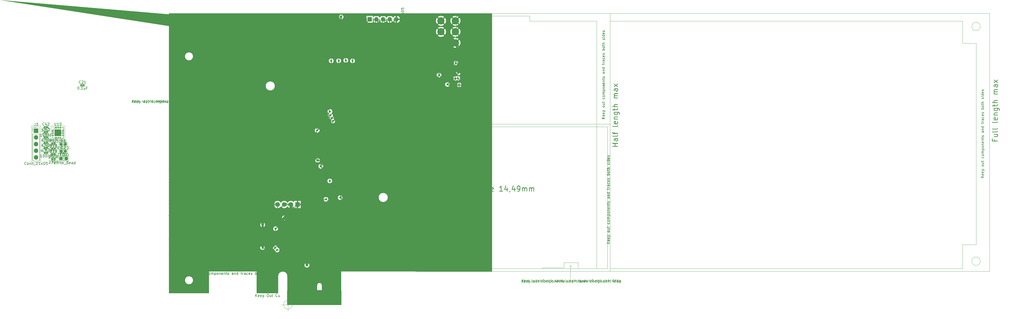
<source format=gbr>
%TF.GenerationSoftware,KiCad,Pcbnew,7.0.2*%
%TF.CreationDate,2023-06-11T00:48:19-04:00*%
%TF.ProjectId,VooDoo 4x PCIe,566f6f44-6f6f-4203-9478-20504349652e,rev?*%
%TF.SameCoordinates,Original*%
%TF.FileFunction,Soldermask,Top*%
%TF.FilePolarity,Negative*%
%FSLAX46Y46*%
G04 Gerber Fmt 4.6, Leading zero omitted, Abs format (unit mm)*
G04 Created by KiCad (PCBNEW 7.0.2) date 2023-06-11 00:48:19*
%MOMM*%
%LPD*%
G01*
G04 APERTURE LIST*
G04 Aperture macros list*
%AMRoundRect*
0 Rectangle with rounded corners*
0 $1 Rounding radius*
0 $2 $3 $4 $5 $6 $7 $8 $9 X,Y pos of 4 corners*
0 Add a 4 corners polygon primitive as box body*
4,1,4,$2,$3,$4,$5,$6,$7,$8,$9,$2,$3,0*
0 Add four circle primitives for the rounded corners*
1,1,$1+$1,$2,$3*
1,1,$1+$1,$4,$5*
1,1,$1+$1,$6,$7*
1,1,$1+$1,$8,$9*
0 Add four rect primitives between the rounded corners*
20,1,$1+$1,$2,$3,$4,$5,0*
20,1,$1+$1,$4,$5,$6,$7,0*
20,1,$1+$1,$6,$7,$8,$9,0*
20,1,$1+$1,$8,$9,$2,$3,0*%
%AMFreePoly0*
4,1,62,1.235355,0.885355,1.250000,0.850000,1.250000,0.520000,1.500000,0.520000,1.535355,0.505355,1.550000,0.470000,1.550000,0.200000,1.535355,0.164645,1.500000,0.150000,1.250000,0.150000,1.250000,-0.150000,1.475859,-0.150000,1.500000,-0.140000,1.535355,-0.154645,1.550000,-0.190000,1.550000,-0.460000,1.535355,-0.495355,1.500000,-0.510000,1.250000,-0.510000,1.250000,-0.770000,
1.249957,-0.770103,1.250000,-0.770208,1.242601,-0.787860,1.235355,-0.805355,1.235251,-0.805397,1.235208,-0.805502,1.217505,-0.812748,1.200000,-0.820000,1.199896,-0.819957,1.199792,-0.820000,-1.200208,-0.810000,-1.217758,-0.802644,-1.235355,-0.795355,-1.235398,-0.795250,-1.235502,-0.795207,-1.242731,-0.777547,-1.250000,-0.760000,-1.250000,-0.520000,-1.500000,-0.520000,-1.535355,-0.505355,
-1.550000,-0.470000,-1.550000,-0.180000,-1.535355,-0.144645,-1.500000,-0.130000,-1.250000,-0.130000,-1.250000,0.131639,-1.501666,0.140028,-1.518391,0.147618,-1.535355,0.154645,-1.535697,0.155471,-1.536513,0.155842,-1.542969,0.173028,-1.550000,0.190000,-1.550000,0.470000,-1.535355,0.505355,-1.500000,0.520000,-1.250000,0.520000,-1.250000,0.850000,-1.235355,0.885355,-1.200000,0.900000,
1.200000,0.900000,1.235355,0.885355,1.235355,0.885355,$1*%
G04 Aperture macros list end*
%ADD10C,0.200000*%
%ADD11RoundRect,0.075000X-0.337500X-0.075000X0.337500X-0.075000X0.337500X0.075000X-0.337500X0.075000X0*%
%ADD12RoundRect,0.075000X-0.075000X-0.337500X0.075000X-0.337500X0.075000X0.337500X-0.075000X0.337500X0*%
%ADD13R,2.500000X2.500000*%
%ADD14C,1.500000*%
%ADD15RoundRect,0.135000X-0.135000X-0.185000X0.135000X-0.185000X0.135000X0.185000X-0.135000X0.185000X0*%
%ADD16R,1.700000X1.700000*%
%ADD17O,1.700000X1.700000*%
%ADD18RoundRect,0.250000X-0.325000X-0.450000X0.325000X-0.450000X0.325000X0.450000X-0.325000X0.450000X0*%
%ADD19RoundRect,0.237500X-0.287500X-0.237500X0.287500X-0.237500X0.287500X0.237500X-0.287500X0.237500X0*%
%ADD20RoundRect,0.140000X-0.140000X-0.170000X0.140000X-0.170000X0.140000X0.170000X-0.140000X0.170000X0*%
%ADD21RoundRect,0.135000X-0.185000X0.135000X-0.185000X-0.135000X0.185000X-0.135000X0.185000X0.135000X0*%
%ADD22RoundRect,0.250000X1.100000X-0.325000X1.100000X0.325000X-1.100000X0.325000X-1.100000X-0.325000X0*%
%ADD23RoundRect,0.250000X0.475000X-0.250000X0.475000X0.250000X-0.475000X0.250000X-0.475000X-0.250000X0*%
%ADD24RoundRect,0.140000X0.140000X0.170000X-0.140000X0.170000X-0.140000X-0.170000X0.140000X-0.170000X0*%
%ADD25C,2.800000*%
%ADD26R,0.700000X0.400000*%
%ADD27R,1.900000X2.450000*%
%ADD28RoundRect,0.140000X0.170000X-0.140000X0.170000X0.140000X-0.170000X0.140000X-0.170000X-0.140000X0*%
%ADD29R,0.600000X1.100000*%
%ADD30RoundRect,0.135000X0.185000X-0.135000X0.185000X0.135000X-0.185000X0.135000X-0.185000X-0.135000X0*%
%ADD31R,1.200000X1.400000*%
%ADD32R,1.100000X0.400000*%
%ADD33R,0.600000X1.000000*%
%ADD34R,2.400000X0.980000*%
%ADD35R,5.570000X5.860000*%
%ADD36RoundRect,0.140000X-0.170000X0.140000X-0.170000X-0.140000X0.170000X-0.140000X0.170000X0.140000X0*%
%ADD37RoundRect,0.250000X-0.325000X-0.650000X0.325000X-0.650000X0.325000X0.650000X-0.325000X0.650000X0*%
%ADD38R,1.800000X1.800000*%
%ADD39C,1.800000*%
%ADD40RoundRect,0.135000X0.135000X0.185000X-0.135000X0.185000X-0.135000X-0.185000X0.135000X-0.185000X0*%
%ADD41R,0.980000X2.400000*%
%ADD42R,5.860000X5.570000*%
%ADD43R,1.600000X2.700000*%
%ADD44R,0.660000X0.400000*%
%ADD45R,0.600000X0.400000*%
%ADD46R,1.800000X2.550000*%
%ADD47RoundRect,0.250000X1.025000X-0.875000X1.025000X0.875000X-1.025000X0.875000X-1.025000X-0.875000X0*%
%ADD48RoundRect,0.250000X-0.550000X1.500000X-0.550000X-1.500000X0.550000X-1.500000X0.550000X1.500000X0*%
%ADD49R,3.175000X4.950000*%
%ADD50R,0.300000X0.700000*%
%ADD51FreePoly0,0.000000*%
%ADD52RoundRect,0.250000X-0.250000X-0.475000X0.250000X-0.475000X0.250000X0.475000X-0.250000X0.475000X0*%
%ADD53RoundRect,0.250000X-0.475000X0.250000X-0.475000X-0.250000X0.475000X-0.250000X0.475000X0.250000X0*%
%ADD54RoundRect,0.236600X0.000000X0.295000X0.000000X-0.295000X0.000000X-0.295000X0.000000X0.295000X0*%
%ADD55RoundRect,0.169100X-0.067500X0.362500X-0.067500X-0.362500X0.067500X-0.362500X0.067500X0.362500X0*%
%ADD56RoundRect,0.101600X-0.925000X3.125000X-0.925000X-3.125000X0.925000X-3.125000X0.925000X3.125000X0*%
%ADD57RoundRect,0.101600X-2.736000X3.125000X-2.736000X-3.125000X2.736000X-3.125000X2.736000X3.125000X0*%
%ADD58RoundRect,0.250000X0.250000X0.475000X-0.250000X0.475000X-0.250000X-0.475000X0.250000X-0.475000X0*%
%TA.AperFunction,SMDPad,CuDef*%
%ADD59RoundRect,0.075000X-0.337500X-0.075000X0.337500X-0.075000X0.337500X0.075000X-0.337500X0.075000X0*%
%TD*%
%TA.AperFunction,SMDPad,CuDef*%
%ADD60RoundRect,0.075000X-0.075000X-0.337500X0.075000X-0.337500X0.075000X0.337500X-0.075000X0.337500X0*%
%TD*%
%TA.AperFunction,SMDPad,CuDef*%
%ADD61R,2.500000X2.500000*%
%TD*%
%TA.AperFunction,SMDPad,CuDef*%
%ADD62C,1.500000*%
%TD*%
%TA.AperFunction,SMDPad,CuDef*%
%ADD63RoundRect,0.135000X-0.135000X-0.185000X0.135000X-0.185000X0.135000X0.185000X-0.135000X0.185000X0*%
%TD*%
%TA.AperFunction,ComponentPad*%
%ADD64R,1.700000X1.700000*%
%TD*%
%TA.AperFunction,ComponentPad*%
%ADD65O,1.700000X1.700000*%
%TD*%
%TA.AperFunction,SMDPad,CuDef*%
%ADD66RoundRect,0.250000X-0.325000X-0.450000X0.325000X-0.450000X0.325000X0.450000X-0.325000X0.450000X0*%
%TD*%
%TA.AperFunction,SMDPad,CuDef*%
%ADD67RoundRect,0.237500X-0.287500X-0.237500X0.287500X-0.237500X0.287500X0.237500X-0.287500X0.237500X0*%
%TD*%
%TA.AperFunction,SMDPad,CuDef*%
%ADD68RoundRect,0.140000X-0.140000X-0.170000X0.140000X-0.170000X0.140000X0.170000X-0.140000X0.170000X0*%
%TD*%
%TA.AperFunction,SMDPad,CuDef*%
%ADD69RoundRect,0.135000X-0.185000X0.135000X-0.185000X-0.135000X0.185000X-0.135000X0.185000X0.135000X0*%
%TD*%
%TA.AperFunction,SMDPad,CuDef*%
%ADD70RoundRect,0.250000X1.100000X-0.325000X1.100000X0.325000X-1.100000X0.325000X-1.100000X-0.325000X0*%
%TD*%
%TA.AperFunction,SMDPad,CuDef*%
%ADD71RoundRect,0.250000X0.475000X-0.250000X0.475000X0.250000X-0.475000X0.250000X-0.475000X-0.250000X0*%
%TD*%
%TA.AperFunction,SMDPad,CuDef*%
%ADD72RoundRect,0.140000X0.140000X0.170000X-0.140000X0.170000X-0.140000X-0.170000X0.140000X-0.170000X0*%
%TD*%
%TA.AperFunction,ComponentPad*%
%ADD73C,2.800000*%
%TD*%
%TA.AperFunction,SMDPad,CuDef*%
%ADD74R,0.700000X0.400000*%
%TD*%
%TA.AperFunction,SMDPad,CuDef*%
%ADD75R,1.900000X2.450000*%
%TD*%
%TA.AperFunction,SMDPad,CuDef*%
%ADD76RoundRect,0.140000X0.170000X-0.140000X0.170000X0.140000X-0.170000X0.140000X-0.170000X-0.140000X0*%
%TD*%
%TA.AperFunction,SMDPad,CuDef*%
%ADD77R,0.600000X1.100000*%
%TD*%
%TA.AperFunction,SMDPad,CuDef*%
%ADD78RoundRect,0.135000X0.185000X-0.135000X0.185000X0.135000X-0.185000X0.135000X-0.185000X-0.135000X0*%
%TD*%
%TA.AperFunction,SMDPad,CuDef*%
%ADD79R,1.200000X1.400000*%
%TD*%
%TA.AperFunction,SMDPad,CuDef*%
%ADD80R,1.100000X0.400000*%
%TD*%
%TA.AperFunction,SMDPad,CuDef*%
%ADD81R,0.600000X1.000000*%
%TD*%
%TA.AperFunction,SMDPad,CuDef*%
%ADD82R,2.400000X0.980000*%
%TD*%
%TA.AperFunction,SMDPad,CuDef*%
%ADD83R,5.570000X5.860000*%
%TD*%
%TA.AperFunction,SMDPad,CuDef*%
%ADD84RoundRect,0.140000X-0.170000X0.140000X-0.170000X-0.140000X0.170000X-0.140000X0.170000X0.140000X0*%
%TD*%
%TA.AperFunction,SMDPad,CuDef*%
%ADD85RoundRect,0.250000X-0.325000X-0.650000X0.325000X-0.650000X0.325000X0.650000X-0.325000X0.650000X0*%
%TD*%
%TA.AperFunction,ComponentPad*%
%ADD86R,1.800000X1.800000*%
%TD*%
%TA.AperFunction,ComponentPad*%
%ADD87C,1.800000*%
%TD*%
%TA.AperFunction,SMDPad,CuDef*%
%ADD88RoundRect,0.135000X0.135000X0.185000X-0.135000X0.185000X-0.135000X-0.185000X0.135000X-0.185000X0*%
%TD*%
%TA.AperFunction,SMDPad,CuDef*%
%ADD89R,0.980000X2.400000*%
%TD*%
%TA.AperFunction,SMDPad,CuDef*%
%ADD90R,5.860000X5.570000*%
%TD*%
%TA.AperFunction,SMDPad,CuDef*%
%ADD91R,1.600000X2.700000*%
%TD*%
%TA.AperFunction,SMDPad,CuDef*%
%ADD92R,0.660000X0.400000*%
%TD*%
%TA.AperFunction,SMDPad,CuDef*%
%ADD93R,0.600000X0.400000*%
%TD*%
%TA.AperFunction,SMDPad,CuDef*%
%ADD94R,1.800000X2.550000*%
%TD*%
%TA.AperFunction,SMDPad,CuDef*%
%ADD95RoundRect,0.250000X1.025000X-0.875000X1.025000X0.875000X-1.025000X0.875000X-1.025000X-0.875000X0*%
%TD*%
%TA.AperFunction,SMDPad,CuDef*%
%ADD96RoundRect,0.250000X-0.550000X1.500000X-0.550000X-1.500000X0.550000X-1.500000X0.550000X1.500000X0*%
%TD*%
%TA.AperFunction,ConnectorPad*%
%ADD97R,0.700000X4.200000*%
%TD*%
%TA.AperFunction,ConnectorPad*%
%ADD98R,0.700000X3.200000*%
%TD*%
%TA.AperFunction,SMDPad,CuDef*%
%ADD99R,3.175000X4.950000*%
%TD*%
%TA.AperFunction,SMDPad,CuDef*%
%ADD100R,0.300000X0.700000*%
%TD*%
%TA.AperFunction,SMDPad,CuDef*%
%ADD101FreePoly0,0.000000*%
%TD*%
%TA.AperFunction,SMDPad,CuDef*%
%ADD102RoundRect,0.250000X-0.250000X-0.475000X0.250000X-0.475000X0.250000X0.475000X-0.250000X0.475000X0*%
%TD*%
%TA.AperFunction,SMDPad,CuDef*%
%ADD103RoundRect,0.250000X-0.475000X0.250000X-0.475000X-0.250000X0.475000X-0.250000X0.475000X0.250000X0*%
%TD*%
%TA.AperFunction,SMDPad,CuDef*%
%ADD104RoundRect,0.135000X0.000000X0.295000X0.000000X-0.295000X0.000000X-0.295000X0.000000X0.295000X0*%
%TD*%
%TA.AperFunction,SMDPad,CuDef*%
%ADD105RoundRect,0.067500X-0.067500X0.362500X-0.067500X-0.362500X0.067500X-0.362500X0.067500X0.362500X0*%
%TD*%
%TA.AperFunction,SMDPad,CuDef*%
%ADD106R,1.850000X6.250000*%
%TD*%
%TA.AperFunction,SMDPad,CuDef*%
%ADD107R,5.472000X6.250000*%
%TD*%
%TA.AperFunction,SMDPad,CuDef*%
%ADD108RoundRect,0.250000X0.250000X0.475000X-0.250000X0.475000X-0.250000X-0.475000X0.250000X-0.475000X0*%
%TD*%
%TA.AperFunction,ViaPad*%
%ADD109C,0.800000*%
%TD*%
%TA.AperFunction,Conductor*%
%ADD110C,0.250000*%
%TD*%
%TA.AperFunction,Conductor*%
%ADD111C,0.650000*%
%TD*%
%TA.AperFunction,Conductor*%
%ADD112C,1.000000*%
%TD*%
%TA.AperFunction,Conductor*%
%ADD113C,0.800000*%
%TD*%
%TA.AperFunction,Conductor*%
%ADD114C,0.200000*%
%TD*%
%TA.AperFunction,Conductor*%
%ADD115C,0.750000*%
%TD*%
%ADD116C,0.100000*%
%ADD117RoundRect,0.250000X-0.255000X-0.255000X0.255000X-0.255000X0.255000X0.255000X-0.255000X0.255000X0*%
%ADD118RoundRect,0.135000X0.000000X0.295000X0.000000X-0.295000X0.000000X-0.295000X0.000000X0.295000X0*%
%ADD119RoundRect,0.067500X-0.067500X0.362500X-0.067500X-0.362500X0.067500X-0.362500X0.067500X0.362500X0*%
%ADD120C,0.150000*%
%ADD121C,0.065024*%
%ADD122C,0.120000*%
%ADD123C,0.250000*%
%ADD124C,0.127000*%
%ADD125C,0.400000*%
%TA.AperFunction,Profile*%
%ADD126C,0.100000*%
%TD*%
%TA.AperFunction,Profile*%
%ADD127C,0.150000*%
%TD*%
%TA.AperFunction,Profile*%
%ADD128C,0.050000*%
%TD*%
%ADD129C,0.050000*%
%ADD130C,0.040000*%
%ADD131C,0.080000*%
%ADD132C,0.060000*%
G04 APERTURE END LIST*
%TO.C,J1*%
D10*
X91120000Y-140760000D02*
X70620000Y-140760000D01*
X70620000Y-135260000D01*
X91120000Y-135260000D01*
X91120000Y-140760000D01*
G36*
X91120000Y-140760000D02*
G01*
X70620000Y-140760000D01*
X70620000Y-135260000D01*
X91120000Y-135260000D01*
X91120000Y-140760000D01*
G37*
G36*
X67070000Y-136260000D02*
G01*
X59070000Y-136260000D01*
X59070000Y-132760000D01*
X67070000Y-132760000D01*
X67070000Y-136260000D01*
G37*
%TD*%
D11*
%TO.C,U10*%
X-18577500Y-74195000D03*
X-18577500Y-74845000D03*
X-18577500Y-75495000D03*
X-18577500Y-76145000D03*
D12*
X-17615000Y-77107500D03*
X-16965000Y-77107500D03*
X-16315000Y-77107500D03*
X-15665000Y-77107500D03*
D11*
X-14702500Y-76145000D03*
X-14702500Y-75495000D03*
X-14702500Y-74845000D03*
X-14702500Y-74195000D03*
D12*
X-15665000Y-73232500D03*
X-16315000Y-73232500D03*
X-16965000Y-73232500D03*
X-17615000Y-73232500D03*
D13*
X-16640000Y-75170000D03*
%TD*%
D14*
%TO.C,CLKI*%
X84600000Y-45330000D03*
%TD*%
%TO.C,BI*%
X95510000Y-45310000D03*
%TD*%
D15*
%TO.C,R20*%
X-18820000Y-85260000D03*
X-17800000Y-85260000D03*
%TD*%
%TO.C,R19*%
X-18820000Y-83270000D03*
X-17800000Y-83270000D03*
%TD*%
%TO.C,R18*%
X-18820000Y-81280000D03*
X-17800000Y-81280000D03*
%TD*%
%TO.C,R17*%
X-18820000Y-79290000D03*
X-17800000Y-79290000D03*
%TD*%
D16*
%TO.C,J3*%
X-24960000Y-74370000D03*
D17*
X-24960000Y-76910000D03*
X-24960000Y-79450000D03*
X-24960000Y-81990000D03*
X-24960000Y-84530000D03*
%TD*%
D18*
%TO.C,FB1*%
X-15505000Y-84950000D03*
X-13455000Y-84950000D03*
%TD*%
D19*
%TO.C,D2*%
X-15510000Y-82180000D03*
X-13760000Y-82180000D03*
%TD*%
%TO.C,D1*%
X-15510000Y-79590000D03*
X-13760000Y-79590000D03*
%TD*%
D20*
%TO.C,C47*%
X-21680000Y-82880000D03*
X-20720000Y-82880000D03*
%TD*%
%TO.C,C46*%
X-21680000Y-80910000D03*
X-20720000Y-80910000D03*
%TD*%
%TO.C,C45*%
X-21680000Y-78940000D03*
X-20720000Y-78940000D03*
%TD*%
%TO.C,C44*%
X-21680000Y-76970000D03*
X-20720000Y-76970000D03*
%TD*%
%TO.C,C43*%
X-21680000Y-75000000D03*
X-20720000Y-75000000D03*
%TD*%
%TO.C,C42*%
X-21680000Y-73030000D03*
X-20720000Y-73030000D03*
%TD*%
D21*
%TO.C,R13*%
X85330000Y-88110000D03*
X85330000Y-89130000D03*
%TD*%
D22*
%TO.C,C28*%
X128192750Y-47987750D03*
X128192750Y-45037750D03*
%TD*%
D23*
%TO.C,C29*%
X125252750Y-47502750D03*
X125252750Y-45602750D03*
%TD*%
D24*
%TO.C,C34*%
X134962750Y-47582750D03*
X134002750Y-47582750D03*
%TD*%
D16*
%TO.C,J3*%
X102000000Y-31880000D03*
D17*
X104540000Y-31880000D03*
X107080000Y-31880000D03*
X109620000Y-31880000D03*
X112160000Y-31880000D03*
%TD*%
D25*
%TO.C,Conn1*%
X134595250Y-40852750D03*
X129095250Y-40852750D03*
X134595250Y-36652750D03*
X129095250Y-36652750D03*
X134595250Y-32452750D03*
X129095250Y-32452750D03*
%TD*%
D14*
%TO.C,RSTO*%
X93090000Y-103740000D03*
%TD*%
D26*
%TO.C,Q2*%
X136492750Y-50222750D03*
X136492750Y-50882750D03*
X136492750Y-51532750D03*
X136492750Y-52182750D03*
X139692750Y-52182750D03*
X139692750Y-51532750D03*
X139692750Y-50882750D03*
X139692750Y-50222750D03*
D27*
X138532750Y-51202750D03*
%TD*%
D28*
%TO.C,C9*%
X112340000Y-47640000D03*
X112340000Y-46680000D03*
%TD*%
D24*
%TO.C,C31*%
X94860000Y-36110000D03*
X93900000Y-36110000D03*
%TD*%
D28*
%TO.C,C20*%
X78860000Y-56460000D03*
X78860000Y-55500000D03*
%TD*%
D29*
%TO.C,U8*%
X94900000Y-34830000D03*
X95850000Y-34830000D03*
X96800000Y-34830000D03*
X96800000Y-32130000D03*
X95850000Y-32130000D03*
X94900000Y-32130000D03*
%TD*%
D30*
%TO.C,R8*%
X128292750Y-52122750D03*
X128292750Y-51102750D03*
%TD*%
D31*
%TO.C,X1*%
X88020000Y-54630000D03*
X88020000Y-56830000D03*
X89780000Y-56830000D03*
X89780000Y-54630000D03*
%TD*%
D32*
%TO.C,U7*%
X63825000Y-120965000D03*
X63825000Y-120315000D03*
X63825000Y-119665000D03*
X63825000Y-119015000D03*
X59525000Y-119015000D03*
X59525000Y-119665000D03*
X59525000Y-120315000D03*
X59525000Y-120965000D03*
%TD*%
D23*
%TO.C,C37*%
X138782750Y-60332750D03*
X138782750Y-58432750D03*
%TD*%
D29*
%TO.C,U3*%
X90200000Y-34840000D03*
X91150000Y-34840000D03*
X92100000Y-34840000D03*
X92100000Y-32140000D03*
X91150000Y-32140000D03*
X90200000Y-32140000D03*
%TD*%
D28*
%TO.C,C7*%
X113430000Y-47640000D03*
X113430000Y-46680000D03*
%TD*%
D24*
%TO.C,C14*%
X83450000Y-83610000D03*
X82490000Y-83610000D03*
%TD*%
D33*
%TO.C,U2*%
X82250000Y-54710000D03*
X81300000Y-54710000D03*
X80350000Y-54710000D03*
X80350000Y-57310000D03*
X82250000Y-57310000D03*
%TD*%
D34*
%TO.C,U6*%
X112500000Y-43320000D03*
X112500000Y-38760000D03*
D35*
X105830000Y-41040000D03*
%TD*%
D24*
%TO.C,C26*%
X90150000Y-31010000D03*
X89190000Y-31010000D03*
%TD*%
D14*
%TO.C,CI*%
X87320000Y-45330000D03*
%TD*%
D20*
%TO.C,C22*%
X86120000Y-52380000D03*
X87080000Y-52380000D03*
%TD*%
D21*
%TO.C,R3*%
X90260000Y-70790000D03*
X90260000Y-71810000D03*
%TD*%
D36*
%TO.C,C8*%
X93020000Y-72960000D03*
X93020000Y-73920000D03*
%TD*%
D14*
%TO.C,TP1*%
X63480000Y-105060000D03*
%TD*%
D37*
%TO.C,C39*%
X117487750Y-65552750D03*
X120437750Y-65552750D03*
%TD*%
D24*
%TO.C,C35*%
X94870000Y-31070000D03*
X93910000Y-31070000D03*
%TD*%
D36*
%TO.C,C12*%
X92650000Y-81710000D03*
X92650000Y-82670000D03*
%TD*%
D38*
%TO.C,CN1*%
X74520000Y-102530000D03*
D39*
X71980000Y-102530000D03*
X69440000Y-102530000D03*
X66900000Y-102530000D03*
%TD*%
D40*
%TO.C,R16*%
X63710000Y-117560000D03*
X62690000Y-117560000D03*
%TD*%
D41*
%TO.C,U9*%
X73520000Y-122520000D03*
X78080000Y-122520000D03*
D42*
X75800000Y-115850000D03*
%TD*%
D43*
%TO.C,C38*%
X117732750Y-51702750D03*
X120732750Y-51702750D03*
%TD*%
D30*
%TO.C,R6*%
X83380000Y-86710000D03*
X83380000Y-85690000D03*
%TD*%
D36*
%TO.C,C15*%
X93650000Y-82680000D03*
X93650000Y-83640000D03*
%TD*%
D14*
%TO.C,CLKO*%
X90320000Y-103830000D03*
%TD*%
D21*
%TO.C,R4*%
X89250000Y-70790000D03*
X89250000Y-71810000D03*
%TD*%
D44*
%TO.C,Q1*%
X139422750Y-55662750D03*
X139422750Y-55012750D03*
X139422750Y-54372750D03*
X139422750Y-53722750D03*
D45*
X136422750Y-53722750D03*
X136422750Y-54372750D03*
X136422750Y-55012750D03*
X136422750Y-55662750D03*
D46*
X137622750Y-54692750D03*
%TD*%
D24*
%TO.C,C25*%
X85420000Y-30960000D03*
X84460000Y-30960000D03*
%TD*%
D47*
%TO.C,C13*%
X117860000Y-48540000D03*
X117860000Y-42140000D03*
%TD*%
D33*
%TO.C,U4*%
X85970000Y-54710000D03*
X85020000Y-54710000D03*
X84070000Y-54710000D03*
X84070000Y-57310000D03*
X85970000Y-57310000D03*
%TD*%
D36*
%TO.C,C2*%
X93990000Y-70080000D03*
X93990000Y-71040000D03*
%TD*%
D28*
%TO.C,C11*%
X110290000Y-47640000D03*
X110290000Y-46680000D03*
%TD*%
D20*
%TO.C,C21*%
X-7770000Y-57010000D03*
X-6810000Y-57010000D03*
%TD*%
D48*
%TO.C,C27*%
X67980000Y-110800000D03*
X67980000Y-116200000D03*
%TD*%
D15*
%TO.C,R10*%
X137702750Y-61612750D03*
X138722750Y-61612750D03*
%TD*%
D20*
%TO.C,C24*%
X84070000Y-59210000D03*
X85030000Y-59210000D03*
%TD*%
D49*
%TO.C,L1*%
X127542750Y-58932750D03*
X118527750Y-58932750D03*
%TD*%
D24*
%TO.C,C16*%
X83440000Y-84630000D03*
X82480000Y-84630000D03*
%TD*%
D28*
%TO.C,C19*%
X82330000Y-53570000D03*
X82330000Y-52610000D03*
%TD*%
D50*
%TO.C,U1*%
X132922750Y-52672750D03*
X133422750Y-52672750D03*
X133922750Y-52672750D03*
X134422750Y-52672750D03*
X134922750Y-52672750D03*
X134922750Y-49872750D03*
X134422750Y-49872750D03*
X133922750Y-49872750D03*
X133422750Y-49872750D03*
X132922750Y-49872750D03*
D51*
X133922750Y-51222750D03*
%TD*%
D28*
%TO.C,C48*%
X91240000Y-56080000D03*
X91240000Y-55120000D03*
%TD*%
D30*
%TO.C,R14*%
X86780000Y-89130000D03*
X86780000Y-88110000D03*
%TD*%
D52*
%TO.C,C32*%
X132902750Y-57082750D03*
X134802750Y-57082750D03*
%TD*%
D24*
%TO.C,C5*%
X83110000Y-72710000D03*
X82150000Y-72710000D03*
%TD*%
D30*
%TO.C,R9*%
X132972750Y-47612750D03*
X132972750Y-46592750D03*
%TD*%
D36*
%TO.C,C3*%
X93010000Y-71080000D03*
X93010000Y-72040000D03*
%TD*%
D53*
%TO.C,C36*%
X131152750Y-50472750D03*
X131152750Y-52372750D03*
%TD*%
D21*
%TO.C,R5*%
X88310000Y-71990000D03*
X88310000Y-73010000D03*
%TD*%
D20*
%TO.C,C1*%
X56160000Y-112065000D03*
X57120000Y-112065000D03*
%TD*%
D14*
%TO.C,RI*%
X91730000Y-101480000D03*
%TD*%
D36*
%TO.C,C6*%
X93990000Y-71970000D03*
X93990000Y-72930000D03*
%TD*%
D54*
%TO.C,IC1*%
X91070000Y-74115400D03*
X90590000Y-74115400D03*
X90110000Y-74115400D03*
X89630000Y-74115400D03*
X89150000Y-74115400D03*
X88670000Y-74115400D03*
X88190000Y-74115400D03*
X87710000Y-74115400D03*
X87230000Y-74115400D03*
X86750000Y-74115400D03*
X86270000Y-74115400D03*
X85790000Y-74115400D03*
X85310000Y-74115400D03*
X84830000Y-74115400D03*
X84350000Y-74115400D03*
X83870000Y-74115400D03*
D55*
X83870000Y-81984600D03*
X84350000Y-81984600D03*
D54*
X84830000Y-81984600D03*
X85310000Y-81984600D03*
X85790000Y-81984600D03*
X86270000Y-81984600D03*
X86750000Y-81984600D03*
X87230000Y-81984600D03*
X87710000Y-81984600D03*
X88190000Y-81984600D03*
X88670000Y-81984600D03*
X89150000Y-81984600D03*
X89630000Y-81984600D03*
X90110000Y-81984600D03*
X90590000Y-81984600D03*
X91070000Y-81984600D03*
D56*
X90470000Y-78050000D03*
D57*
X86270000Y-78050000D03*
%TD*%
D36*
%TO.C,C17*%
X92650000Y-83610000D03*
X92650000Y-84570000D03*
%TD*%
D14*
%TO.C,TP5*%
X63580000Y-79290000D03*
%TD*%
D20*
%TO.C,C30*%
X133362750Y-55422750D03*
X134322750Y-55422750D03*
%TD*%
D58*
%TO.C,C33*%
X134752750Y-59112750D03*
X132852750Y-59112750D03*
%TD*%
D29*
%TO.C,U5*%
X85440000Y-34880000D03*
X86390000Y-34880000D03*
X87340000Y-34880000D03*
X87340000Y-32180000D03*
X86390000Y-32180000D03*
X85440000Y-32180000D03*
%TD*%
D24*
%TO.C,C23*%
X90150000Y-36060000D03*
X89190000Y-36060000D03*
%TD*%
D15*
%TO.C,R12*%
X137052750Y-56992750D03*
X138072750Y-56992750D03*
%TD*%
D14*
%TO.C,RO*%
X90180000Y-45330000D03*
%TD*%
D36*
%TO.C,C18*%
X93660000Y-84610000D03*
X93660000Y-85570000D03*
%TD*%
D30*
%TO.C,R11*%
X137202750Y-59142750D03*
X137202750Y-58122750D03*
%TD*%
D24*
%TO.C,C4*%
X83120000Y-71710000D03*
X82160000Y-71710000D03*
%TD*%
D14*
%TO.C,CO*%
X88990000Y-101440000D03*
%TD*%
D36*
%TO.C,C41*%
X66430000Y-122570000D03*
X66430000Y-123530000D03*
%TD*%
D14*
%TO.C,TP2*%
X63460000Y-102450000D03*
%TD*%
D30*
%TO.C,R7*%
X136192750Y-59152750D03*
X136192750Y-58132750D03*
%TD*%
D20*
%TO.C,C40*%
X72340000Y-104550000D03*
X73300000Y-104550000D03*
%TD*%
D14*
%TO.C,BO*%
X94390000Y-101400000D03*
%TD*%
D40*
%TO.C,R1*%
X90070000Y-69360000D03*
X89050000Y-69360000D03*
%TD*%
D28*
%TO.C,C10*%
X111330000Y-47640000D03*
X111330000Y-46680000D03*
%TD*%
D15*
%TO.C,R15*%
X60190000Y-122570000D03*
X59170000Y-122570000D03*
%TD*%
D40*
%TO.C,R2*%
X93040000Y-70120000D03*
X92020000Y-70120000D03*
%TD*%
D14*
%TO.C,RST_N*%
X92860000Y-45330000D03*
%TD*%
D59*
%TO.P,U10,1,VCCIO*%
%TO.N,3V3*%
X-18577500Y-74195000D03*
%TO.P,U10,2,RXD*%
%TO.N,RX*%
X-18577500Y-74845000D03*
%TO.P,U10,3,GND*%
%TO.N,GND*%
X-18577500Y-75495000D03*
%TO.P,U10,4,~{CTS}*%
%TO.N,CTS*%
X-18577500Y-76145000D03*
D60*
%TO.P,U10,5,CBUS2*%
%TO.N,/ftdi/TXLED*%
X-17615000Y-77107500D03*
%TO.P,U10,6,USBDP*%
%TO.N,Net-(U10-USBDP)*%
X-16965000Y-77107500D03*
%TO.P,U10,7,USBDM*%
%TO.N,Net-(U10-USBDM)*%
X-16315000Y-77107500D03*
%TO.P,U10,8,3V3OUT*%
%TO.N,3V3*%
X-15665000Y-77107500D03*
D59*
%TO.P,U10,9,~{RESET}*%
X-14702500Y-76145000D03*
%TO.P,U10,10,VCC*%
%TO.N,VCC*%
X-14702500Y-75495000D03*
%TO.P,U10,11,CBUS1*%
%TO.N,/ftdi/RXLED*%
X-14702500Y-74845000D03*
%TO.P,U10,12,CBUS0*%
%TO.N,unconnected-(U10-CBUS0-Pad12)*%
X-14702500Y-74195000D03*
D60*
%TO.P,U10,13,GND*%
%TO.N,GND*%
X-15665000Y-73232500D03*
%TO.P,U10,14,CBUS3*%
%TO.N,unconnected-(U10-CBUS3-Pad14)*%
X-16315000Y-73232500D03*
%TO.P,U10,15,TXD*%
%TO.N,TX*%
X-16965000Y-73232500D03*
%TO.P,U10,16,~{RTS}*%
%TO.N,RTS*%
X-17615000Y-73232500D03*
D61*
%TO.P,U10,17,GND*%
%TO.N,GND*%
X-16640000Y-75170000D03*
%TD*%
D62*
%TO.P,CLKI,1,1*%
%TO.N,Net-(IC1-CLKI)*%
X84600000Y-45330000D03*
%TD*%
%TO.P,BI,1,1*%
%TO.N,Net-(IC1-BI)*%
X95510000Y-45310000D03*
%TD*%
D63*
%TO.P,R20,1*%
%TO.N,Net-(D2-K)*%
X-18820000Y-85260000D03*
%TO.P,R20,2*%
%TO.N,/ftdi/TXLED*%
X-17800000Y-85260000D03*
%TD*%
%TO.P,R19,1*%
%TO.N,Net-(D1-K)*%
X-18820000Y-83270000D03*
%TO.P,R19,2*%
%TO.N,/ftdi/RXLED*%
X-17800000Y-83270000D03*
%TD*%
%TO.P,R18,1*%
%TO.N,Net-(C45-Pad1)*%
X-18820000Y-81280000D03*
%TO.P,R18,2*%
%TO.N,Net-(U10-USBDP)*%
X-17800000Y-81280000D03*
%TD*%
%TO.P,R17,1*%
%TO.N,Net-(U10-USBDM)*%
X-18820000Y-79290000D03*
%TO.P,R17,2*%
%TO.N,Net-(C44-Pad1)*%
X-17800000Y-79290000D03*
%TD*%
D64*
%TO.P,J3,1,Pin_1*%
%TO.N,VCC*%
X-24960000Y-74370000D03*
D65*
%TO.P,J3,2,Pin_2*%
%TO.N,3V3*%
X-24960000Y-76910000D03*
%TO.P,J3,3,Pin_3*%
%TO.N,RX*%
X-24960000Y-79450000D03*
%TO.P,J3,4,Pin_4*%
%TO.N,TX*%
X-24960000Y-81990000D03*
%TO.P,J3,5,Pin_5*%
%TO.N,GND*%
X-24960000Y-84530000D03*
%TD*%
D66*
%TO.P,FB1,1*%
%TO.N,VCC*%
X-15505000Y-84950000D03*
%TO.P,FB1,2*%
%TO.N,Net-(C42-Pad1)*%
X-13455000Y-84950000D03*
%TD*%
D67*
%TO.P,D2,1,K*%
%TO.N,Net-(D2-K)*%
X-15510000Y-82180000D03*
%TO.P,D2,2,A*%
%TO.N,3V3*%
X-13760000Y-82180000D03*
%TD*%
%TO.P,D1,1,K*%
%TO.N,Net-(D1-K)*%
X-15510000Y-79590000D03*
%TO.P,D1,2,A*%
%TO.N,3V3*%
X-13760000Y-79590000D03*
%TD*%
D68*
%TO.P,C47,1*%
%TO.N,3V3*%
X-21680000Y-82880000D03*
%TO.P,C47,2*%
%TO.N,GND*%
X-20720000Y-82880000D03*
%TD*%
%TO.P,C46,1*%
%TO.N,VCC*%
X-21680000Y-80910000D03*
%TO.P,C46,2*%
%TO.N,GND*%
X-20720000Y-80910000D03*
%TD*%
%TO.P,C45,1*%
%TO.N,Net-(C45-Pad1)*%
X-21680000Y-78940000D03*
%TO.P,C45,2*%
%TO.N,GND*%
X-20720000Y-78940000D03*
%TD*%
%TO.P,C44,1*%
%TO.N,Net-(C44-Pad1)*%
X-21680000Y-76970000D03*
%TO.P,C44,2*%
%TO.N,GND*%
X-20720000Y-76970000D03*
%TD*%
%TO.P,C43,1*%
%TO.N,VCC*%
X-21680000Y-75000000D03*
%TO.P,C43,2*%
%TO.N,GND*%
X-20720000Y-75000000D03*
%TD*%
%TO.P,C42,1*%
%TO.N,Net-(C42-Pad1)*%
X-21680000Y-73030000D03*
%TO.P,C42,2*%
%TO.N,GND*%
X-20720000Y-73030000D03*
%TD*%
D69*
%TO.P,R13,1,1*%
%TO.N,/Asic/TEMP_N*%
X85330000Y-88110000D03*
%TO.P,R13,2,2*%
X85330000Y-89130000D03*
%TD*%
D70*
%TO.P,C28,1*%
%TO.N,+12V*%
X128192750Y-47987750D03*
%TO.P,C28,2*%
%TO.N,GND*%
X128192750Y-45037750D03*
%TD*%
D71*
%TO.P,C29,1*%
%TO.N,+12V*%
X125252750Y-47502750D03*
%TO.P,C29,2*%
%TO.N,GND*%
X125252750Y-45602750D03*
%TD*%
D72*
%TO.P,C34,1*%
%TO.N,Net-(U1-BOOT)*%
X134962750Y-47582750D03*
%TO.P,C34,2*%
%TO.N,/DC components/SW*%
X134002750Y-47582750D03*
%TD*%
D64*
%TO.P,J3,1,Pin_1*%
%TO.N,/Asic/1V8*%
X102000000Y-31880000D03*
D65*
%TO.P,J3,2,Pin_2*%
%TO.N,/Asic/CI*%
X104540000Y-31880000D03*
%TO.P,J3,3,Pin_3*%
%TO.N,/Asic/RO*%
X107080000Y-31880000D03*
%TO.P,J3,4,Pin_4*%
%TO.N,/Asic/RST_N*%
X109620000Y-31880000D03*
%TO.P,J3,5,Pin_5*%
%TO.N,GND*%
X112160000Y-31880000D03*
%TD*%
D73*
%TO.P,Conn1,1*%
%TO.N,+12V*%
X134595250Y-40852750D03*
%TO.P,Conn1,2*%
%TO.N,GND*%
X129095250Y-40852750D03*
%TO.P,Conn1,3*%
%TO.N,+12V*%
X134595250Y-36652750D03*
%TO.P,Conn1,4*%
%TO.N,GND*%
X129095250Y-36652750D03*
%TO.P,Conn1,5*%
%TO.N,+12V*%
X134595250Y-32452750D03*
%TO.P,Conn1,6*%
%TO.N,GND*%
X129095250Y-32452750D03*
%TD*%
D62*
%TO.P,RSTO,1,1*%
%TO.N,Net-(IC1-NRSTO)*%
X93090000Y-103740000D03*
%TD*%
D74*
%TO.P,Q2,1*%
%TO.N,GND*%
X136492750Y-50222750D03*
%TO.P,Q2,2*%
X136492750Y-50882750D03*
%TO.P,Q2,3,S*%
X136492750Y-51532750D03*
%TO.P,Q2,4,G*%
%TO.N,Net-(Q2-G)*%
X136492750Y-52182750D03*
%TO.P,Q2,5,D*%
%TO.N,/DC components/SW*%
X139692750Y-52182750D03*
%TO.P,Q2,6*%
%TO.N,N/C*%
X139692750Y-51532750D03*
%TO.P,Q2,7*%
X139692750Y-50882750D03*
%TO.P,Q2,8*%
X139692750Y-50222750D03*
D75*
X138532750Y-51202750D03*
%TD*%
D76*
%TO.P,C9,1*%
%TO.N,/DC components/VDD*%
X112340000Y-47640000D03*
%TO.P,C9,2*%
%TO.N,GND*%
X112340000Y-46680000D03*
%TD*%
D72*
%TO.P,C31,1*%
%TO.N,/Asic/1V8*%
X94860000Y-36110000D03*
%TO.P,C31,2*%
%TO.N,GND*%
X93900000Y-36110000D03*
%TD*%
D76*
%TO.P,C20,1*%
%TO.N,/Asic/1V8*%
X78860000Y-56460000D03*
%TO.P,C20,2*%
%TO.N,GND*%
X78860000Y-55500000D03*
%TD*%
D77*
%TO.P,U8,1,VCCA*%
%TO.N,/Asic/1V8*%
X94900000Y-34830000D03*
%TO.P,U8,2,GND*%
%TO.N,GND*%
X95850000Y-34830000D03*
%TO.P,U8,3,A*%
%TO.N,/Asic/RST_N*%
X96800000Y-34830000D03*
%TO.P,U8,4,B*%
%TO.N,/Asic/BM_RST*%
X96800000Y-32130000D03*
%TO.P,U8,5,DIR*%
%TO.N,GND*%
X95850000Y-32130000D03*
%TO.P,U8,6,VCCB*%
%TO.N,/3V3*%
X94900000Y-32130000D03*
%TD*%
D78*
%TO.P,R8,1*%
%TO.N,/DC components/PGOOD*%
X128292750Y-52122750D03*
%TO.P,R8,2*%
%TO.N,Net-(U1-BP)*%
X128292750Y-51102750D03*
%TD*%
D79*
%TO.P,X1,1,EN*%
%TO.N,/Asic/1V8*%
X88020000Y-54630000D03*
%TO.P,X1,2,GND*%
%TO.N,GND*%
X88020000Y-56830000D03*
%TO.P,X1,3,OUT*%
%TO.N,Net-(IC1-CLKI)*%
X89780000Y-56830000D03*
%TO.P,X1,4,VDD*%
%TO.N,/Asic/1V8*%
X89780000Y-54630000D03*
%TD*%
D80*
%TO.P,U7,1,VDD*%
%TO.N,/3V3*%
X63825000Y-120965000D03*
%TO.P,U7,2,DP*%
%TO.N,/Asic/TEMP_P*%
X63825000Y-120315000D03*
%TO.P,U7,3,DN*%
%TO.N,/Asic/TEMP_N*%
X63825000Y-119665000D03*
%TO.P,U7,4,FAN*%
%TO.N,/FAN/FAN_PWM*%
X63825000Y-119015000D03*
%TO.P,U7,5,GND*%
%TO.N,GND*%
X59525000Y-119015000D03*
%TO.P,U7,6,ALERT/TACH*%
%TO.N,/FAN/FAN_TACH*%
X59525000Y-119665000D03*
%TO.P,U7,7,SMDATA*%
%TO.N,/FAN/SDA*%
X59525000Y-120315000D03*
%TO.P,U7,8,SMCLK*%
%TO.N,/FAN/SCL*%
X59525000Y-120965000D03*
%TD*%
D71*
%TO.P,C37,1*%
%TO.N,Net-(C37-Pad1)*%
X138782750Y-60332750D03*
%TO.P,C37,2*%
%TO.N,/DC components/OUT0*%
X138782750Y-58432750D03*
%TD*%
D77*
%TO.P,U3,1,VCCA*%
%TO.N,/Asic/1V8*%
X90200000Y-34840000D03*
%TO.P,U3,2,GND*%
%TO.N,GND*%
X91150000Y-34840000D03*
%TO.P,U3,3,A*%
%TO.N,/Asic/RO*%
X92100000Y-34840000D03*
%TO.P,U3,4,B*%
%TO.N,/Asic/BM_RO*%
X92100000Y-32140000D03*
%TO.P,U3,5,DIR*%
%TO.N,/Asic/1V8*%
X91150000Y-32140000D03*
%TO.P,U3,6,VCCB*%
%TO.N,/3V3*%
X90200000Y-32140000D03*
%TD*%
D76*
%TO.P,C7,1*%
%TO.N,/DC components/VDD*%
X113430000Y-47640000D03*
%TO.P,C7,2*%
%TO.N,GND*%
X113430000Y-46680000D03*
%TD*%
D72*
%TO.P,C14,1*%
%TO.N,/Asic/1V8*%
X83450000Y-83610000D03*
%TO.P,C14,2*%
%TO.N,GND*%
X82490000Y-83610000D03*
%TD*%
D81*
%TO.P,U2,1,VIN*%
%TO.N,/Asic/5V*%
X82250000Y-54710000D03*
%TO.P,U2,2,VSS*%
%TO.N,GND*%
X81300000Y-54710000D03*
%TO.P,U2,3,CE*%
X80350000Y-54710000D03*
%TO.P,U2,4,NC*%
%TO.N,unconnected-(U2-NC-Pad4)*%
X80350000Y-57310000D03*
%TO.P,U2,5,VOUT*%
%TO.N,/Asic/1V8*%
X82250000Y-57310000D03*
%TD*%
D82*
%TO.P,U6,1*%
%TO.N,+12V*%
X112500000Y-43320000D03*
%TO.P,U6,2*%
%TO.N,/Asic/5V*%
X112500000Y-38760000D03*
D83*
%TO.P,U6,3*%
%TO.N,GND*%
X105830000Y-41040000D03*
%TD*%
D72*
%TO.P,C26,1*%
%TO.N,/3V3*%
X90150000Y-31010000D03*
%TO.P,C26,2*%
%TO.N,GND*%
X89190000Y-31010000D03*
%TD*%
D62*
%TO.P,CI,1,1*%
%TO.N,/Asic/CI*%
X87320000Y-45330000D03*
%TD*%
D68*
%TO.P,C22,1*%
%TO.N,/Asic/5V*%
X86120000Y-52380000D03*
%TO.P,C22,2*%
%TO.N,GND*%
X87080000Y-52380000D03*
%TD*%
D69*
%TO.P,R3,1*%
%TO.N,GND*%
X90260000Y-70790000D03*
%TO.P,R3,2*%
%TO.N,Net-(IC1-ADDR0)*%
X90260000Y-71810000D03*
%TD*%
D84*
%TO.P,C8,1*%
%TO.N,Net-(IC1-VDD3_0)*%
X93020000Y-72960000D03*
%TO.P,C8,2*%
%TO.N,/DC components/VDD*%
X93020000Y-73920000D03*
%TD*%
D62*
%TO.P,TP1,1,1*%
%TO.N,/FAN/FAN_TACH*%
X63480000Y-105060000D03*
%TD*%
D85*
%TO.P,C39,1*%
%TO.N,/DC components/VDD*%
X117487750Y-65552750D03*
%TO.P,C39,2*%
%TO.N,GND*%
X120437750Y-65552750D03*
%TD*%
D72*
%TO.P,C35,1*%
%TO.N,/3V3*%
X94870000Y-31070000D03*
%TO.P,C35,2*%
%TO.N,GND*%
X93910000Y-31070000D03*
%TD*%
D84*
%TO.P,C12,1*%
%TO.N,/DC components/VDD*%
X92650000Y-81710000D03*
%TO.P,C12,2*%
%TO.N,Net-(IC1-VDD3_1)*%
X92650000Y-82670000D03*
%TD*%
D86*
%TO.P,CN1,1,1*%
%TO.N,GND*%
X74520000Y-102530000D03*
D87*
%TO.P,CN1,2,2*%
%TO.N,/FAN/5V*%
X71980000Y-102530000D03*
%TO.P,CN1,3,3*%
%TO.N,/FAN/FAN_TACH*%
X69440000Y-102530000D03*
%TO.P,CN1,4,4*%
%TO.N,/FAN/FAN_PWM*%
X66900000Y-102530000D03*
%TD*%
D88*
%TO.P,R16,1*%
%TO.N,/FAN/FAN_PWM*%
X63710000Y-117560000D03*
%TO.P,R16,2*%
%TO.N,/3V3*%
X62690000Y-117560000D03*
%TD*%
D89*
%TO.P,U9,1*%
%TO.N,/PC12V*%
X73520000Y-122520000D03*
%TO.P,U9,2*%
%TO.N,/FAN/5V*%
X78080000Y-122520000D03*
D90*
%TO.P,U9,3*%
%TO.N,GND*%
X75800000Y-115850000D03*
%TD*%
D91*
%TO.P,C38,1*%
%TO.N,/DC components/VDD*%
X117732750Y-51702750D03*
%TO.P,C38,2*%
%TO.N,GND*%
X120732750Y-51702750D03*
%TD*%
D78*
%TO.P,R6,1*%
%TO.N,Net-(IC1-RI)*%
X83380000Y-86710000D03*
%TO.P,R6,2*%
%TO.N,/Asic/1V8*%
X83380000Y-85690000D03*
%TD*%
D84*
%TO.P,C15,1*%
%TO.N,Net-(IC1-VDD3_1)*%
X93650000Y-82680000D03*
%TO.P,C15,2*%
%TO.N,Net-(IC1-VDD2_1)*%
X93650000Y-83640000D03*
%TD*%
D62*
%TO.P,CLKO,1,1*%
%TO.N,Net-(IC1-CLKO)*%
X90320000Y-103830000D03*
%TD*%
D69*
%TO.P,R4,1*%
%TO.N,GND*%
X89250000Y-70790000D03*
%TO.P,R4,2*%
%TO.N,Net-(IC1-ADDR1)*%
X89250000Y-71810000D03*
%TD*%
D92*
%TO.P,Q1,1*%
%TO.N,/DC components/SW*%
X139422750Y-55662750D03*
%TO.P,Q1,2*%
X139422750Y-55012750D03*
%TO.P,Q1,3,S*%
X139422750Y-54372750D03*
%TO.P,Q1,4,G*%
%TO.N,Net-(Q1-G)*%
X139422750Y-53722750D03*
D93*
%TO.P,Q1,5,D*%
%TO.N,+12V*%
X136422750Y-53722750D03*
%TO.P,Q1,6*%
%TO.N,N/C*%
X136422750Y-54372750D03*
%TO.P,Q1,7*%
X136422750Y-55012750D03*
%TO.P,Q1,8*%
X136422750Y-55662750D03*
D94*
%TO.P,Q1,9*%
X137622750Y-54692750D03*
%TD*%
D72*
%TO.P,C25,1*%
%TO.N,/3V3*%
X85420000Y-30960000D03*
%TO.P,C25,2*%
%TO.N,GND*%
X84460000Y-30960000D03*
%TD*%
D95*
%TO.P,C13,1*%
%TO.N,/Asic/VDD*%
X117860000Y-48540000D03*
%TO.P,C13,2*%
%TO.N,GND*%
X117860000Y-42140000D03*
%TD*%
D81*
%TO.P,U4,1,IN*%
%TO.N,/Asic/5V*%
X85970000Y-54710000D03*
%TO.P,U4,2,GND*%
%TO.N,GND*%
X85020000Y-54710000D03*
%TO.P,U4,3,EN*%
%TO.N,/Asic/5V*%
X84070000Y-54710000D03*
%TO.P,U4,4,BP/FB*%
%TO.N,/Asic/0V8*%
X84070000Y-57310000D03*
%TO.P,U4,5,OUT*%
X85970000Y-57310000D03*
%TD*%
D84*
%TO.P,C2,1*%
%TO.N,GND*%
X93990000Y-70080000D03*
%TO.P,C2,2*%
%TO.N,Net-(IC1-VDD1_0)*%
X93990000Y-71040000D03*
%TD*%
D76*
%TO.P,C11,1*%
%TO.N,/DC components/VDD*%
X110290000Y-47640000D03*
%TO.P,C11,2*%
%TO.N,GND*%
X110290000Y-46680000D03*
%TD*%
D68*
%TO.P,C21,1*%
%TO.N,/Asic/1V8*%
X-7770000Y-57010000D03*
%TO.P,C21,2*%
%TO.N,GND*%
X-6810000Y-57010000D03*
%TD*%
D96*
%TO.P,C27,1*%
%TO.N,/FAN/5V*%
X67980000Y-110800000D03*
%TO.P,C27,2*%
%TO.N,GND*%
X67980000Y-116200000D03*
%TD*%
D63*
%TO.P,R10,1*%
%TO.N,/DC components/VDD*%
X137702750Y-61612750D03*
%TO.P,R10,2*%
%TO.N,Net-(C37-Pad1)*%
X138722750Y-61612750D03*
%TD*%
D97*
%TO.P,J1,B18,GND*%
%TO.N,GND*%
X90370000Y-137260000D03*
D98*
%TO.P,J1,B17,~{PRSNT2}*%
%TO.N,unconnected-(J1-~{PRSNT2}-PadB17)*%
X89370000Y-136760000D03*
D97*
%TO.P,J1,B16,GND*%
%TO.N,GND*%
X88370000Y-137260000D03*
%TO.P,J1,B15,PETn0*%
%TO.N,/PETn0*%
X87370000Y-137260000D03*
%TO.P,J1,B14,PETp0*%
%TO.N,/PETp0*%
X86370000Y-137260000D03*
%TO.P,J1,B13,GND*%
%TO.N,GND*%
X85370000Y-137260000D03*
%TO.P,J1,B12,RSVD*%
%TO.N,unconnected-(J1-RSVD-PadB12)*%
X84370000Y-137260000D03*
%TO.P,J1,B11,~{WAKE}*%
%TO.N,/~{WAKE}*%
X81370000Y-137260000D03*
%TO.P,J1,B10,+3.3V_aux*%
%TO.N,+3.3VA*%
X80370000Y-137260000D03*
%TO.P,J1,B9,~{TRST}*%
%TO.N,/~{TRST}*%
X79370000Y-137260000D03*
%TO.P,J1,B8,+3.3V*%
%TO.N,/3V3*%
X78370000Y-137260000D03*
%TO.P,J1,B7,GND*%
%TO.N,GND*%
X77370000Y-137260000D03*
%TO.P,J1,B6,SMDAT*%
%TO.N,/SMDAT*%
X76370000Y-137260000D03*
%TO.P,J1,B5,SMCLK*%
%TO.N,/SMCLK*%
X75370000Y-137260000D03*
%TO.P,J1,B4,GND*%
%TO.N,GND*%
X74370000Y-137260000D03*
%TO.P,J1,B3,+12V*%
%TO.N,/PC12V*%
X73370000Y-137260000D03*
%TO.P,J1,B2,+12V*%
X72370000Y-137260000D03*
%TO.P,J1,B1,+12V*%
X71370000Y-137260000D03*
%TD*%
D68*
%TO.P,C24,1*%
%TO.N,/Asic/0V8*%
X84070000Y-59210000D03*
%TO.P,C24,2*%
%TO.N,GND*%
X85030000Y-59210000D03*
%TD*%
D99*
%TO.P,L1,1,1*%
%TO.N,/DC components/SW*%
X127542750Y-58932750D03*
%TO.P,L1,2,2*%
%TO.N,/DC components/VDD*%
X118527750Y-58932750D03*
%TD*%
D72*
%TO.P,C16,1*%
%TO.N,/Asic/0V8*%
X83440000Y-84630000D03*
%TO.P,C16,2*%
%TO.N,GND*%
X82480000Y-84630000D03*
%TD*%
D76*
%TO.P,C19,1*%
%TO.N,/Asic/5V*%
X82330000Y-53570000D03*
%TO.P,C19,2*%
%TO.N,GND*%
X82330000Y-52610000D03*
%TD*%
D100*
%TO.P,U1,1,VDD*%
%TO.N,+12V*%
X132922750Y-52672750D03*
%TO.P,U1,2,SS*%
%TO.N,Net-(U1-SS)*%
X133422750Y-52672750D03*
%TO.P,U1,3,PGOOD*%
%TO.N,/DC components/PGOOD*%
X133922750Y-52672750D03*
%TO.P,U1,4,COMP*%
%TO.N,Net-(U1-COMP)*%
X134422750Y-52672750D03*
%TO.P,U1,5,FB*%
%TO.N,/DC components/OUT0*%
X134922750Y-52672750D03*
%TO.P,U1,6,BOOT*%
%TO.N,Net-(U1-BOOT)*%
X134922750Y-49872750D03*
%TO.P,U1,7,HDRV*%
%TO.N,Net-(Q1-G)*%
X134422750Y-49872750D03*
%TO.P,U1,8,SW*%
%TO.N,/DC components/SW*%
X133922750Y-49872750D03*
%TO.P,U1,9,LDRV*%
%TO.N,Net-(Q2-G)*%
X133422750Y-49872750D03*
%TO.P,U1,10,BP*%
%TO.N,Net-(U1-BP)*%
X132922750Y-49872750D03*
D101*
%TO.P,U1,11,GND*%
%TO.N,GND*%
X133922750Y-51222750D03*
%TD*%
D76*
%TO.P,C48,1*%
%TO.N,GND*%
X91240000Y-56080000D03*
%TO.P,C48,2*%
%TO.N,/Asic/1V8*%
X91240000Y-55120000D03*
%TD*%
D78*
%TO.P,R14,1,1*%
%TO.N,/Asic/TEMP_P*%
X86780000Y-89130000D03*
%TO.P,R14,2,2*%
X86780000Y-88110000D03*
%TD*%
D102*
%TO.P,C32,1*%
%TO.N,Net-(U1-COMP)*%
X132902750Y-57082750D03*
%TO.P,C32,2*%
%TO.N,/DC components/OUT0*%
X134802750Y-57082750D03*
%TD*%
D72*
%TO.P,C5,1*%
%TO.N,/Asic/1V8*%
X83110000Y-72710000D03*
%TO.P,C5,2*%
%TO.N,GND*%
X82150000Y-72710000D03*
%TD*%
D78*
%TO.P,R9,1*%
%TO.N,Net-(Q2-G)*%
X132972750Y-47612750D03*
%TO.P,R9,2*%
%TO.N,GND*%
X132972750Y-46592750D03*
%TD*%
D84*
%TO.P,C3,1*%
%TO.N,Net-(IC1-VDD1_0)*%
X93010000Y-71080000D03*
%TO.P,C3,2*%
%TO.N,Net-(IC1-VDD2_0)*%
X93010000Y-72040000D03*
%TD*%
D103*
%TO.P,C36,1*%
%TO.N,Net-(U1-BP)*%
X131152750Y-50472750D03*
%TO.P,C36,2*%
%TO.N,GND*%
X131152750Y-52372750D03*
%TD*%
D69*
%TO.P,R5,1*%
%TO.N,GND*%
X88310000Y-71990000D03*
%TO.P,R5,2*%
%TO.N,Net-(IC1-ADDR2)*%
X88310000Y-73010000D03*
%TD*%
D68*
%TO.P,C1,1*%
%TO.N,Net-(U7-DP)*%
X56160000Y-112065000D03*
%TO.P,C1,2*%
%TO.N,Net-(U7-DN)*%
X57120000Y-112065000D03*
%TD*%
D62*
%TO.P,RI,1,1*%
%TO.N,Net-(IC1-RI)*%
X91730000Y-101480000D03*
%TD*%
D84*
%TO.P,C6,1*%
%TO.N,Net-(IC1-VDD2_0)*%
X93990000Y-71970000D03*
%TO.P,C6,2*%
%TO.N,Net-(IC1-VDD3_0)*%
X93990000Y-72930000D03*
%TD*%
D104*
%TO.P,IC1,1,VDD3_0*%
%TO.N,Net-(IC1-VDD3_0)*%
X91070000Y-74115400D03*
%TO.P,IC1,2,VDD2_0*%
%TO.N,Net-(IC1-VDD2_0)*%
X90590000Y-74115400D03*
%TO.P,IC1,3,VDD1_0*%
%TO.N,Net-(IC1-VDD1_0)*%
X90110000Y-74115400D03*
%TO.P,IC1,4,ADDR0*%
%TO.N,Net-(IC1-ADDR0)*%
X89630000Y-74115400D03*
%TO.P,IC1,5,ADDR1*%
%TO.N,Net-(IC1-ADDR1)*%
X89150000Y-74115400D03*
%TO.P,IC1,6,ADDR2*%
%TO.N,Net-(IC1-ADDR2)*%
X88670000Y-74115400D03*
%TO.P,IC1,7,TEST*%
%TO.N,unconnected-(IC1-TEST-Pad7)*%
X88190000Y-74115400D03*
%TO.P,IC1,8,BI*%
%TO.N,Net-(IC1-BI)*%
X87710000Y-74115400D03*
%TO.P,IC1,9,NRSTI*%
%TO.N,/Asic/RST_N*%
X87230000Y-74115400D03*
%TO.P,IC1,10,RO*%
%TO.N,/Asic/RO*%
X86750000Y-74115400D03*
%TO.P,IC1,11,CI*%
%TO.N,/Asic/CI*%
X86270000Y-74115400D03*
%TO.P,IC1,12,CLKI*%
%TO.N,Net-(IC1-CLKI)*%
X85790000Y-74115400D03*
%TO.P,IC1,13,PLL_VSS*%
%TO.N,GND*%
X85310000Y-74115400D03*
%TO.P,IC1,14,PLL_VDD*%
%TO.N,/Asic/0V8*%
X84830000Y-74115400D03*
%TO.P,IC1,15,VDDIO_08_0*%
X84350000Y-74115400D03*
%TO.P,IC1,16,VDDIO_18_0*%
%TO.N,/Asic/1V8*%
X83870000Y-74115400D03*
D105*
%TO.P,IC1,17,VDDIO_18_1*%
X83870000Y-81984600D03*
%TO.P,IC1,18,VDDIO_08_1*%
%TO.N,/Asic/0V8*%
X84350000Y-81984600D03*
D104*
%TO.P,IC1,19,VSS*%
%TO.N,GND*%
X84830000Y-81984600D03*
%TO.P,IC1,20,PIN_MODE*%
%TO.N,unconnected-(IC1-PIN_MODE-Pad20)*%
X85310000Y-81984600D03*
%TO.P,IC1,21,TEMP_N*%
%TO.N,/Asic/TEMP_N*%
X85790000Y-81984600D03*
%TO.P,IC1,22,TEMP_P*%
%TO.N,/Asic/TEMP_P*%
X86270000Y-81984600D03*
%TO.P,IC1,23,RF*%
%TO.N,unconnected-(IC1-RF-Pad23)*%
X86750000Y-81984600D03*
%TO.P,IC1,24,TF*%
%TO.N,unconnected-(IC1-TF-Pad24)*%
X87230000Y-81984600D03*
%TO.P,IC1,25,CLKO*%
%TO.N,Net-(IC1-CLKO)*%
X87710000Y-81984600D03*
%TO.P,IC1,26,CO*%
%TO.N,Net-(IC1-CO)*%
X88190000Y-81984600D03*
%TO.P,IC1,27,RI*%
%TO.N,Net-(IC1-RI)*%
X88670000Y-81984600D03*
%TO.P,IC1,28,NRSTO*%
%TO.N,Net-(IC1-NRSTO)*%
X89150000Y-81984600D03*
%TO.P,IC1,29,BO*%
%TO.N,Net-(IC1-BO)*%
X89630000Y-81984600D03*
%TO.P,IC1,30,VDD1_1*%
%TO.N,Net-(IC1-VDD1_1)*%
X90110000Y-81984600D03*
%TO.P,IC1,31,VDD2_1*%
%TO.N,Net-(IC1-VDD2_1)*%
X90590000Y-81984600D03*
%TO.P,IC1,32,VDD3_1*%
%TO.N,Net-(IC1-VDD3_1)*%
X91070000Y-81984600D03*
D106*
%TO.P,IC1,33,VDD*%
%TO.N,/DC components/VDD*%
X90470000Y-78050000D03*
D107*
%TO.P,IC1,34,VSS_0*%
%TO.N,GND*%
X86270000Y-78050000D03*
%TD*%
D84*
%TO.P,C17,1*%
%TO.N,Net-(IC1-VDD2_1)*%
X92650000Y-83610000D03*
%TO.P,C17,2*%
%TO.N,Net-(IC1-VDD1_1)*%
X92650000Y-84570000D03*
%TD*%
D62*
%TO.P,TP5,1,1*%
%TO.N,GND*%
X63580000Y-79290000D03*
%TD*%
D68*
%TO.P,C30,1*%
%TO.N,Net-(U1-SS)*%
X133362750Y-55422750D03*
%TO.P,C30,2*%
%TO.N,GND*%
X134322750Y-55422750D03*
%TD*%
D108*
%TO.P,C33,1*%
%TO.N,Net-(U1-COMP)*%
X134752750Y-59112750D03*
%TO.P,C33,2*%
%TO.N,Net-(C33-Pad2)*%
X132852750Y-59112750D03*
%TD*%
D77*
%TO.P,U5,1,VCCA*%
%TO.N,/Asic/1V8*%
X85440000Y-34880000D03*
%TO.P,U5,2,GND*%
%TO.N,GND*%
X86390000Y-34880000D03*
%TO.P,U5,3,A*%
%TO.N,/Asic/CI*%
X87340000Y-34880000D03*
%TO.P,U5,4,B*%
%TO.N,/Asic/BM_CI*%
X87340000Y-32180000D03*
%TO.P,U5,5,DIR*%
%TO.N,GND*%
X86390000Y-32180000D03*
%TO.P,U5,6,VCCB*%
%TO.N,/3V3*%
X85440000Y-32180000D03*
%TD*%
D72*
%TO.P,C23,1*%
%TO.N,/Asic/1V8*%
X90150000Y-36060000D03*
%TO.P,C23,2*%
%TO.N,GND*%
X89190000Y-36060000D03*
%TD*%
D63*
%TO.P,R12,1*%
%TO.N,/DC components/OUT0*%
X137052750Y-56992750D03*
%TO.P,R12,2*%
%TO.N,GND*%
X138072750Y-56992750D03*
%TD*%
D62*
%TO.P,RO,1,1*%
%TO.N,/Asic/RO*%
X90180000Y-45330000D03*
%TD*%
D84*
%TO.P,C18,1*%
%TO.N,Net-(IC1-VDD1_1)*%
X93660000Y-84610000D03*
%TO.P,C18,2*%
%TO.N,GND*%
X93660000Y-85570000D03*
%TD*%
D78*
%TO.P,R11,1*%
%TO.N,/DC components/VDD*%
X137202750Y-59142750D03*
%TO.P,R11,2*%
%TO.N,/DC components/OUT0*%
X137202750Y-58122750D03*
%TD*%
D72*
%TO.P,C4,1*%
%TO.N,/Asic/0V8*%
X83120000Y-71710000D03*
%TO.P,C4,2*%
%TO.N,GND*%
X82160000Y-71710000D03*
%TD*%
D62*
%TO.P,CO,1,1*%
%TO.N,Net-(IC1-CO)*%
X88990000Y-101440000D03*
%TD*%
D84*
%TO.P,C41,1*%
%TO.N,/3V3*%
X66430000Y-122570000D03*
%TO.P,C41,2*%
%TO.N,GND*%
X66430000Y-123530000D03*
%TD*%
D62*
%TO.P,TP2,1,1*%
%TO.N,/FAN/FAN_PWM*%
X63460000Y-102450000D03*
%TD*%
D78*
%TO.P,R7,1*%
%TO.N,Net-(C33-Pad2)*%
X136192750Y-59152750D03*
%TO.P,R7,2*%
%TO.N,/DC components/OUT0*%
X136192750Y-58132750D03*
%TD*%
D68*
%TO.P,C40,1*%
%TO.N,/FAN/5V*%
X72340000Y-104550000D03*
%TO.P,C40,2*%
%TO.N,GND*%
X73300000Y-104550000D03*
%TD*%
D62*
%TO.P,BO,1,1*%
%TO.N,Net-(IC1-BO)*%
X94390000Y-101400000D03*
%TD*%
D88*
%TO.P,R1,1*%
%TO.N,GND*%
X90070000Y-69360000D03*
%TO.P,R1,2*%
%TO.N,/Asic/RST_N*%
X89050000Y-69360000D03*
%TD*%
D76*
%TO.P,C10,1*%
%TO.N,/DC components/VDD*%
X111330000Y-47640000D03*
%TO.P,C10,2*%
%TO.N,GND*%
X111330000Y-46680000D03*
%TD*%
D63*
%TO.P,R15,2*%
%TO.N,/3V3*%
X60190000Y-122570000D03*
%TO.P,R15,1*%
%TO.N,/FAN/FAN_TACH*%
X59170000Y-122570000D03*
%TD*%
D88*
%TO.P,R2,1*%
%TO.N,GND*%
X93040000Y-70120000D03*
%TO.P,R2,2*%
%TO.N,Net-(IC1-BI)*%
X92020000Y-70120000D03*
%TD*%
D62*
%TO.P,RST_N,1,1*%
%TO.N,/Asic/RST_N*%
X92860000Y-45330000D03*
%TD*%
D109*
%TO.N,/Asic/5V*%
X82200000Y-41470000D03*
X116650000Y-38760000D03*
%TO.N,+12V*%
X114610000Y-43300000D03*
%TO.N,GND*%
X108090000Y-38760000D03*
X108080000Y-43440000D03*
X103620000Y-38660000D03*
X103630000Y-43340000D03*
X86400000Y-36350000D03*
X93710000Y-32070000D03*
X96000000Y-36100000D03*
X93590000Y-35280000D03*
%TO.N,/Asic/1V8*%
X91120000Y-31000000D03*
X90150000Y-37050000D03*
%TO.N,GND*%
X91150000Y-36150000D03*
X88920000Y-35270000D03*
X88340000Y-31010000D03*
X83470000Y-30910000D03*
X59120000Y-118050000D03*
%TO.N,/FAN/5V*%
X78100000Y-125670000D03*
X69520000Y-107590000D03*
%TO.N,GND*%
X63520000Y-77150000D03*
%TO.N,/3V3*%
X61260000Y-110250000D03*
X61220000Y-119010000D03*
%TO.N,GND*%
X66530000Y-124500000D03*
%TO.N,/Asic/TEMP_P*%
X86790000Y-93530000D03*
X66770000Y-119880000D03*
%TO.N,/Asic/TEMP_N*%
X85340000Y-100540000D03*
X66010000Y-119000000D03*
%TO.N,/FAN/FAN_PWM*%
X66160000Y-111750000D03*
%TO.N,/PC12V*%
X73180000Y-131990000D03*
X73200000Y-131010000D03*
X73220000Y-130030000D03*
X72260000Y-130050000D03*
X72260000Y-131010000D03*
X72250000Y-131950000D03*
%TO.N,Net-(IC1-BI)*%
X95440000Y-47730000D03*
%TO.N,GND*%
X76770000Y-80270000D03*
X82480000Y-82740000D03*
X75960000Y-75510000D03*
X76890000Y-76420000D03*
X78720000Y-79350000D03*
X128202750Y-44982750D03*
X94760000Y-86700000D03*
X86220000Y-78330000D03*
X84682300Y-84412300D03*
X86190000Y-80500000D03*
X78710000Y-80240000D03*
X85030000Y-53500000D03*
X85290000Y-77420000D03*
X80700000Y-77410000D03*
X86250000Y-77410000D03*
X75950000Y-76400000D03*
X87210000Y-77400000D03*
X125222750Y-45622750D03*
X121912750Y-65612750D03*
X87170000Y-78340000D03*
X78840000Y-75500000D03*
X85260000Y-79590000D03*
X80640000Y-79330000D03*
X131152750Y-53442750D03*
X87210000Y-76470000D03*
X88510000Y-75420000D03*
X85320000Y-76440000D03*
X133710451Y-51435049D03*
X78770000Y-78320000D03*
X79800000Y-75490000D03*
X91230000Y-70900000D03*
X75890000Y-78330000D03*
X88420000Y-80560000D03*
X135222750Y-55422750D03*
X75840000Y-79360000D03*
X84120000Y-75540000D03*
X77760000Y-79340000D03*
X84080000Y-80520000D03*
X86260000Y-76460000D03*
X77720000Y-80280000D03*
X81300000Y-53490000D03*
X87250000Y-75530000D03*
X136532750Y-49472750D03*
X75830000Y-80250000D03*
X80600000Y-80270000D03*
X80660000Y-78350000D03*
X75900000Y-77440000D03*
X77840000Y-76430000D03*
X85330000Y-75550000D03*
X113420000Y-45660000D03*
X79710000Y-78340000D03*
X87140000Y-80510000D03*
X80760000Y-75480000D03*
X77880000Y-75490000D03*
X79680000Y-79340000D03*
X87230000Y-59260000D03*
X117870000Y-42180000D03*
X86290000Y-75540000D03*
X85250000Y-80480000D03*
X133042750Y-45492750D03*
X76920000Y-75500000D03*
X120852750Y-51692750D03*
X94040000Y-69190000D03*
X77780000Y-78360000D03*
X79650000Y-80260000D03*
X78780000Y-77430000D03*
X77820000Y-77420000D03*
X76860000Y-77430000D03*
X88140000Y-52300000D03*
X76830000Y-78350000D03*
X76800000Y-79350000D03*
X85280000Y-78310000D03*
X138962750Y-56992750D03*
X86220000Y-79580000D03*
X87180000Y-79570000D03*
X79740000Y-77420000D03*
X85074500Y-69520000D03*
X79770000Y-76410000D03*
X78830000Y-76390000D03*
X80720000Y-76420000D03*
%TO.N,+12V*%
X125232750Y-47512750D03*
X137622750Y-54702750D03*
X132232750Y-53238250D03*
X128182750Y-47922750D03*
%TO.N,/Asic/1V8*%
X82190000Y-85690000D03*
X81990000Y-74240000D03*
%TO.N,Net-(IC1-BI)*%
X87954500Y-70690000D03*
%TO.N,/Asic/RST_N*%
X87474500Y-69570000D03*
X92900000Y-47540000D03*
%TO.N,/Asic/RO*%
X90180000Y-47710000D03*
X86994500Y-68440000D03*
%TO.N,/Asic/CI*%
X86850000Y-67070000D03*
X87330000Y-47700000D03*
%TO.N,Net-(IC1-RI)*%
X83370000Y-87940000D03*
X90790000Y-99920000D03*
%TO.N,Net-(U1-COMP)*%
X131592750Y-56732750D03*
X134531429Y-54516446D03*
%TO.N,/DC components/OUT0*%
X136032750Y-56922750D03*
X135523248Y-54392750D03*
%TO.N,/DC components/SW*%
X142022750Y-50242750D03*
X142072750Y-47862750D03*
X141942750Y-55432750D03*
X127542750Y-58932750D03*
X127542750Y-57362750D03*
X141992750Y-48952750D03*
X141992750Y-51592750D03*
X127512750Y-60512750D03*
%TO.N,Net-(Q1-G)*%
X140792750Y-53632750D03*
X134740451Y-48560451D03*
%TO.N,Net-(Q2-G)*%
X131490805Y-48128581D03*
X135693859Y-52302082D03*
%TO.N,/DC components/PGOOD*%
X128342750Y-53172750D03*
X132352750Y-54687250D03*
%TD*%
D110*
%TO.N,/Asic/5V*%
X112500000Y-38760000D02*
X116650000Y-38760000D01*
X82110000Y-41560000D02*
X82200000Y-41470000D01*
X82110000Y-46530000D02*
X82110000Y-41560000D01*
X84070000Y-48490000D02*
X82110000Y-46530000D01*
X84070000Y-54710000D02*
X84070000Y-48490000D01*
%TO.N,+12V*%
X114590000Y-43320000D02*
X114610000Y-43300000D01*
X112500000Y-43320000D02*
X114590000Y-43320000D01*
%TO.N,GND*%
X86390000Y-36340000D02*
X86400000Y-36350000D01*
X86390000Y-34880000D02*
X86390000Y-36340000D01*
X86390000Y-31380000D02*
X86760000Y-31010000D01*
X86760000Y-31010000D02*
X88340000Y-31010000D01*
X86390000Y-32180000D02*
X86390000Y-31380000D01*
X95850000Y-30510000D02*
X95850000Y-32130000D01*
X95580000Y-30240000D02*
X95850000Y-30510000D01*
X94380000Y-30240000D02*
X95580000Y-30240000D01*
X93910000Y-30710000D02*
X94380000Y-30240000D01*
X93910000Y-31070000D02*
X93910000Y-30710000D01*
X93910000Y-31870000D02*
X93710000Y-32070000D01*
X93910000Y-31070000D02*
X93910000Y-31870000D01*
%TO.N,/3V3*%
X94900000Y-32130000D02*
X94900000Y-31100000D01*
X94900000Y-31100000D02*
X94870000Y-31070000D01*
%TO.N,GND*%
X95850000Y-35950000D02*
X96000000Y-36100000D01*
X95850000Y-34830000D02*
X95850000Y-35950000D01*
X93900000Y-35590000D02*
X93590000Y-35280000D01*
X93900000Y-36110000D02*
X93900000Y-35590000D01*
%TO.N,/Asic/1V8*%
X94860000Y-34870000D02*
X94900000Y-34830000D01*
X94860000Y-36110000D02*
X94860000Y-34870000D01*
X91150000Y-32140000D02*
X91150000Y-31030000D01*
X91150000Y-31030000D02*
X91120000Y-31000000D01*
X90150000Y-36060000D02*
X90150000Y-37050000D01*
%TO.N,GND*%
X91150000Y-34840000D02*
X91150000Y-36150000D01*
X89190000Y-35540000D02*
X88920000Y-35270000D01*
X89190000Y-36060000D02*
X89190000Y-35540000D01*
%TO.N,/Asic/1V8*%
X90150000Y-34890000D02*
X90200000Y-34840000D01*
X90150000Y-36060000D02*
X90150000Y-34890000D01*
%TO.N,GND*%
X89190000Y-31010000D02*
X88340000Y-31010000D01*
%TO.N,/3V3*%
X90200000Y-31060000D02*
X90150000Y-31010000D01*
X90200000Y-32140000D02*
X90200000Y-31060000D01*
%TO.N,GND*%
X83520000Y-30960000D02*
X83470000Y-30910000D01*
X84460000Y-30960000D02*
X83520000Y-30960000D01*
%TO.N,/3V3*%
X85440000Y-32180000D02*
X85440000Y-30980000D01*
X85440000Y-30980000D02*
X85420000Y-30960000D01*
%TO.N,GND*%
X59525000Y-118455000D02*
X59120000Y-118050000D01*
X59525000Y-119015000D02*
X59525000Y-118455000D01*
%TO.N,/FAN/FAN_PWM*%
X66820000Y-102450000D02*
X66900000Y-102530000D01*
X63460000Y-102450000D02*
X66820000Y-102450000D01*
%TO.N,/FAN/FAN_TACH*%
X65470000Y-105060000D02*
X66190000Y-105780000D01*
X63480000Y-105060000D02*
X65470000Y-105060000D01*
D111*
%TO.N,/3V3*%
X83290000Y-32190000D02*
X84190000Y-33090000D01*
X84190000Y-33090000D02*
X84540000Y-33090000D01*
D112*
X81880000Y-32190000D02*
X83290000Y-32190000D01*
D110*
X86180000Y-33160000D02*
X84610000Y-33160000D01*
X86180000Y-33160000D02*
X90050000Y-33160000D01*
X84610000Y-33160000D02*
X84540000Y-33090000D01*
X85990000Y-33160000D02*
X86180000Y-33160000D01*
D113*
%TO.N,/FAN/5V*%
X78080000Y-125650000D02*
X78080000Y-122520000D01*
D110*
X78100000Y-125670000D02*
X78080000Y-125650000D01*
D112*
X67980000Y-109130000D02*
X72000000Y-105110000D01*
D110*
%TO.N,GND*%
X63580000Y-77210000D02*
X63520000Y-77150000D01*
X63580000Y-79290000D02*
X63580000Y-77210000D01*
%TO.N,/3V3*%
X85810000Y-33160000D02*
X85990000Y-33160000D01*
D112*
X81870000Y-32180000D02*
X81880000Y-32190000D01*
X63210000Y-32180000D02*
X81870000Y-32180000D01*
X61260000Y-34130000D02*
X61260000Y-110250000D01*
X63210000Y-32180000D02*
X61260000Y-34130000D01*
D110*
X61420000Y-119210000D02*
X61220000Y-119010000D01*
X62070000Y-119210000D02*
X61420000Y-119210000D01*
X62070000Y-119210000D02*
X62070000Y-120010000D01*
X62070000Y-118180000D02*
X62070000Y-119210000D01*
X62070000Y-120010000D02*
X63025000Y-120965000D01*
X63025000Y-120965000D02*
X63825000Y-120965000D01*
X62690000Y-117560000D02*
X62070000Y-118180000D01*
%TO.N,/FAN/FAN_PWM*%
X63325000Y-119015000D02*
X63020000Y-118710000D01*
X63020000Y-118710000D02*
X63020000Y-118250000D01*
X63020000Y-118250000D02*
X63710000Y-117560000D01*
X63825000Y-119015000D02*
X63325000Y-119015000D01*
%TO.N,GND*%
X66430000Y-124400000D02*
X66530000Y-124500000D01*
X66430000Y-123530000D02*
X66430000Y-124400000D01*
%TO.N,/3V3*%
X66430000Y-122570000D02*
X67000000Y-122570000D01*
X60190000Y-122570000D02*
X66430000Y-122570000D01*
%TO.N,/FAN/FAN_TACH*%
X60100000Y-121640000D02*
X59170000Y-122570000D01*
X60980000Y-121260000D02*
X60600000Y-121640000D01*
X60600000Y-121640000D02*
X60100000Y-121640000D01*
X60675000Y-119665000D02*
X60960000Y-119950000D01*
X60960000Y-119950000D02*
X60960000Y-121240000D01*
X59525000Y-119665000D02*
X60675000Y-119665000D01*
X60960000Y-121240000D02*
X60980000Y-121260000D01*
%TO.N,/3V3*%
X68750000Y-120820000D02*
X67000000Y-122570000D01*
X68750000Y-120820000D02*
X69700000Y-119870000D01*
X68605000Y-120965000D02*
X68750000Y-120820000D01*
D114*
%TO.N,/Asic/TEMP_N*%
X85330000Y-100530000D02*
X85340000Y-100540000D01*
X85330000Y-89130000D02*
X85330000Y-100530000D01*
D110*
X85340000Y-88100000D02*
X85330000Y-88110000D01*
X85340000Y-85340000D02*
X85340000Y-88100000D01*
D114*
%TO.N,/Asic/TEMP_P*%
X86780000Y-93520000D02*
X86790000Y-93530000D01*
X86780000Y-89130000D02*
X86780000Y-93520000D01*
X86780000Y-84040000D02*
X86780000Y-88110000D01*
X86790000Y-84030000D02*
X86780000Y-84040000D01*
X86270000Y-83510000D02*
X86790000Y-84030000D01*
X86270000Y-81984600D02*
X86270000Y-83510000D01*
X66335000Y-120315000D02*
X66770000Y-119880000D01*
X63825000Y-120315000D02*
X66335000Y-120315000D01*
%TO.N,/Asic/TEMP_N*%
X85790000Y-84890000D02*
X85660000Y-85020000D01*
X85790000Y-81984600D02*
X85790000Y-84890000D01*
D110*
X85340000Y-85340000D02*
X85660000Y-85020000D01*
X65345000Y-119665000D02*
X66010000Y-119000000D01*
X63825000Y-119665000D02*
X65345000Y-119665000D01*
%TO.N,/FAN/FAN_PWM*%
X65150000Y-118800000D02*
X66160000Y-117790000D01*
X66160000Y-117790000D02*
X66160000Y-111750000D01*
X64935000Y-119015000D02*
X65150000Y-118800000D01*
X63825000Y-119015000D02*
X64935000Y-119015000D01*
%TO.N,/FAN/FAN_TACH*%
X58010000Y-117890000D02*
X66190000Y-109710000D01*
X58040000Y-117920000D02*
X58010000Y-117890000D01*
X66190000Y-105780000D02*
X69440000Y-102530000D01*
X58040000Y-119180000D02*
X58040000Y-117920000D01*
X66190000Y-109710000D02*
X66190000Y-105780000D01*
X58525000Y-119665000D02*
X58040000Y-119180000D01*
X59525000Y-119665000D02*
X58525000Y-119665000D01*
%TO.N,/FAN/5V*%
X67980000Y-109130000D02*
X67980000Y-110800000D01*
D112*
X71980000Y-105090000D02*
X71980000Y-102530000D01*
D110*
X72000000Y-105110000D02*
X71980000Y-105090000D01*
%TO.N,/3V3*%
X78340000Y-132630000D02*
X78340000Y-137290000D01*
X81240000Y-129730000D02*
X78340000Y-132630000D01*
X81240000Y-120530000D02*
X81240000Y-129730000D01*
X80580000Y-119870000D02*
X81240000Y-120530000D01*
X69700000Y-119870000D02*
X80580000Y-119870000D01*
X63825000Y-120965000D02*
X68605000Y-120965000D01*
%TO.N,Net-(IC1-CLKI)*%
X92440000Y-56440000D02*
X89780000Y-59100000D01*
X89780000Y-59100000D02*
X89780000Y-59240000D01*
X92440000Y-51510000D02*
X92440000Y-56440000D01*
X91630000Y-50700000D02*
X92440000Y-51510000D01*
X87250000Y-50700000D02*
X91630000Y-50700000D01*
X84600000Y-48050000D02*
X87250000Y-50700000D01*
X84600000Y-45330000D02*
X84600000Y-48050000D01*
%TO.N,Net-(IC1-BI)*%
X95440000Y-47730000D02*
X95440000Y-45380000D01*
X95440000Y-45380000D02*
X95510000Y-45310000D01*
%TO.N,GND*%
X85020000Y-54710000D02*
X85020000Y-53510000D01*
X88310000Y-71990000D02*
X88310000Y-71730000D01*
X131152750Y-52372750D02*
X132302750Y-51222750D01*
X86270000Y-77690000D02*
X84120000Y-75540000D01*
X86270000Y-78410000D02*
X88420000Y-80560000D01*
X90070000Y-69360000D02*
X92280000Y-69360000D01*
X87180000Y-59210000D02*
X87230000Y-59260000D01*
X90260000Y-70790000D02*
X91120000Y-70790000D01*
X88060000Y-52380000D02*
X88140000Y-52300000D01*
X79560000Y-55500000D02*
X80350000Y-54710000D01*
X113430000Y-45670000D02*
X113420000Y-45660000D01*
X120437750Y-65552750D02*
X121852750Y-65552750D01*
X86270000Y-78050000D02*
X86270000Y-78330000D01*
X86270000Y-78050000D02*
X86270000Y-78410000D01*
X82160000Y-72700000D02*
X82150000Y-72710000D01*
X81300000Y-54710000D02*
X81300000Y-53490000D01*
X136492750Y-49512750D02*
X136532750Y-49472750D01*
X136492750Y-51532750D02*
X136492750Y-50882750D01*
X78860000Y-55500000D02*
X79560000Y-55500000D01*
X88020000Y-56830000D02*
X88020000Y-58470000D01*
X93990000Y-69240000D02*
X94040000Y-69190000D01*
X93950000Y-70120000D02*
X93990000Y-70080000D01*
X128192750Y-45037750D02*
X128192750Y-44992750D01*
X125252750Y-45602750D02*
X125242750Y-45602750D01*
X112340000Y-46680000D02*
X113430000Y-46680000D01*
X132972750Y-45562750D02*
X133042750Y-45492750D01*
X93040000Y-70120000D02*
X93950000Y-70120000D01*
X134322750Y-55422750D02*
X135222750Y-55422750D01*
X85020000Y-53510000D02*
X85030000Y-53500000D01*
X138072750Y-56992750D02*
X138962750Y-56992750D01*
X82160000Y-71710000D02*
X82160000Y-72700000D01*
X86270000Y-78050000D02*
X86270000Y-77660000D01*
X85310000Y-69755500D02*
X85074500Y-69520000D01*
X125242750Y-45602750D02*
X125222750Y-45622750D01*
X82490000Y-82750000D02*
X82480000Y-82740000D01*
X85030000Y-59210000D02*
X87180000Y-59210000D01*
X89250000Y-70790000D02*
X90260000Y-70790000D01*
X121852750Y-65552750D02*
X121912750Y-65612750D01*
X84830000Y-84264600D02*
X84682300Y-84412300D01*
X86270000Y-77660000D02*
X88510000Y-75420000D01*
X93660000Y-85570000D02*
X93660000Y-85600000D01*
X136492750Y-50882750D02*
X136492750Y-50222750D01*
X84830000Y-81984600D02*
X84830000Y-84264600D01*
X85310000Y-74115400D02*
X85310000Y-69755500D01*
X82490000Y-83610000D02*
X82490000Y-82750000D01*
X82330000Y-52610000D02*
X82180000Y-52610000D01*
X132302750Y-51222750D02*
X133922750Y-51222750D01*
X136492750Y-50222750D02*
X136492750Y-49512750D01*
X90965000Y-55805000D02*
X91240000Y-56080000D01*
X133922750Y-51222750D02*
X133710451Y-51435049D01*
X113430000Y-46680000D02*
X113430000Y-45670000D01*
X86270000Y-78050000D02*
X86270000Y-77690000D01*
X87080000Y-52380000D02*
X88060000Y-52380000D01*
X132972750Y-46592750D02*
X132972750Y-45562750D01*
X88020000Y-58470000D02*
X87230000Y-59260000D01*
X110290000Y-46680000D02*
X111330000Y-46680000D01*
X88945000Y-55805000D02*
X90965000Y-55805000D01*
X86270000Y-78330000D02*
X84080000Y-80520000D01*
X88020000Y-56830000D02*
X88020000Y-56730000D01*
X93990000Y-70080000D02*
X93990000Y-69240000D01*
X120842750Y-51702750D02*
X120852750Y-51692750D01*
X92280000Y-69360000D02*
X93040000Y-70120000D01*
X131152750Y-52372750D02*
X131152750Y-53442750D01*
X111330000Y-46680000D02*
X112340000Y-46680000D01*
X88020000Y-56730000D02*
X88945000Y-55805000D01*
X80350000Y-54710000D02*
X81300000Y-54710000D01*
X120732750Y-51702750D02*
X120842750Y-51702750D01*
X82480000Y-83620000D02*
X82490000Y-83610000D01*
X88310000Y-71730000D02*
X89250000Y-70790000D01*
X93660000Y-85600000D02*
X94760000Y-86700000D01*
X82180000Y-52610000D02*
X81300000Y-53490000D01*
X82480000Y-84630000D02*
X82480000Y-83620000D01*
X128192750Y-44992750D02*
X128202750Y-44982750D01*
X91120000Y-70790000D02*
X91230000Y-70900000D01*
%TO.N,/DC components/VDD*%
X137202750Y-60602750D02*
X137702750Y-61102750D01*
X137702750Y-61102750D02*
X137702750Y-61612750D01*
X137202750Y-59142750D02*
X137202750Y-60602750D01*
%TO.N,+12V*%
X132798250Y-52672750D02*
X132232750Y-53238250D01*
X125252750Y-47502750D02*
X125242750Y-47502750D01*
X128192750Y-47987750D02*
X128192750Y-47932750D01*
X132922750Y-52672750D02*
X132798250Y-52672750D01*
X137622750Y-54692750D02*
X137622750Y-54702750D01*
X128192750Y-47932750D02*
X128182750Y-47922750D01*
X125242750Y-47502750D02*
X125232750Y-47512750D01*
%TO.N,Net-(IC1-VDD1_0)*%
X93010000Y-71080000D02*
X93950000Y-71080000D01*
X92197208Y-71080000D02*
X93010000Y-71080000D01*
X93950000Y-71080000D02*
X93990000Y-71040000D01*
X90110000Y-74115400D02*
X90110000Y-73167208D01*
X90110000Y-73167208D02*
X92197208Y-71080000D01*
%TO.N,Net-(IC1-VDD2_0)*%
X93010000Y-72040000D02*
X93920000Y-72040000D01*
X90590000Y-74115400D02*
X90590000Y-73323604D01*
X90590000Y-73323604D02*
X91873604Y-72040000D01*
X93920000Y-72040000D02*
X93990000Y-71970000D01*
X91873604Y-72040000D02*
X93010000Y-72040000D01*
%TO.N,/Asic/0V8*%
X84070000Y-69270000D02*
X83120000Y-70220000D01*
X83120000Y-70220000D02*
X83120000Y-71710000D01*
X84070000Y-59210000D02*
X84070000Y-69270000D01*
X84350000Y-74115400D02*
X84350000Y-72940000D01*
X84830000Y-74115400D02*
X84830000Y-73420000D01*
X84070000Y-59210000D02*
X84070000Y-57310000D01*
X84830000Y-73420000D02*
X84350000Y-72940000D01*
X84350000Y-81984600D02*
X84350000Y-83720000D01*
X84350000Y-83720000D02*
X83440000Y-84630000D01*
X84350000Y-72940000D02*
X83120000Y-71710000D01*
%TO.N,/Asic/1V8*%
X91240000Y-55120000D02*
X90270000Y-55120000D01*
X81360000Y-73170000D02*
X81360000Y-71010000D01*
X94900000Y-33930000D02*
X94900000Y-34830000D01*
X83870000Y-74115400D02*
X83870000Y-73470000D01*
X100180000Y-33700000D02*
X102000000Y-31880000D01*
X82190000Y-85690000D02*
X83380000Y-85690000D01*
X81360000Y-71010000D02*
X82250000Y-70120000D01*
X78860000Y-56460000D02*
X81400000Y-56460000D01*
X85910000Y-33700000D02*
X90040000Y-33700000D01*
X82450000Y-73440000D02*
X81630000Y-73440000D01*
X90040000Y-33700000D02*
X90200000Y-33860000D01*
X82450000Y-73440000D02*
X82450000Y-73780000D01*
X83870000Y-81984600D02*
X83870000Y-83190000D01*
X81630000Y-73440000D02*
X81360000Y-73170000D01*
X82450000Y-73780000D02*
X81990000Y-74240000D01*
X83110000Y-72710000D02*
X83110000Y-72780000D01*
X94670000Y-33700000D02*
X100180000Y-33700000D01*
X82250000Y-57310000D02*
X82250000Y-56540000D01*
X82250000Y-56540000D02*
X82590000Y-56200000D01*
X85440000Y-34880000D02*
X85440000Y-34170000D01*
X83870000Y-73470000D02*
X83110000Y-72710000D01*
X83870000Y-83190000D02*
X83450000Y-83610000D01*
X94670000Y-33700000D02*
X94900000Y-33930000D01*
X85440000Y-34170000D02*
X85910000Y-33700000D01*
X82590000Y-56200000D02*
X86450000Y-56200000D01*
X82250000Y-70120000D02*
X82250000Y-57310000D01*
X81400000Y-56460000D02*
X82250000Y-57310000D01*
X90040000Y-33700000D02*
X94670000Y-33700000D01*
X83110000Y-72780000D02*
X82450000Y-73440000D01*
X88020000Y-54630000D02*
X89780000Y-54630000D01*
X86450000Y-56200000D02*
X88020000Y-54630000D01*
X90200000Y-33860000D02*
X90200000Y-34840000D01*
X90270000Y-55120000D02*
X89780000Y-54630000D01*
%TO.N,Net-(IC1-VDD3_0)*%
X91590000Y-72960000D02*
X93020000Y-72960000D01*
X93020000Y-72960000D02*
X93960000Y-72960000D01*
X91070000Y-73480000D02*
X91590000Y-72960000D01*
X91070000Y-74115400D02*
X91070000Y-73480000D01*
X93960000Y-72960000D02*
X93990000Y-72930000D01*
%TO.N,/Asic/VDD*%
X117732750Y-48667250D02*
X117860000Y-48540000D01*
%TO.N,/DC components/VDD*%
X112340000Y-47640000D02*
X113430000Y-47640000D01*
X110290000Y-47640000D02*
X111330000Y-47640000D01*
X111330000Y-47640000D02*
X112340000Y-47640000D01*
D112*
%TO.N,/Asic/VDD*%
X117732750Y-51702750D02*
X117732750Y-48667250D01*
D110*
%TO.N,Net-(IC1-VDD3_1)*%
X91460000Y-82770000D02*
X92550000Y-82770000D01*
X92550000Y-82770000D02*
X92650000Y-82670000D01*
X92650000Y-82670000D02*
X93640000Y-82670000D01*
X91070000Y-82380000D02*
X91460000Y-82770000D01*
X93640000Y-82670000D02*
X93650000Y-82680000D01*
X91070000Y-81984600D02*
X91070000Y-82380000D01*
%TO.N,Net-(IC1-VDD2_1)*%
X93620000Y-83610000D02*
X93650000Y-83640000D01*
X92650000Y-83610000D02*
X93620000Y-83610000D01*
X90590000Y-82536396D02*
X91663604Y-83610000D01*
X91663604Y-83610000D02*
X92650000Y-83610000D01*
X90590000Y-81984600D02*
X90590000Y-82536396D01*
%TO.N,Net-(IC1-VDD1_1)*%
X91987208Y-84570000D02*
X92650000Y-84570000D01*
X90110000Y-82692792D02*
X91987208Y-84570000D01*
X93620000Y-84570000D02*
X93660000Y-84610000D01*
X92650000Y-84570000D02*
X93620000Y-84570000D01*
X90110000Y-81984600D02*
X90110000Y-82692792D01*
%TO.N,/Asic/5V*%
X85970000Y-54710000D02*
X85970000Y-52530000D01*
X84070000Y-55380000D02*
X84290000Y-55600000D01*
X85970000Y-52530000D02*
X86120000Y-52380000D01*
X82250000Y-54710000D02*
X84070000Y-54710000D01*
X84070000Y-54710000D02*
X84070000Y-55380000D01*
X84290000Y-55600000D02*
X85830000Y-55600000D01*
X82330000Y-54630000D02*
X82250000Y-54710000D01*
X85970000Y-55460000D02*
X85970000Y-54710000D01*
X82330000Y-53570000D02*
X82330000Y-54630000D01*
X85830000Y-55600000D02*
X85970000Y-55460000D01*
%TO.N,/3V3*%
X85440000Y-32180000D02*
X85440000Y-32790000D01*
X85440000Y-32790000D02*
X85810000Y-33160000D01*
X90050000Y-33160000D02*
X90200000Y-33010000D01*
X94900000Y-33000000D02*
X94900000Y-32130000D01*
X94740000Y-33160000D02*
X94900000Y-33000000D01*
X90050000Y-33160000D02*
X94740000Y-33160000D01*
X90200000Y-33010000D02*
X90200000Y-32140000D01*
%TO.N,Net-(IC1-ADDR0)*%
X89630000Y-72440000D02*
X90260000Y-71810000D01*
X89630000Y-74115400D02*
X89630000Y-72440000D01*
%TO.N,Net-(IC1-ADDR1)*%
X89150000Y-71910000D02*
X89250000Y-71810000D01*
X89150000Y-74115400D02*
X89150000Y-71910000D01*
%TO.N,Net-(IC1-ADDR2)*%
X88670000Y-73370000D02*
X88310000Y-73010000D01*
X88670000Y-74115400D02*
X88670000Y-73370000D01*
%TO.N,Net-(IC1-BI)*%
X88524500Y-70120000D02*
X87954500Y-70690000D01*
X87710000Y-70934500D02*
X87954500Y-70690000D01*
X87710000Y-74115400D02*
X87710000Y-70934500D01*
X92020000Y-70120000D02*
X88524500Y-70120000D01*
%TO.N,/Asic/RST_N*%
X92860000Y-47500000D02*
X92900000Y-47540000D01*
X87474500Y-69570000D02*
X88840000Y-69570000D01*
X96800000Y-38450000D02*
X96800000Y-34830000D01*
X87230000Y-69814500D02*
X87474500Y-69570000D01*
X92860000Y-42390000D02*
X96800000Y-38450000D01*
X92860000Y-45330000D02*
X92860000Y-47500000D01*
X88840000Y-69570000D02*
X89050000Y-69360000D01*
X87230000Y-74115400D02*
X87230000Y-69814500D01*
X92860000Y-45330000D02*
X92860000Y-42390000D01*
%TO.N,/Asic/RO*%
X86750000Y-74115400D02*
X86750000Y-68684500D01*
X92100000Y-37210000D02*
X92100000Y-34840000D01*
X90180000Y-39130000D02*
X92100000Y-37210000D01*
X86750000Y-68684500D02*
X86994500Y-68440000D01*
X90180000Y-45330000D02*
X90180000Y-39130000D01*
X90180000Y-45330000D02*
X90180000Y-47710000D01*
%TO.N,/Asic/CI*%
X87320000Y-45330000D02*
X87320000Y-34900000D01*
X87320000Y-47690000D02*
X87330000Y-47700000D01*
X87320000Y-34900000D02*
X87340000Y-34880000D01*
X86270000Y-74115400D02*
X86270000Y-67650000D01*
X86270000Y-67650000D02*
X86850000Y-67070000D01*
X87320000Y-45330000D02*
X87320000Y-47690000D01*
%TO.N,Net-(IC1-CLKI)*%
X85790000Y-74115400D02*
X85799500Y-74105900D01*
X85799500Y-74105900D02*
X85799500Y-63220500D01*
X89780000Y-59240000D02*
X89780000Y-56830000D01*
X85799500Y-63220500D02*
X89780000Y-59240000D01*
%TO.N,Net-(IC1-CLKO)*%
X87710000Y-81984600D02*
X87710000Y-102280660D01*
X89259340Y-103830000D02*
X90320000Y-103830000D01*
X87710000Y-102280660D02*
X89259340Y-103830000D01*
%TO.N,Net-(IC1-CO)*%
X88990000Y-99390000D02*
X88990000Y-101440000D01*
X93040000Y-89196396D02*
X93040000Y-95340000D01*
X88194600Y-81984600D02*
X88210000Y-82000000D01*
X88210000Y-82000000D02*
X88210000Y-84366396D01*
X88190000Y-81984600D02*
X88194600Y-81984600D01*
X93040000Y-95340000D02*
X88990000Y-99390000D01*
X88210000Y-84366396D02*
X93040000Y-89196396D01*
%TO.N,Net-(IC1-RI)*%
X93490000Y-96410000D02*
X93490000Y-89010000D01*
X91730000Y-101480000D02*
X91730000Y-98170000D01*
X91730000Y-98170000D02*
X93490000Y-96410000D01*
X88674600Y-81984600D02*
X88670000Y-81984600D01*
X91730000Y-100860000D02*
X90790000Y-99920000D01*
X93490000Y-89010000D02*
X88690000Y-84210000D01*
X83370000Y-86720000D02*
X83380000Y-86710000D01*
X83370000Y-87940000D02*
X83370000Y-86720000D01*
X88690000Y-84210000D02*
X88690000Y-82000000D01*
X91730000Y-101480000D02*
X91730000Y-100860000D01*
X88690000Y-82000000D02*
X88674600Y-81984600D01*
%TO.N,Net-(IC1-NRSTO)*%
X93090000Y-99120000D02*
X93090000Y-103740000D01*
X89150000Y-81984600D02*
X89150000Y-83830000D01*
X93940000Y-88620000D02*
X93940000Y-98270000D01*
X89150000Y-83830000D02*
X93940000Y-88620000D01*
X93940000Y-98270000D02*
X93090000Y-99120000D01*
%TO.N,Net-(IC1-BO)*%
X94390000Y-88080000D02*
X94390000Y-101400000D01*
X89630000Y-83320000D02*
X94390000Y-88080000D01*
X89630000Y-81984600D02*
X89630000Y-83320000D01*
%TO.N,Net-(U1-SS)*%
X133422750Y-55362750D02*
X133362750Y-55422750D01*
X131362750Y-54332750D02*
X131362750Y-54782750D01*
X133422750Y-52672750D02*
X133422750Y-53322750D01*
X133422750Y-53322750D02*
X132782750Y-53962750D01*
X131732750Y-53962750D02*
X131362750Y-54332750D01*
X132002750Y-55422750D02*
X133362750Y-55422750D01*
X131362750Y-54782750D02*
X132002750Y-55422750D01*
X132782750Y-53962750D02*
X131732750Y-53962750D01*
%TO.N,Net-(U1-COMP)*%
X132902750Y-57082750D02*
X131942750Y-57082750D01*
X132902750Y-57082750D02*
X134752750Y-58932750D01*
X134752750Y-58932750D02*
X134752750Y-59112750D01*
X134531429Y-54516446D02*
X134422750Y-54407767D01*
X131942750Y-57082750D02*
X131592750Y-56732750D01*
X134422750Y-54407767D02*
X134422750Y-52672750D01*
%TO.N,/DC components/OUT0*%
X135523248Y-54392750D02*
X135523248Y-53273248D01*
X136192750Y-58132750D02*
X137192750Y-58132750D01*
X135523248Y-53273248D02*
X134922750Y-52672750D01*
X137512750Y-58432750D02*
X137202750Y-58122750D01*
X138782750Y-58432750D02*
X137512750Y-58432750D01*
X135872750Y-57082750D02*
X136032750Y-56922750D01*
X136032750Y-57972750D02*
X136192750Y-58132750D01*
X137052750Y-56992750D02*
X136102750Y-56992750D01*
X134802750Y-57082750D02*
X135872750Y-57082750D01*
X136032750Y-56922750D02*
X136032750Y-57972750D01*
X136102750Y-56992750D02*
X136032750Y-56922750D01*
X137192750Y-58132750D02*
X137202750Y-58122750D01*
%TO.N,Net-(C33-Pad2)*%
X135872750Y-60442750D02*
X134182750Y-60442750D01*
X136192750Y-60122750D02*
X135872750Y-60442750D01*
X136192750Y-59152750D02*
X136192750Y-60122750D01*
X134182750Y-60442750D02*
X132852750Y-59112750D01*
%TO.N,Net-(U1-BOOT)*%
X134942750Y-49852750D02*
X134942750Y-49382750D01*
X134942750Y-49382750D02*
X135982750Y-48342750D01*
X134922750Y-49872750D02*
X134942750Y-49852750D01*
X135982750Y-47672750D02*
X135052750Y-47672750D01*
X135052750Y-47672750D02*
X134962750Y-47582750D01*
X134922750Y-47622750D02*
X134962750Y-47582750D01*
X135982750Y-48342750D02*
X135982750Y-47672750D01*
%TO.N,/DC components/SW*%
X127542750Y-57362750D02*
X127662750Y-57242750D01*
X142082750Y-47852750D02*
X142072750Y-47862750D01*
X127542750Y-58932750D02*
X127542750Y-57362750D01*
X127542750Y-58932750D02*
X127542750Y-60482750D01*
X133922750Y-49872750D02*
X133922750Y-47662750D01*
X133922750Y-47662750D02*
X134002750Y-47582750D01*
X127542750Y-60482750D02*
X127512750Y-60512750D01*
%TO.N,Net-(U1-BP)*%
X131152750Y-49212750D02*
X131152750Y-50472750D01*
X128292750Y-51102750D02*
X130522750Y-51102750D01*
X130522750Y-51102750D02*
X131152750Y-50472750D01*
X131512750Y-48852750D02*
X131152750Y-49212750D01*
X132922750Y-49062750D02*
X132712750Y-48852750D01*
X132712750Y-48852750D02*
X131512750Y-48852750D01*
X132922750Y-49872750D02*
X132922750Y-49062750D01*
%TO.N,Net-(C37-Pad1)*%
X138722750Y-60392750D02*
X138782750Y-60332750D01*
X138722750Y-61612750D02*
X138722750Y-60392750D01*
%TO.N,Net-(Q1-G)*%
X134422750Y-49872750D02*
X134422750Y-48878152D01*
X139422750Y-53722750D02*
X139442750Y-53742750D01*
X134422750Y-48878152D02*
X134740451Y-48560451D01*
X140702750Y-53722750D02*
X140792750Y-53632750D01*
X139422750Y-53722750D02*
X140702750Y-53722750D01*
%TO.N,Net-(Q2-G)*%
X133422750Y-49872750D02*
X133422750Y-48062750D01*
X133422750Y-48062750D02*
X132972750Y-47612750D01*
X136492750Y-52182750D02*
X135813191Y-52182750D01*
X135813191Y-52182750D02*
X135693859Y-52302082D01*
%TO.N,/DC components/PGOOD*%
X132694646Y-54687250D02*
X132352750Y-54687250D01*
X128342750Y-52172750D02*
X128292750Y-52122750D01*
X128342750Y-53172750D02*
X128342750Y-52172750D01*
X133922750Y-53459146D02*
X132694646Y-54687250D01*
X133922750Y-52672750D02*
X133922750Y-53459146D01*
%TD*%
%TA.AperFunction,Conductor*%
%TO.N,/DC components/VDD*%
G36*
X119605701Y-53748584D02*
G01*
X119585122Y-55834973D01*
X119564777Y-55901815D01*
X119511524Y-55947047D01*
X119461128Y-55957750D01*
X118777750Y-55957750D01*
X118777750Y-61907750D01*
X119399993Y-61907750D01*
X119467032Y-61927435D01*
X119512787Y-61980239D01*
X119523987Y-62032973D01*
X119500321Y-64432106D01*
X119481867Y-64495978D01*
X119427936Y-64583416D01*
X119372750Y-64749952D01*
X119362569Y-64849608D01*
X119362567Y-64849628D01*
X119362250Y-64852741D01*
X119362250Y-64855888D01*
X119362250Y-64855889D01*
X119362250Y-66249609D01*
X119362250Y-66249628D01*
X119362251Y-66252758D01*
X119362570Y-66255890D01*
X119362571Y-66255891D01*
X119372750Y-66355546D01*
X119409649Y-66466898D01*
X119427936Y-66522084D01*
X119449581Y-66557177D01*
X119460084Y-66574205D01*
X119478538Y-66640523D01*
X119475462Y-66952428D01*
X119473083Y-67193519D01*
X119052750Y-67192750D01*
X115991149Y-67219989D01*
X116003120Y-65802750D01*
X116412751Y-65802750D01*
X116412751Y-66249579D01*
X116413071Y-66255861D01*
X116423243Y-66355445D01*
X116478392Y-66521872D01*
X116570433Y-66671095D01*
X116694404Y-66795066D01*
X116843627Y-66887107D01*
X117010053Y-66942256D01*
X117109640Y-66952430D01*
X117115918Y-66952749D01*
X117237748Y-66952749D01*
X117237749Y-66952748D01*
X117237750Y-65802750D01*
X117737750Y-65802750D01*
X117737750Y-66952749D01*
X117859579Y-66952749D01*
X117865861Y-66952428D01*
X117965445Y-66942256D01*
X118131872Y-66887107D01*
X118281095Y-66795066D01*
X118405066Y-66671095D01*
X118497107Y-66521872D01*
X118552256Y-66355446D01*
X118562430Y-66255859D01*
X118562750Y-66249581D01*
X118562750Y-65802750D01*
X117737750Y-65802750D01*
X117237750Y-65802750D01*
X116412751Y-65802750D01*
X116003120Y-65802750D01*
X116007343Y-65302750D01*
X116412750Y-65302750D01*
X117237749Y-65302750D01*
X117237749Y-64152750D01*
X117737750Y-64152750D01*
X117737750Y-65302750D01*
X118562749Y-65302750D01*
X118562749Y-64855920D01*
X118562428Y-64849638D01*
X118552256Y-64750054D01*
X118497107Y-64583627D01*
X118405066Y-64434404D01*
X118281095Y-64310433D01*
X118131872Y-64218392D01*
X117965446Y-64163243D01*
X117865859Y-64153069D01*
X117859582Y-64152750D01*
X117737750Y-64152750D01*
X117237749Y-64152750D01*
X117115921Y-64152750D01*
X117109638Y-64153071D01*
X117010054Y-64163243D01*
X116843627Y-64218392D01*
X116694404Y-64310433D01*
X116570433Y-64434404D01*
X116478392Y-64583627D01*
X116423243Y-64750053D01*
X116413069Y-64849640D01*
X116412750Y-64855918D01*
X116412750Y-65302750D01*
X116007343Y-65302750D01*
X116059038Y-59182750D01*
X116440250Y-59182750D01*
X116440250Y-61452268D01*
X116440604Y-61458882D01*
X116446650Y-61515121D01*
X116496897Y-61649839D01*
X116583061Y-61764938D01*
X116698160Y-61851102D01*
X116832878Y-61901349D01*
X116889117Y-61907395D01*
X116895732Y-61907750D01*
X118277750Y-61907750D01*
X118277750Y-59182750D01*
X116440250Y-59182750D01*
X116059038Y-59182750D01*
X116063261Y-58682750D01*
X116440250Y-58682750D01*
X118277750Y-58682750D01*
X118277750Y-55957750D01*
X116895732Y-55957750D01*
X116889117Y-55958104D01*
X116832878Y-55964150D01*
X116698160Y-56014397D01*
X116583061Y-56100561D01*
X116496897Y-56215660D01*
X116446650Y-56350378D01*
X116440604Y-56406617D01*
X116440250Y-56413231D01*
X116440250Y-58682750D01*
X116063261Y-58682750D01*
X116106159Y-53604107D01*
X119605701Y-53748584D01*
G37*
%TD.AperFunction*%
%TD*%
%TA.AperFunction,Conductor*%
%TO.N,/DC components/SW*%
G36*
X142389062Y-46352048D02*
G01*
X142455988Y-46372113D01*
X142501443Y-46425176D01*
X142512357Y-46476440D01*
X142507356Y-48051637D01*
X142503162Y-49372723D01*
X142502750Y-49502750D01*
X138912750Y-49362750D01*
X138912749Y-49362748D01*
X136673607Y-48160893D01*
X136623848Y-48111844D01*
X136608250Y-48051637D01*
X136608250Y-47743595D01*
X136610447Y-47720357D01*
X136611977Y-47712336D01*
X136608495Y-47656990D01*
X136608250Y-47649204D01*
X136608250Y-47637293D01*
X136608250Y-47633400D01*
X136606266Y-47617701D01*
X136605539Y-47610016D01*
X136602054Y-47554612D01*
X136599527Y-47546836D01*
X136594438Y-47524067D01*
X136593414Y-47515958D01*
X136572983Y-47464356D01*
X136570358Y-47457065D01*
X136553217Y-47404309D01*
X136548837Y-47397407D01*
X136538245Y-47376619D01*
X136535236Y-47369018D01*
X136502620Y-47324127D01*
X136498253Y-47317699D01*
X136468536Y-47270873D01*
X136462583Y-47265283D01*
X136447146Y-47247773D01*
X136442343Y-47241162D01*
X136399611Y-47205811D01*
X136393768Y-47200660D01*
X136353332Y-47162688D01*
X136346165Y-47158748D01*
X136326863Y-47145629D01*
X136320574Y-47140426D01*
X136289499Y-47125803D01*
X136270383Y-47116808D01*
X136263450Y-47113275D01*
X136214843Y-47086553D01*
X136211563Y-47085711D01*
X136206923Y-47084519D01*
X136184973Y-47076616D01*
X136177576Y-47073136D01*
X136177574Y-47073135D01*
X136123106Y-47062744D01*
X136115509Y-47061046D01*
X136061771Y-47047250D01*
X136061769Y-47047250D01*
X136053599Y-47047250D01*
X136030365Y-47045054D01*
X136022337Y-47043522D01*
X135966991Y-47047005D01*
X135959205Y-47047250D01*
X135694416Y-47047250D01*
X135627377Y-47027565D01*
X135606739Y-47010935D01*
X135498437Y-46902633D01*
X135498436Y-46902632D01*
X135498435Y-46902631D01*
X135359144Y-46820255D01*
X135203746Y-46775107D01*
X135169874Y-46772441D01*
X135169860Y-46772440D01*
X135167440Y-46772250D01*
X134758060Y-46772250D01*
X134755640Y-46772440D01*
X134755625Y-46772441D01*
X134721753Y-46775107D01*
X134566356Y-46820255D01*
X134545379Y-46832661D01*
X134477655Y-46849843D01*
X134419138Y-46832660D01*
X134398943Y-46820717D01*
X134252751Y-46778243D01*
X134252750Y-46778244D01*
X134252750Y-47084397D01*
X134235483Y-47147516D01*
X134230256Y-47156354D01*
X134185107Y-47311755D01*
X134182441Y-47345625D01*
X134182440Y-47345641D01*
X134182250Y-47348060D01*
X134182250Y-47350479D01*
X134182249Y-47350505D01*
X134182249Y-47662316D01*
X134162564Y-47729356D01*
X134109760Y-47775111D01*
X134040602Y-47785054D01*
X133977046Y-47756029D01*
X133957933Y-47735202D01*
X133949557Y-47723674D01*
X133943151Y-47713921D01*
X133920919Y-47676329D01*
X133906756Y-47662166D01*
X133894117Y-47647367D01*
X133882345Y-47631163D01*
X133848691Y-47603323D01*
X133840049Y-47595459D01*
X133829568Y-47584978D01*
X133796083Y-47523655D01*
X133793249Y-47497297D01*
X133793249Y-47415993D01*
X133793249Y-47413570D01*
X133790415Y-47377546D01*
X133757674Y-47264850D01*
X133752750Y-47230255D01*
X133752750Y-46975243D01*
X133757673Y-46940651D01*
X133790415Y-46827954D01*
X133793250Y-46791931D01*
X133793249Y-46427967D01*
X133812933Y-46360929D01*
X133865737Y-46315174D01*
X133917946Y-46303971D01*
X142389062Y-46352048D01*
G37*
%TD.AperFunction*%
%TD*%
%TA.AperFunction,Conductor*%
%TO.N,/DC components/VDD*%
G36*
X115460000Y-47250000D02*
G01*
X115280000Y-53570000D01*
X116105792Y-53604092D01*
X115990000Y-67219999D01*
X115990000Y-67220000D01*
X119052750Y-67192750D01*
X135432750Y-67222750D01*
X137895613Y-68424389D01*
X137893068Y-68432362D01*
X137855906Y-68468152D01*
X116030032Y-82061295D01*
X115964617Y-82080039D01*
X98985621Y-82098988D01*
X98985615Y-82098988D01*
X98767516Y-82099232D01*
X98767283Y-82099232D01*
X98134468Y-82099939D01*
X98125645Y-82097359D01*
X98080012Y-82097225D01*
X98119979Y-73494480D01*
X98132093Y-73494423D01*
X98157580Y-73479545D01*
X107790000Y-70800000D01*
X108033516Y-47890000D01*
X109485496Y-47890000D01*
X109527968Y-48036196D01*
X109610281Y-48175379D01*
X109724620Y-48289718D01*
X109863805Y-48372032D01*
X110019084Y-48417145D01*
X110039999Y-48418789D01*
X110040000Y-47890000D01*
X110540000Y-47890000D01*
X110540000Y-48418789D01*
X110560915Y-48417145D01*
X110716194Y-48372032D01*
X110746878Y-48353886D01*
X110814601Y-48336702D01*
X110873122Y-48353886D01*
X110903805Y-48372032D01*
X111059084Y-48417145D01*
X111080000Y-48418790D01*
X111080000Y-47890000D01*
X111580000Y-47890000D01*
X111580000Y-48418789D01*
X111600915Y-48417145D01*
X111756192Y-48372033D01*
X111771877Y-48362757D01*
X111839601Y-48345573D01*
X111898123Y-48362757D01*
X111913807Y-48372033D01*
X112069084Y-48417145D01*
X112090000Y-48418790D01*
X112090000Y-48418789D01*
X112589999Y-48418789D01*
X112610915Y-48417145D01*
X112766191Y-48372033D01*
X112821878Y-48339100D01*
X112889602Y-48321917D01*
X112948122Y-48339100D01*
X113003808Y-48372033D01*
X113159084Y-48417145D01*
X113180000Y-48418790D01*
X113180000Y-47890000D01*
X113680000Y-47890000D01*
X113680000Y-48418789D01*
X113700915Y-48417145D01*
X113856194Y-48372032D01*
X113995379Y-48289718D01*
X114109718Y-48175379D01*
X114192031Y-48036196D01*
X114234504Y-47890000D01*
X113680000Y-47890000D01*
X113180000Y-47890000D01*
X112590000Y-47890000D01*
X112589999Y-48418789D01*
X112090000Y-48418789D01*
X112090000Y-47890000D01*
X111580000Y-47890000D01*
X111080000Y-47890000D01*
X110540000Y-47890000D01*
X110040000Y-47890000D01*
X109485496Y-47890000D01*
X108033516Y-47890000D01*
X108038704Y-47401925D01*
X108059099Y-47335103D01*
X108112386Y-47289912D01*
X108161931Y-47279249D01*
X109353889Y-47271909D01*
X109421048Y-47291181D01*
X109467127Y-47343702D01*
X109471222Y-47370990D01*
X109485495Y-47390000D01*
X109791647Y-47390000D01*
X109854768Y-47407268D01*
X109863605Y-47412494D01*
X110019003Y-47457642D01*
X110019007Y-47457643D01*
X110055310Y-47460500D01*
X110057755Y-47460500D01*
X110522245Y-47460500D01*
X110524690Y-47460500D01*
X110560993Y-47457643D01*
X110716395Y-47412494D01*
X110725231Y-47407268D01*
X110788353Y-47390000D01*
X110831647Y-47390000D01*
X110894768Y-47407268D01*
X110903605Y-47412494D01*
X111059003Y-47457642D01*
X111059007Y-47457643D01*
X111095310Y-47460500D01*
X111097755Y-47460500D01*
X111562245Y-47460500D01*
X111564690Y-47460500D01*
X111600993Y-47457643D01*
X111756395Y-47412494D01*
X111765231Y-47407268D01*
X111828353Y-47390000D01*
X111841647Y-47390000D01*
X111904768Y-47407268D01*
X111913605Y-47412494D01*
X112069003Y-47457642D01*
X112069007Y-47457643D01*
X112105310Y-47460500D01*
X112107755Y-47460500D01*
X112572245Y-47460500D01*
X112574690Y-47460500D01*
X112610993Y-47457643D01*
X112766395Y-47412494D01*
X112775231Y-47407268D01*
X112838353Y-47390000D01*
X112931647Y-47390000D01*
X112994768Y-47407268D01*
X113003605Y-47412494D01*
X113159003Y-47457642D01*
X113159007Y-47457643D01*
X113195310Y-47460500D01*
X113197755Y-47460500D01*
X113662245Y-47460500D01*
X113664690Y-47460500D01*
X113700993Y-47457643D01*
X113856395Y-47412494D01*
X113865231Y-47407268D01*
X113928353Y-47390000D01*
X114234505Y-47390000D01*
X114237361Y-47386195D01*
X114237523Y-47329833D01*
X114275466Y-47271163D01*
X114339104Y-47242320D01*
X114355627Y-47241110D01*
X115460209Y-47234308D01*
X115460000Y-47250000D01*
G37*
%TD.AperFunction*%
%TD*%
%TA.AperFunction,Conductor*%
%TO.N,/DC components/VDD*%
G36*
X137895289Y-61382435D02*
G01*
X137941044Y-61435239D01*
X137952250Y-61486750D01*
X137952250Y-61859508D01*
X137952250Y-61859533D01*
X137952251Y-61861930D01*
X137952440Y-61864336D01*
X137952537Y-61866790D01*
X137952427Y-61864923D01*
X137952750Y-61873143D01*
X137952750Y-62425594D01*
X138000853Y-62461712D01*
X138042645Y-62517706D01*
X138050367Y-62563780D01*
X137914319Y-68365802D01*
X137895613Y-68424388D01*
X135432750Y-67222750D01*
X119473083Y-67193519D01*
X119473084Y-67193519D01*
X135432750Y-67222750D01*
X137162750Y-65312750D01*
X137244297Y-62526536D01*
X137265933Y-62460107D01*
X137320053Y-62415917D01*
X137389473Y-62408001D01*
X137402838Y-62411094D01*
X137452749Y-62425594D01*
X137452750Y-62425594D01*
X137452750Y-61486750D01*
X137472435Y-61419711D01*
X137525239Y-61373956D01*
X137576750Y-61362750D01*
X137828250Y-61362750D01*
X137895289Y-61382435D01*
G37*
%TD.AperFunction*%
%TD*%
%TA.AperFunction,Conductor*%
%TO.N,/DC components/VDD*%
G36*
X119558563Y-46606827D02*
G01*
X119625062Y-46628255D01*
X119669422Y-46682236D01*
X119679319Y-46731479D01*
X119677270Y-47097236D01*
X119657210Y-47164164D01*
X119604151Y-47209622D01*
X119534938Y-47219178D01*
X119471546Y-47189798D01*
X119465591Y-47184222D01*
X119353657Y-47072288D01*
X119204334Y-46980186D01*
X119037797Y-46925000D01*
X118938141Y-46914819D01*
X118938122Y-46914818D01*
X118935009Y-46914500D01*
X118931860Y-46914500D01*
X116788140Y-46914500D01*
X116788120Y-46914500D01*
X116784992Y-46914501D01*
X116781860Y-46914820D01*
X116781858Y-46914821D01*
X116682203Y-46925000D01*
X116515665Y-46980186D01*
X116366342Y-47072288D01*
X116242288Y-47196342D01*
X116150186Y-47345665D01*
X116095000Y-47512202D01*
X116084819Y-47611858D01*
X116084817Y-47611878D01*
X116084500Y-47614991D01*
X116084500Y-47618138D01*
X116084500Y-47618139D01*
X116084500Y-49461859D01*
X116084500Y-49461878D01*
X116084501Y-49465008D01*
X116084820Y-49468140D01*
X116084821Y-49468141D01*
X116095000Y-49567796D01*
X116150186Y-49734334D01*
X116242286Y-49883654D01*
X116242287Y-49883655D01*
X116242288Y-49883656D01*
X116366344Y-50007712D01*
X116366346Y-50007713D01*
X116410926Y-50035210D01*
X116457651Y-50087158D01*
X116468874Y-50156120D01*
X116462012Y-50184082D01*
X116439150Y-50245376D01*
X116433104Y-50301617D01*
X116432750Y-50308231D01*
X116432750Y-51452750D01*
X116608250Y-51452750D01*
X116675289Y-51472435D01*
X116721044Y-51525239D01*
X116732250Y-51576750D01*
X116732250Y-51753492D01*
X116732566Y-51756601D01*
X116732567Y-51756617D01*
X116738627Y-51816206D01*
X116725825Y-51884893D01*
X116677921Y-51935755D01*
X116615263Y-51952750D01*
X116432750Y-51952750D01*
X116432750Y-53097268D01*
X116433104Y-53103882D01*
X116439150Y-53160121D01*
X116489397Y-53294839D01*
X116575561Y-53409938D01*
X116690660Y-53496102D01*
X116825378Y-53546349D01*
X116881617Y-53552395D01*
X116888232Y-53552750D01*
X117482750Y-53552750D01*
X117482750Y-52822305D01*
X117502435Y-52755266D01*
X117555239Y-52709511D01*
X117613028Y-52698464D01*
X117783686Y-52707119D01*
X117839972Y-52698496D01*
X117909219Y-52707801D01*
X117962443Y-52753067D01*
X117982745Y-52819922D01*
X117982750Y-52821066D01*
X117982750Y-53552750D01*
X118577268Y-53552750D01*
X118583882Y-53552395D01*
X118640121Y-53546349D01*
X118774839Y-53496102D01*
X118889938Y-53409938D01*
X118976102Y-53294839D01*
X119026349Y-53160121D01*
X119032395Y-53103882D01*
X119032750Y-53097268D01*
X119032750Y-51952750D01*
X118854856Y-51952750D01*
X118787817Y-51933065D01*
X118742062Y-51880261D01*
X118732118Y-51811103D01*
X118733250Y-51804615D01*
X118733250Y-51576750D01*
X118752935Y-51509711D01*
X118805739Y-51463956D01*
X118857250Y-51452750D01*
X119032750Y-51452750D01*
X119032750Y-50308231D01*
X119032395Y-50301619D01*
X119028056Y-50261258D01*
X119040460Y-50192499D01*
X119088070Y-50141361D01*
X119112332Y-50130300D01*
X119204334Y-50099814D01*
X119271575Y-50058339D01*
X119338966Y-50039900D01*
X119405629Y-50060823D01*
X119450399Y-50114465D01*
X119459060Y-50183796D01*
X119452852Y-50207212D01*
X119438659Y-50245264D01*
X119432604Y-50301583D01*
X119432250Y-50304877D01*
X119432250Y-50308198D01*
X119432250Y-50308199D01*
X119432250Y-53097310D01*
X119432250Y-53097328D01*
X119432251Y-53100622D01*
X119438659Y-53160233D01*
X119488954Y-53295081D01*
X119532079Y-53352688D01*
X119575204Y-53410297D01*
X119591587Y-53422561D01*
X119633457Y-53478495D01*
X119641273Y-53522521D01*
X119640487Y-53662996D01*
X119620428Y-53729924D01*
X119605711Y-53747614D01*
X119605701Y-53748584D01*
X116106158Y-53604107D01*
X116106159Y-53604107D01*
X116105793Y-53604091D01*
X116105792Y-53604092D01*
X115280000Y-53570000D01*
X115460000Y-47250000D01*
X115468325Y-46625583D01*
X115488902Y-46558814D01*
X115542311Y-46513767D01*
X115595550Y-46503280D01*
X119558563Y-46606827D01*
G37*
%TD.AperFunction*%
%TD*%
%TA.AperFunction,Conductor*%
%TO.N,/DC components/VDD*%
G36*
X98977464Y-82099846D02*
G01*
X98767516Y-82099232D01*
X98985608Y-82098989D01*
X98977464Y-82099846D01*
G37*
%TD.AperFunction*%
%TA.AperFunction,Conductor*%
G36*
X98080012Y-82097225D02*
G01*
X94323061Y-82086256D01*
X94256079Y-82066376D01*
X94235745Y-82049941D01*
X94215687Y-82029883D01*
X94215686Y-82029882D01*
X94215685Y-82029881D01*
X94076394Y-81947505D01*
X93920996Y-81902357D01*
X93887124Y-81899691D01*
X93887110Y-81899690D01*
X93884690Y-81899500D01*
X93415310Y-81899500D01*
X93412890Y-81899690D01*
X93412875Y-81899691D01*
X93379005Y-81902357D01*
X93258025Y-81937506D01*
X93223609Y-81947505D01*
X93208564Y-81951876D01*
X93207804Y-81949262D01*
X93168557Y-81960000D01*
X93148353Y-81960000D01*
X93085234Y-81942733D01*
X93076395Y-81937506D01*
X92920994Y-81892357D01*
X92887124Y-81889691D01*
X92887110Y-81889690D01*
X92884690Y-81889500D01*
X92524000Y-81889500D01*
X92456961Y-81869815D01*
X92411206Y-81817011D01*
X92400000Y-81765500D01*
X92400000Y-80931210D01*
X92399999Y-80931209D01*
X92900000Y-80931209D01*
X92900000Y-81460000D01*
X93454504Y-81460000D01*
X93412031Y-81313803D01*
X93329718Y-81174620D01*
X93215379Y-81060281D01*
X93076194Y-80977967D01*
X92920917Y-80932855D01*
X92900000Y-80931209D01*
X92399999Y-80931209D01*
X92379082Y-80932855D01*
X92223805Y-80977967D01*
X92084620Y-81060281D01*
X91970281Y-81174620D01*
X91887967Y-81313805D01*
X91868460Y-81380950D01*
X91830854Y-81439836D01*
X91767381Y-81469042D01*
X91698195Y-81459296D01*
X91645260Y-81413692D01*
X91642652Y-81409476D01*
X91576134Y-81297001D01*
X91462598Y-81183465D01*
X91324392Y-81101730D01*
X91170206Y-81056935D01*
X91136614Y-81054291D01*
X91136601Y-81054290D01*
X91134181Y-81054100D01*
X91131736Y-81054100D01*
X91008242Y-81054100D01*
X91008217Y-81054100D01*
X91005820Y-81054101D01*
X91003408Y-81054290D01*
X91003401Y-81054291D01*
X90969797Y-81056934D01*
X90864593Y-81087498D01*
X90795405Y-81087498D01*
X90738275Y-81070900D01*
X90690204Y-81056935D01*
X90685441Y-81056560D01*
X90656614Y-81054291D01*
X90656601Y-81054290D01*
X90654181Y-81054100D01*
X90651736Y-81054100D01*
X90528242Y-81054100D01*
X90528217Y-81054100D01*
X90525820Y-81054101D01*
X90523408Y-81054290D01*
X90523401Y-81054291D01*
X90489797Y-81056934D01*
X90384593Y-81087498D01*
X90315405Y-81087498D01*
X90258275Y-81070900D01*
X90210204Y-81056935D01*
X90205441Y-81056560D01*
X90176614Y-81054291D01*
X90176601Y-81054290D01*
X90174181Y-81054100D01*
X90171736Y-81054100D01*
X90048242Y-81054100D01*
X90048217Y-81054100D01*
X90045820Y-81054101D01*
X90043408Y-81054290D01*
X90043401Y-81054291D01*
X90009797Y-81056934D01*
X89904593Y-81087498D01*
X89835405Y-81087498D01*
X89778275Y-81070900D01*
X89730204Y-81056935D01*
X89725441Y-81056560D01*
X89696614Y-81054291D01*
X89696601Y-81054290D01*
X89694181Y-81054100D01*
X89691736Y-81054100D01*
X89630499Y-81054100D01*
X89563460Y-81034415D01*
X89517705Y-80981611D01*
X89506499Y-80930100D01*
X89506499Y-75169899D01*
X89526184Y-75102860D01*
X89578988Y-75057105D01*
X89630496Y-75045899D01*
X89694180Y-75045899D01*
X89730204Y-75043065D01*
X89835408Y-75012500D01*
X89904592Y-75012500D01*
X90009796Y-75043065D01*
X90045819Y-75045900D01*
X90174180Y-75045899D01*
X90210204Y-75043065D01*
X90315408Y-75012500D01*
X90384592Y-75012500D01*
X90489796Y-75043065D01*
X90525819Y-75045900D01*
X90654180Y-75045899D01*
X90690204Y-75043065D01*
X90795408Y-75012500D01*
X90864592Y-75012500D01*
X90969796Y-75043065D01*
X91005819Y-75045900D01*
X91134180Y-75045899D01*
X91170204Y-75043065D01*
X91324393Y-74998269D01*
X91462598Y-74916535D01*
X91576135Y-74802998D01*
X91579340Y-74797577D01*
X91628684Y-74751498D01*
X91629999Y-74750000D01*
X91630000Y-74750000D01*
X92047370Y-74274661D01*
X92106390Y-74237277D01*
X92176258Y-74237734D01*
X92234787Y-74275893D01*
X92249444Y-74303036D01*
X92249994Y-74302712D01*
X92340281Y-74455379D01*
X92454620Y-74569718D01*
X92593805Y-74652032D01*
X92749084Y-74697145D01*
X92770000Y-74698790D01*
X92770000Y-74170000D01*
X93270000Y-74170000D01*
X93270000Y-74698789D01*
X93290915Y-74697145D01*
X93446194Y-74652032D01*
X93585379Y-74569718D01*
X93699718Y-74455379D01*
X93782031Y-74316196D01*
X93824504Y-74170000D01*
X93270000Y-74170000D01*
X92770000Y-74170000D01*
X92770000Y-73864500D01*
X92789685Y-73797461D01*
X92842489Y-73751706D01*
X92894000Y-73740500D01*
X93252245Y-73740500D01*
X93254690Y-73740500D01*
X93290993Y-73737643D01*
X93446395Y-73692494D01*
X93455231Y-73687268D01*
X93518353Y-73670000D01*
X93571794Y-73670000D01*
X93606387Y-73674923D01*
X93719007Y-73707643D01*
X93755310Y-73710500D01*
X93757755Y-73710500D01*
X94222245Y-73710500D01*
X94224690Y-73710500D01*
X94260993Y-73707643D01*
X94416395Y-73662494D01*
X94555687Y-73580117D01*
X94588759Y-73547044D01*
X94650083Y-73513558D01*
X94675837Y-73510727D01*
X98119979Y-73494481D01*
X98080012Y-82097225D01*
G37*
%TD.AperFunction*%
%TD*%
%TA.AperFunction,Conductor*%
%TO.N,/DC components/SW*%
G36*
X142502750Y-49502750D02*
G01*
X142503091Y-49395088D01*
X142509633Y-49407152D01*
X142512387Y-49433886D01*
X142473485Y-55988808D01*
X142453403Y-56055729D01*
X142400328Y-56101170D01*
X142348808Y-56112070D01*
X140369620Y-56101225D01*
X140302689Y-56081174D01*
X140257224Y-56028120D01*
X140247010Y-55963971D01*
X140252395Y-55913880D01*
X140252750Y-55907268D01*
X140252750Y-55862750D01*
X139346750Y-55862750D01*
X139279711Y-55843065D01*
X139233956Y-55790261D01*
X139222750Y-55738750D01*
X139222750Y-55212750D01*
X139622750Y-55212750D01*
X139622750Y-55462750D01*
X140252750Y-55462750D01*
X140252750Y-55418231D01*
X140252395Y-55411622D01*
X140245878Y-55351006D01*
X140245878Y-55324491D01*
X140252396Y-55263875D01*
X140252750Y-55257268D01*
X140252750Y-55212750D01*
X139622750Y-55212750D01*
X139222750Y-55212750D01*
X139222750Y-54547249D01*
X139242435Y-54480210D01*
X139295239Y-54434455D01*
X139346747Y-54423249D01*
X139498751Y-54423249D01*
X139565789Y-54442934D01*
X139611544Y-54495738D01*
X139622750Y-54547249D01*
X139622750Y-54812750D01*
X140252750Y-54812750D01*
X140252750Y-54768231D01*
X140252395Y-54761621D01*
X140246416Y-54706007D01*
X140246416Y-54679493D01*
X140252395Y-54623878D01*
X140252750Y-54617268D01*
X140252750Y-54568989D01*
X140272435Y-54501950D01*
X140325239Y-54456195D01*
X140394397Y-54446251D01*
X140427182Y-54455708D01*
X140482213Y-54480210D01*
X140512949Y-54493895D01*
X140698102Y-54533250D01*
X140698104Y-54533250D01*
X140887398Y-54533250D01*
X141034652Y-54501950D01*
X141072553Y-54493894D01*
X141245480Y-54416901D01*
X141314788Y-54366546D01*
X141398620Y-54305639D01*
X141525283Y-54164966D01*
X141619929Y-54001034D01*
X141678424Y-53821006D01*
X141698210Y-53632750D01*
X141678424Y-53444494D01*
X141619929Y-53264466D01*
X141619929Y-53264465D01*
X141525283Y-53100533D01*
X141398620Y-52959860D01*
X141245480Y-52848598D01*
X141072552Y-52771605D01*
X140887398Y-52732250D01*
X140887396Y-52732250D01*
X140698104Y-52732250D01*
X140698101Y-52732250D01*
X140645210Y-52743492D01*
X140575543Y-52738176D01*
X140519810Y-52696038D01*
X140495705Y-52630458D01*
X140503248Y-52578868D01*
X140536349Y-52490121D01*
X140542395Y-52433882D01*
X140542750Y-52427268D01*
X140542750Y-52382750D01*
X140382184Y-52382750D01*
X140315145Y-52363065D01*
X140269390Y-52310261D01*
X140259446Y-52241103D01*
X140288471Y-52177547D01*
X140307868Y-52159487D01*
X140400296Y-52090296D01*
X140443607Y-52032439D01*
X140499542Y-51990568D01*
X140542722Y-51982777D01*
X140542750Y-51982750D01*
X140542750Y-51938231D01*
X140542395Y-51931621D01*
X140536130Y-51873349D01*
X140536130Y-51846834D01*
X140536839Y-51840237D01*
X140536841Y-51840233D01*
X140543250Y-51780623D01*
X140543249Y-51284878D01*
X140536841Y-51225267D01*
X140536840Y-51225265D01*
X140536382Y-51221000D01*
X140536383Y-51194490D01*
X140542894Y-51133930D01*
X140543250Y-51130623D01*
X140543249Y-50634878D01*
X140536841Y-50575267D01*
X140536839Y-50575263D01*
X140535844Y-50566001D01*
X140535845Y-50539489D01*
X140536839Y-50530236D01*
X140536841Y-50530233D01*
X140543250Y-50470623D01*
X140543249Y-49974878D01*
X140536841Y-49915267D01*
X140486546Y-49780419D01*
X140400296Y-49665204D01*
X140285081Y-49578954D01*
X140150233Y-49528659D01*
X140090623Y-49522250D01*
X140087301Y-49522250D01*
X139716074Y-49522250D01*
X139672741Y-49514432D01*
X139590234Y-49483659D01*
X139533916Y-49477604D01*
X139533915Y-49477603D01*
X139530623Y-49477250D01*
X139527301Y-49477250D01*
X139036905Y-49477250D01*
X138969866Y-49457565D01*
X138924111Y-49404761D01*
X138916710Y-49369482D01*
X138912750Y-49362750D01*
X142502750Y-49502750D01*
G37*
%TD.AperFunction*%
%TD*%
%TA.AperFunction,Conductor*%
%TO.N,GND*%
G36*
X81193658Y-74761324D02*
G01*
X81260500Y-74781662D01*
X81284594Y-74802345D01*
X81384129Y-74912888D01*
X81537269Y-75024151D01*
X81710197Y-75101144D01*
X81895352Y-75140500D01*
X81895354Y-75140500D01*
X82084648Y-75140500D01*
X82208084Y-75114262D01*
X82269803Y-75101144D01*
X82442730Y-75024151D01*
X82595871Y-74912888D01*
X82681502Y-74817784D01*
X82740984Y-74781139D01*
X82774850Y-74776766D01*
X83292531Y-74781821D01*
X83359374Y-74802159D01*
X83379000Y-74818133D01*
X83477402Y-74916535D01*
X83615607Y-74998269D01*
X83769796Y-75043065D01*
X83805819Y-75045900D01*
X83934180Y-75045899D01*
X83970204Y-75043065D01*
X83974244Y-75041891D01*
X84044111Y-75042088D01*
X84102782Y-75080028D01*
X84131628Y-75143665D01*
X84132837Y-75160015D01*
X84177149Y-80938404D01*
X84157979Y-81005593D01*
X84105528Y-81051751D01*
X84036968Y-81062294D01*
X83978747Y-81054629D01*
X83978743Y-81054628D01*
X83974727Y-81054100D01*
X83970673Y-81054100D01*
X83769328Y-81054100D01*
X83769313Y-81054100D01*
X83765274Y-81054101D01*
X83761261Y-81054629D01*
X83761249Y-81054630D01*
X83654223Y-81068719D01*
X83516048Y-81125953D01*
X83397398Y-81216997D01*
X83365284Y-81258847D01*
X83308855Y-81300048D01*
X83266552Y-81307356D01*
X73935151Y-81280362D01*
X73868169Y-81260484D01*
X73822567Y-81207548D01*
X73811519Y-81154858D01*
X73884294Y-75160015D01*
X73888498Y-74813694D01*
X73908995Y-74746900D01*
X73962351Y-74701790D01*
X74013695Y-74691207D01*
X81193658Y-74761324D01*
G37*
%TD.AperFunction*%
%TD*%
%TA.AperFunction,Conductor*%
%TO.N,/PC12V*%
G36*
X72643952Y-120779685D02*
G01*
X72689707Y-120832489D01*
X72699651Y-120901647D01*
X72676180Y-120958311D01*
X72586647Y-121077911D01*
X72536400Y-121212628D01*
X72530354Y-121268867D01*
X72530000Y-121275481D01*
X72530000Y-122270000D01*
X73646000Y-122270000D01*
X73713039Y-122289685D01*
X73758794Y-122342489D01*
X73770000Y-122394000D01*
X73770000Y-124220000D01*
X74054518Y-124220000D01*
X74061132Y-124219645D01*
X74117371Y-124213599D01*
X74252089Y-124163352D01*
X74367189Y-124077188D01*
X74387676Y-124049821D01*
X74443609Y-124007949D01*
X74513301Y-124002963D01*
X74574624Y-124036448D01*
X74608110Y-124097770D01*
X74610939Y-124125201D01*
X74540172Y-132320062D01*
X74533587Y-132358877D01*
X73830000Y-134429999D01*
X73829795Y-134536240D01*
X73809981Y-134603241D01*
X73757088Y-134648894D01*
X73705795Y-134660000D01*
X73620000Y-134660000D01*
X73620000Y-134817893D01*
X73600315Y-134884932D01*
X73595268Y-134892203D01*
X73576204Y-134917668D01*
X73576203Y-134917669D01*
X73576204Y-134917669D01*
X73525909Y-135052517D01*
X73519500Y-135112127D01*
X73519500Y-137010000D01*
X73519501Y-137386000D01*
X73499816Y-137453039D01*
X73447013Y-137498794D01*
X73395501Y-137510000D01*
X71244000Y-137510000D01*
X71176961Y-137490315D01*
X71131206Y-137437511D01*
X71120000Y-137386000D01*
X71120000Y-134660000D01*
X71620000Y-134660000D01*
X71620000Y-137010000D01*
X72120000Y-137010000D01*
X72120000Y-134660000D01*
X72620000Y-134660000D01*
X72620000Y-137010000D01*
X73120000Y-137010000D01*
X73120000Y-134660000D01*
X72975482Y-134660000D01*
X72968867Y-134660354D01*
X72897140Y-134668066D01*
X72897057Y-134667301D01*
X72843635Y-134671120D01*
X72827675Y-134666433D01*
X72771132Y-134660354D01*
X72764518Y-134660000D01*
X72620000Y-134660000D01*
X72120000Y-134660000D01*
X71975482Y-134660000D01*
X71968867Y-134660354D01*
X71897140Y-134668066D01*
X71897057Y-134667301D01*
X71843635Y-134671120D01*
X71827675Y-134666433D01*
X71771132Y-134660354D01*
X71764518Y-134660000D01*
X71620000Y-134660000D01*
X71120000Y-134660000D01*
X70972172Y-134660000D01*
X70976714Y-134659879D01*
X70908912Y-134643830D01*
X70860415Y-134593533D01*
X70846313Y-134535709D01*
X70883626Y-122770000D01*
X72530000Y-122770000D01*
X72530000Y-123764518D01*
X72530354Y-123771132D01*
X72536400Y-123827371D01*
X72586647Y-123962089D01*
X72672811Y-124077188D01*
X72787910Y-124163352D01*
X72922628Y-124213599D01*
X72978867Y-124219645D01*
X72985482Y-124220000D01*
X73270000Y-124220000D01*
X73270000Y-122770000D01*
X72530000Y-122770000D01*
X70883626Y-122770000D01*
X70889608Y-120883606D01*
X70909505Y-120816630D01*
X70962454Y-120771043D01*
X71013607Y-120760000D01*
X72576913Y-120760000D01*
X72643952Y-120779685D01*
G37*
%TD.AperFunction*%
%TD*%
%TA.AperFunction,Conductor*%
%TO.N,GND*%
G36*
X79213453Y-101079685D02*
G01*
X79259208Y-101132489D01*
X79270412Y-101183584D01*
X79283922Y-105229718D01*
X79308633Y-112630652D01*
X79289173Y-112697757D01*
X79236522Y-112743688D01*
X79167397Y-112753862D01*
X79103745Y-112725050D01*
X79088694Y-112708937D01*
X78972089Y-112621647D01*
X78837371Y-112571400D01*
X78781132Y-112565354D01*
X78774518Y-112565000D01*
X76050000Y-112565000D01*
X76050000Y-115976000D01*
X76030315Y-116043039D01*
X75977511Y-116088794D01*
X75926000Y-116100000D01*
X72370000Y-116100000D01*
X72370000Y-118679518D01*
X72370354Y-118686132D01*
X72376400Y-118742371D01*
X72426648Y-118877091D01*
X72434415Y-118887466D01*
X72458832Y-118952930D01*
X72443980Y-119021203D01*
X72394575Y-119070608D01*
X72336137Y-119085772D01*
X67305361Y-119125889D01*
X67238166Y-119106740D01*
X67231487Y-119102211D01*
X67222729Y-119095848D01*
X67049802Y-119018855D01*
X67002539Y-119008809D01*
X66941057Y-118975617D01*
X66907281Y-118914453D01*
X66905001Y-118900496D01*
X66895674Y-118811744D01*
X66837179Y-118631716D01*
X66837179Y-118631715D01*
X66804409Y-118574956D01*
X66787797Y-118513403D01*
X66787419Y-118407458D01*
X66806862Y-118340354D01*
X66859502Y-118294411D01*
X66928625Y-118284220D01*
X66976514Y-118301481D01*
X67110879Y-118384358D01*
X67277303Y-118439506D01*
X67376890Y-118449680D01*
X67383168Y-118449999D01*
X67729999Y-118449999D01*
X67730000Y-118449998D01*
X67730000Y-116450000D01*
X68230000Y-116450000D01*
X68230000Y-118449999D01*
X68576829Y-118449999D01*
X68583111Y-118449678D01*
X68682695Y-118439506D01*
X68849122Y-118384357D01*
X68998345Y-118292316D01*
X69122316Y-118168345D01*
X69214357Y-118019122D01*
X69269506Y-117852696D01*
X69279680Y-117753109D01*
X69280000Y-117746831D01*
X69280000Y-116450000D01*
X68230000Y-116450000D01*
X67730000Y-116450000D01*
X67730000Y-113950000D01*
X68230000Y-113950000D01*
X68230000Y-115950000D01*
X69279999Y-115950000D01*
X69279999Y-115600000D01*
X72370000Y-115600000D01*
X75550000Y-115600000D01*
X75550000Y-112565000D01*
X72825482Y-112565000D01*
X72818867Y-112565354D01*
X72762628Y-112571400D01*
X72627910Y-112621647D01*
X72512811Y-112707811D01*
X72426647Y-112822910D01*
X72376400Y-112957628D01*
X72370354Y-113013867D01*
X72370000Y-113020481D01*
X72370000Y-115600000D01*
X69279999Y-115600000D01*
X69279999Y-114653170D01*
X69279678Y-114646888D01*
X69269506Y-114547304D01*
X69214357Y-114380877D01*
X69122316Y-114231654D01*
X68998345Y-114107683D01*
X68849122Y-114015642D01*
X68682696Y-113960493D01*
X68583109Y-113950319D01*
X68576832Y-113950000D01*
X68230000Y-113950000D01*
X67730000Y-113950000D01*
X67383171Y-113950000D01*
X67376888Y-113950321D01*
X67277304Y-113960493D01*
X67110877Y-114015642D01*
X66974595Y-114099701D01*
X66907203Y-114118141D01*
X66840539Y-114097218D01*
X66795770Y-114043576D01*
X66785500Y-113994166D01*
X66785500Y-113652154D01*
X66805184Y-113585119D01*
X66857988Y-113539364D01*
X66907847Y-113528170D01*
X69030000Y-113500000D01*
X73250000Y-105760000D01*
X73243872Y-104800000D01*
X73550000Y-104800000D01*
X73550000Y-105354503D01*
X73696196Y-105312031D01*
X73835379Y-105229718D01*
X73949718Y-105115379D01*
X74032032Y-104976194D01*
X74077144Y-104820917D01*
X74078790Y-104800000D01*
X73550000Y-104800000D01*
X73243872Y-104800000D01*
X73240686Y-104300829D01*
X73244500Y-104300000D01*
X74078790Y-104300000D01*
X74077145Y-104279084D01*
X74032032Y-104123804D01*
X74028080Y-104117122D01*
X74010896Y-104049398D01*
X74033055Y-103983136D01*
X74087521Y-103939372D01*
X74134811Y-103930000D01*
X74270000Y-103930000D01*
X74270000Y-103043412D01*
X74371199Y-103085331D01*
X74482636Y-103100002D01*
X74557364Y-103100002D01*
X74668801Y-103085331D01*
X74770000Y-103043412D01*
X74770000Y-103930000D01*
X75464518Y-103930000D01*
X75471132Y-103929645D01*
X75527371Y-103923599D01*
X75662089Y-103873352D01*
X75777188Y-103787188D01*
X75863352Y-103672089D01*
X75913599Y-103537371D01*
X75919645Y-103481132D01*
X75920000Y-103474518D01*
X75920000Y-102780000D01*
X75033413Y-102780000D01*
X75075331Y-102678801D01*
X75094921Y-102530000D01*
X75075331Y-102381199D01*
X75033413Y-102280000D01*
X75920000Y-102280000D01*
X75920000Y-101585481D01*
X75919645Y-101578867D01*
X75913599Y-101522628D01*
X75863352Y-101387910D01*
X75766505Y-101258539D01*
X75770439Y-101255593D01*
X75749314Y-101227412D01*
X75744283Y-101157723D01*
X75777727Y-101096378D01*
X75839027Y-101062852D01*
X75865467Y-101060000D01*
X79146414Y-101060000D01*
X79213453Y-101079685D01*
G37*
%TD.AperFunction*%
%TD*%
D64*
%TO.N,VCC*%
%TO.C,J3*%
X-24960000Y-74370000D03*
D65*
%TO.N,3V3*%
X-24960000Y-76910000D03*
%TO.N,RX*%
X-24960000Y-79450000D03*
%TO.N,TX*%
X-24960000Y-81990000D03*
%TO.N,GND*%
X-24960000Y-84530000D03*
%TD*%
D64*
%TO.N,/Asic/1V8*%
%TO.C,J3*%
X102000000Y-31880000D03*
D65*
%TO.N,/Asic/CI*%
X104540000Y-31880000D03*
%TO.N,/Asic/RO*%
X107080000Y-31880000D03*
%TO.N,/Asic/RST_N*%
X109620000Y-31880000D03*
%TO.N,GND*%
X112160000Y-31880000D03*
%TD*%
D73*
%TO.N,+12V*%
%TO.C,Conn1*%
X134595250Y-40852750D03*
%TO.N,GND*%
X129095250Y-40852750D03*
%TO.N,+12V*%
X134595250Y-36652750D03*
%TO.N,GND*%
X129095250Y-36652750D03*
%TO.N,+12V*%
X134595250Y-32452750D03*
%TO.N,GND*%
X129095250Y-32452750D03*
%TD*%
D86*
%TO.N,GND*%
%TO.C,CN1*%
X74520000Y-102530000D03*
D87*
%TO.N,/FAN/5V*%
X71980000Y-102530000D03*
%TO.N,/FAN/FAN_TACH*%
X69440000Y-102530000D03*
%TO.N,/FAN/FAN_PWM*%
X66900000Y-102530000D03*
%TD*%
D109*
%TO.N,/Asic/5V*%
X82200000Y-41470000D03*
X116650000Y-38760000D03*
%TO.N,+12V*%
X114610000Y-43300000D03*
%TO.N,GND*%
X108090000Y-38760000D03*
X108080000Y-43440000D03*
X103620000Y-38660000D03*
X103630000Y-43340000D03*
X86400000Y-36350000D03*
X93710000Y-32070000D03*
X96000000Y-36100000D03*
X93590000Y-35280000D03*
%TO.N,/Asic/1V8*%
X91120000Y-31000000D03*
X90150000Y-37050000D03*
%TO.N,GND*%
X91150000Y-36150000D03*
X88920000Y-35270000D03*
X88340000Y-31010000D03*
X83470000Y-30910000D03*
X59120000Y-118050000D03*
%TO.N,/FAN/5V*%
X78100000Y-125670000D03*
X69520000Y-107590000D03*
%TO.N,GND*%
X63520000Y-77150000D03*
%TO.N,/3V3*%
X61260000Y-110250000D03*
X61220000Y-119010000D03*
%TO.N,GND*%
X66530000Y-124500000D03*
%TO.N,/Asic/TEMP_P*%
X86790000Y-93530000D03*
X66770000Y-119880000D03*
%TO.N,/Asic/TEMP_N*%
X85340000Y-100540000D03*
X66010000Y-119000000D03*
%TO.N,/FAN/FAN_PWM*%
X66160000Y-111750000D03*
%TO.N,/PC12V*%
X73180000Y-131990000D03*
X73200000Y-131010000D03*
X73220000Y-130030000D03*
X72260000Y-130050000D03*
X72260000Y-131010000D03*
X72250000Y-131950000D03*
%TO.N,Net-(IC1-BI)*%
X95440000Y-47730000D03*
%TO.N,GND*%
X76770000Y-80270000D03*
X82480000Y-82740000D03*
X75960000Y-75510000D03*
X76890000Y-76420000D03*
X78720000Y-79350000D03*
X128202750Y-44982750D03*
X94760000Y-86700000D03*
X86220000Y-78330000D03*
X84682300Y-84412300D03*
X86190000Y-80500000D03*
X78710000Y-80240000D03*
X85030000Y-53500000D03*
X85290000Y-77420000D03*
X80700000Y-77410000D03*
X86250000Y-77410000D03*
X75950000Y-76400000D03*
X87210000Y-77400000D03*
X125222750Y-45622750D03*
X121912750Y-65612750D03*
X87170000Y-78340000D03*
X78840000Y-75500000D03*
X85260000Y-79590000D03*
X80640000Y-79330000D03*
X131152750Y-53442750D03*
X87210000Y-76470000D03*
X88510000Y-75420000D03*
X85320000Y-76440000D03*
X133710451Y-51435049D03*
X78770000Y-78320000D03*
X79800000Y-75490000D03*
X91230000Y-70900000D03*
X75890000Y-78330000D03*
X88420000Y-80560000D03*
X135222750Y-55422750D03*
X75840000Y-79360000D03*
X84120000Y-75540000D03*
X77760000Y-79340000D03*
X84080000Y-80520000D03*
X86260000Y-76460000D03*
X77720000Y-80280000D03*
X81300000Y-53490000D03*
X87250000Y-75530000D03*
X136532750Y-49472750D03*
X75830000Y-80250000D03*
X80600000Y-80270000D03*
X80660000Y-78350000D03*
X75900000Y-77440000D03*
X77840000Y-76430000D03*
X85330000Y-75550000D03*
X113420000Y-45660000D03*
X79710000Y-78340000D03*
X87140000Y-80510000D03*
X80760000Y-75480000D03*
X77880000Y-75490000D03*
X79680000Y-79340000D03*
X87230000Y-59260000D03*
X117870000Y-42180000D03*
X86290000Y-75540000D03*
X85250000Y-80480000D03*
X133042750Y-45492750D03*
X76920000Y-75500000D03*
X120852750Y-51692750D03*
X94040000Y-69190000D03*
X77780000Y-78360000D03*
X79650000Y-80260000D03*
X78780000Y-77430000D03*
X77820000Y-77420000D03*
X76860000Y-77430000D03*
X88140000Y-52300000D03*
X76830000Y-78350000D03*
X76800000Y-79350000D03*
X85280000Y-78310000D03*
X138962750Y-56992750D03*
X86220000Y-79580000D03*
X87180000Y-79570000D03*
X79740000Y-77420000D03*
X85074500Y-69520000D03*
X79770000Y-76410000D03*
X78830000Y-76390000D03*
X80720000Y-76420000D03*
%TO.N,+12V*%
X125232750Y-47512750D03*
X137622750Y-54702750D03*
X132232750Y-53238250D03*
X128182750Y-47922750D03*
%TO.N,/Asic/1V8*%
X82190000Y-85690000D03*
X81990000Y-74240000D03*
%TO.N,Net-(IC1-BI)*%
X87954500Y-70690000D03*
%TO.N,/Asic/RST_N*%
X87474500Y-69570000D03*
X92900000Y-47540000D03*
%TO.N,/Asic/RO*%
X90180000Y-47710000D03*
X86994500Y-68440000D03*
%TO.N,/Asic/CI*%
X86850000Y-67070000D03*
X87330000Y-47700000D03*
%TO.N,Net-(IC1-RI)*%
X83370000Y-87940000D03*
X90790000Y-99920000D03*
%TO.N,Net-(U1-COMP)*%
X131592750Y-56732750D03*
X134531429Y-54516446D03*
%TO.N,/DC components/OUT0*%
X136032750Y-56922750D03*
X135523248Y-54392750D03*
%TO.N,/DC components/SW*%
X142022750Y-50242750D03*
X142072750Y-47862750D03*
X141942750Y-55432750D03*
X127542750Y-58932750D03*
X127542750Y-57362750D03*
X141992750Y-48952750D03*
X141992750Y-51592750D03*
X127512750Y-60512750D03*
%TO.N,Net-(Q1-G)*%
X140792750Y-53632750D03*
X134740451Y-48560451D03*
%TO.N,Net-(Q2-G)*%
X131490805Y-48128581D03*
X135693859Y-52302082D03*
%TO.N,/DC components/PGOOD*%
X128342750Y-53172750D03*
X132352750Y-54687250D03*
%TD*%
%TA.AperFunction,Conductor*%
%TO.N,GND*%
G36*
X148294215Y-29690438D02*
G01*
X148361243Y-29710155D01*
X148406973Y-29762982D01*
X148418153Y-29814435D01*
X148420845Y-127965366D01*
X148401162Y-128032406D01*
X148348360Y-128078162D01*
X148296715Y-128089369D01*
X91044692Y-128029525D01*
X91044442Y-128029475D01*
X91020000Y-128029459D01*
X91019617Y-128029617D01*
X91019459Y-128029999D01*
X91019464Y-128054582D01*
X91019500Y-128054758D01*
X91019500Y-140228430D01*
X90999815Y-140295469D01*
X90983181Y-140316111D01*
X90556111Y-140743181D01*
X90494788Y-140776666D01*
X90468430Y-140779500D01*
X84371569Y-140779500D01*
X84304530Y-140759815D01*
X84283888Y-140743181D01*
X83856819Y-140316111D01*
X83823334Y-140254788D01*
X83820500Y-140228430D01*
X83820500Y-133365583D01*
X83822885Y-133357459D01*
X83821179Y-133341225D01*
X83820500Y-133328263D01*
X83820500Y-133236381D01*
X83805169Y-133159308D01*
X83805770Y-133152589D01*
X83803032Y-133144163D01*
X83799348Y-133130047D01*
X83783973Y-133052749D01*
X83750163Y-132971126D01*
X83749340Y-132963470D01*
X83745093Y-132956114D01*
X83737918Y-132941564D01*
X83712322Y-132879770D01*
X83712322Y-132879769D01*
X83658685Y-132799496D01*
X83656021Y-132790989D01*
X83650292Y-132784626D01*
X83639340Y-132770544D01*
X83608302Y-132724092D01*
X83534601Y-132650391D01*
X83529748Y-132641503D01*
X83522889Y-132636520D01*
X83508094Y-132623884D01*
X83475908Y-132591698D01*
X83436285Y-132565223D01*
X83383051Y-132529653D01*
X83375815Y-132520995D01*
X83368329Y-132517662D01*
X83349875Y-132507485D01*
X83310077Y-132480893D01*
X83310140Y-132480798D01*
X83306260Y-132478625D01*
X83283901Y-132472629D01*
X83210274Y-132442132D01*
X83200653Y-132434379D01*
X83193115Y-132432777D01*
X83171448Y-132426050D01*
X83154746Y-132419131D01*
X83146530Y-132415728D01*
X83123128Y-132408294D01*
X83101630Y-132406952D01*
X83036945Y-132394086D01*
X83023390Y-132391389D01*
X83011565Y-132385204D01*
X83004505Y-132385204D01*
X82980314Y-132382821D01*
X82963618Y-132379500D01*
X82963616Y-132379500D01*
X82955500Y-132379500D01*
X82929719Y-132376790D01*
X82929637Y-132376772D01*
X82909897Y-132379500D01*
X82830101Y-132379500D01*
X82816423Y-132375483D01*
X82810279Y-132376790D01*
X82784498Y-132379500D01*
X82776382Y-132379500D01*
X82759686Y-132382821D01*
X82735495Y-132385204D01*
X82734270Y-132385204D01*
X82716609Y-132391389D01*
X82638368Y-132406952D01*
X82623345Y-132405607D01*
X82618410Y-132407805D01*
X82593463Y-132415731D01*
X82568555Y-132426048D01*
X82546887Y-132432776D01*
X82544662Y-132433248D01*
X82529725Y-132442132D01*
X82456097Y-132472630D01*
X82440352Y-132474322D01*
X82436764Y-132476930D01*
X82429856Y-132480799D01*
X82429921Y-132480895D01*
X82390124Y-132507485D01*
X82371675Y-132517659D01*
X82368747Y-132518962D01*
X82356947Y-132529654D01*
X82264088Y-132591701D01*
X82231910Y-132623879D01*
X82217118Y-132636513D01*
X82213902Y-132638849D01*
X82205399Y-132650391D01*
X82131695Y-132724095D01*
X82100661Y-132770540D01*
X82089712Y-132784618D01*
X82086656Y-132788011D01*
X82081313Y-132799498D01*
X82027678Y-132879768D01*
X82002085Y-132941556D01*
X81994912Y-132956100D01*
X81992398Y-132960453D01*
X81989835Y-132971127D01*
X81956026Y-133052748D01*
X81940655Y-133130026D01*
X81936970Y-133144149D01*
X81935179Y-133149660D01*
X81934831Y-133159306D01*
X81919500Y-133236385D01*
X81919500Y-133328239D01*
X81918821Y-133341201D01*
X81917514Y-133353635D01*
X81919500Y-133365672D01*
X81919500Y-140228430D01*
X81899815Y-140295469D01*
X81883181Y-140316111D01*
X81456111Y-140743181D01*
X81394788Y-140776666D01*
X81368430Y-140779500D01*
X72656859Y-140779500D01*
X72589820Y-140759815D01*
X72544065Y-140707011D01*
X72533206Y-140664767D01*
X72523168Y-140530826D01*
X72500431Y-140431207D01*
X72467566Y-140287216D01*
X72464900Y-140280424D01*
X72380639Y-140065730D01*
X72376277Y-140054615D01*
X72251340Y-139838218D01*
X72095546Y-139642859D01*
X72095545Y-139642858D01*
X71912378Y-139472903D01*
X71720805Y-139342291D01*
X71705921Y-139332143D01*
X71705918Y-139332142D01*
X71705916Y-139332140D01*
X71480794Y-139223728D01*
X71480792Y-139223727D01*
X71395675Y-139197472D01*
X71242019Y-139150075D01*
X70994938Y-139112834D01*
X70994937Y-139112834D01*
X70994500Y-139112834D01*
X70994038Y-139112698D01*
X70985749Y-139111449D01*
X70985919Y-139110314D01*
X70927461Y-139093149D01*
X70881706Y-139040345D01*
X70870500Y-138988834D01*
X70870500Y-138279900D01*
X70870383Y-138279618D01*
X70870383Y-138279617D01*
X70870381Y-138279616D01*
X70870001Y-138279459D01*
X70845427Y-138279459D01*
X70845427Y-138275382D01*
X70822261Y-138277830D01*
X70759839Y-138246442D01*
X70724296Y-138186288D01*
X70720500Y-138155841D01*
X70720500Y-131950000D01*
X71344540Y-131950000D01*
X71364326Y-132138257D01*
X71422820Y-132318284D01*
X71517466Y-132482216D01*
X71644129Y-132622889D01*
X71797269Y-132734151D01*
X71970197Y-132811144D01*
X72155352Y-132850500D01*
X72155354Y-132850500D01*
X72344648Y-132850500D01*
X72529800Y-132811145D01*
X72529801Y-132811144D01*
X72529803Y-132811144D01*
X72619643Y-132771143D01*
X72688891Y-132761858D01*
X72720514Y-132771144D01*
X72900197Y-132851144D01*
X73085352Y-132890500D01*
X73085354Y-132890500D01*
X73274648Y-132890500D01*
X73415955Y-132860464D01*
X73459803Y-132851144D01*
X73632730Y-132774151D01*
X73676191Y-132742575D01*
X73785870Y-132662889D01*
X73912533Y-132522216D01*
X74007179Y-132358284D01*
X74020176Y-132318284D01*
X74065674Y-132178256D01*
X74085460Y-131990000D01*
X74065674Y-131801744D01*
X74007179Y-131621716D01*
X74007179Y-131621715D01*
X73982702Y-131579320D01*
X73966229Y-131511420D01*
X73982701Y-131455320D01*
X74027179Y-131378284D01*
X74085674Y-131198256D01*
X74105460Y-131010000D01*
X74085674Y-130821744D01*
X74047365Y-130703842D01*
X74027179Y-130641715D01*
X74002702Y-130599320D01*
X73986229Y-130531420D01*
X74002701Y-130475320D01*
X74047179Y-130398284D01*
X74105674Y-130218256D01*
X74125460Y-130030000D01*
X74105674Y-129841744D01*
X74067559Y-129724438D01*
X74047179Y-129661715D01*
X73952533Y-129497783D01*
X73825870Y-129357110D01*
X73672730Y-129245848D01*
X73499802Y-129168855D01*
X73314648Y-129129500D01*
X73314646Y-129129500D01*
X73125354Y-129129500D01*
X73125352Y-129129500D01*
X72940201Y-129168854D01*
X72767975Y-129245535D01*
X72698725Y-129254819D01*
X72667103Y-129245534D01*
X72539802Y-129188855D01*
X72354648Y-129149500D01*
X72354646Y-129149500D01*
X72165354Y-129149500D01*
X72165352Y-129149500D01*
X71980197Y-129188855D01*
X71807269Y-129265848D01*
X71654129Y-129377110D01*
X71527466Y-129517783D01*
X71432820Y-129681715D01*
X71374326Y-129861742D01*
X71354540Y-130049999D01*
X71374326Y-130238257D01*
X71432820Y-130418284D01*
X71461524Y-130468000D01*
X71477997Y-130535900D01*
X71461524Y-130592000D01*
X71432820Y-130641715D01*
X71374326Y-130821742D01*
X71354540Y-131009999D01*
X71374326Y-131198257D01*
X71432820Y-131378284D01*
X71450750Y-131409339D01*
X71467223Y-131477240D01*
X71450751Y-131533338D01*
X71422820Y-131581716D01*
X71364326Y-131761742D01*
X71344540Y-131950000D01*
X70720500Y-131950000D01*
X70720500Y-129724438D01*
X70699617Y-129579195D01*
X70698702Y-129570815D01*
X70692929Y-129493785D01*
X70683844Y-129469489D01*
X70683338Y-129465971D01*
X70637554Y-129310045D01*
X70635640Y-129302702D01*
X70619417Y-129231624D01*
X70614650Y-129222945D01*
X70613456Y-129223491D01*
X70534750Y-129051149D01*
X70532116Y-129044940D01*
X70510757Y-128990519D01*
X70505659Y-128984686D01*
X70501297Y-128977899D01*
X70501296Y-128977896D01*
X70423224Y-128856414D01*
X70392131Y-128808032D01*
X70389060Y-128802994D01*
X70366547Y-128764002D01*
X70361046Y-128759292D01*
X70360121Y-128758224D01*
X70240008Y-128619605D01*
X70239893Y-128619354D01*
X70238900Y-128618327D01*
X70210678Y-128585757D01*
X70207468Y-128581896D01*
X70190824Y-128561025D01*
X70185154Y-128557442D01*
X70045630Y-128436543D01*
X70045172Y-128435831D01*
X70041910Y-128433319D01*
X69990944Y-128389157D01*
X69987805Y-128386343D01*
X69987374Y-128385943D01*
X69981760Y-128383442D01*
X69826581Y-128283714D01*
X69825666Y-128282658D01*
X69820053Y-128279519D01*
X69769104Y-128246776D01*
X69762470Y-128243035D01*
X69755226Y-128240995D01*
X69587521Y-128164407D01*
X69586061Y-128163142D01*
X69578177Y-128160140D01*
X69534578Y-128140229D01*
X69529184Y-128138645D01*
X69517138Y-128134011D01*
X69510403Y-128133130D01*
X69333571Y-128081208D01*
X69331506Y-128079881D01*
X69321567Y-128077683D01*
X69284025Y-128066660D01*
X69270391Y-128064700D01*
X69258578Y-128062046D01*
X69252531Y-128062133D01*
X69070144Y-128035910D01*
X69067444Y-128034677D01*
X69055754Y-128033841D01*
X69025562Y-128029500D01*
X69003498Y-128029500D01*
X68992340Y-128028663D01*
X68987127Y-128029500D01*
X68802872Y-128029500D01*
X68799543Y-128028522D01*
X68786501Y-128029500D01*
X68764438Y-128029500D01*
X68734246Y-128033841D01*
X68724163Y-128034562D01*
X68719855Y-128035910D01*
X68537467Y-128062133D01*
X68533544Y-128061569D01*
X68519608Y-128064700D01*
X68505973Y-128066660D01*
X68468433Y-128077683D01*
X68459783Y-128079595D01*
X68456428Y-128081208D01*
X68279595Y-128133131D01*
X68275149Y-128133131D01*
X68260817Y-128138644D01*
X68255431Y-128140225D01*
X68211824Y-128160140D01*
X68204903Y-128162775D01*
X68202478Y-128164407D01*
X68034772Y-128240996D01*
X68029905Y-128241695D01*
X68020890Y-128246779D01*
X67969948Y-128279517D01*
X67964979Y-128282296D01*
X67963418Y-128283714D01*
X67808237Y-128383443D01*
X67803967Y-128384696D01*
X67802180Y-128386355D01*
X67799042Y-128389169D01*
X67748093Y-128433316D01*
X67745178Y-128435561D01*
X67744367Y-128436545D01*
X67604844Y-128557443D01*
X67600418Y-128559463D01*
X67582514Y-128581915D01*
X67579281Y-128585803D01*
X67551106Y-128618319D01*
X67550208Y-128619248D01*
X67549990Y-128619608D01*
X67428951Y-128759294D01*
X67424528Y-128762135D01*
X67400931Y-128803008D01*
X67397859Y-128808047D01*
X67284337Y-128984690D01*
X67280081Y-128988376D01*
X67257873Y-129044964D01*
X67255239Y-129051172D01*
X67176544Y-129223491D01*
X67174599Y-129222603D01*
X67171562Y-129227328D01*
X67154357Y-129302710D01*
X67152443Y-129310051D01*
X67106661Y-129465972D01*
X67106151Y-129469519D01*
X67104663Y-129472776D01*
X67104163Y-129474480D01*
X67103918Y-129474408D01*
X67097461Y-129488545D01*
X67091294Y-129570838D01*
X67090379Y-129579218D01*
X67069500Y-129724438D01*
X67069500Y-136155500D01*
X67049815Y-136222539D01*
X66997011Y-136268294D01*
X66945500Y-136279500D01*
X59194500Y-136279500D01*
X59127461Y-136259815D01*
X59081706Y-136207011D01*
X59070500Y-136155500D01*
X59070500Y-128054759D01*
X59070528Y-128054616D01*
X59070524Y-128054616D01*
X59070539Y-128030002D01*
X59070541Y-128030000D01*
X59070462Y-128029808D01*
X59070384Y-128029618D01*
X59070383Y-128029617D01*
X59070379Y-128029615D01*
X59070097Y-128029499D01*
X59070000Y-128029459D01*
X59045446Y-128029459D01*
X59045240Y-128029500D01*
X40744760Y-128029500D01*
X40744554Y-128029459D01*
X40719999Y-128029459D01*
X40719900Y-128029500D01*
X40719618Y-128029615D01*
X40719615Y-128029618D01*
X40719459Y-128029999D01*
X40719476Y-128054616D01*
X40719471Y-128054616D01*
X40719500Y-128054759D01*
X40719500Y-136155500D01*
X40699815Y-136222539D01*
X40647011Y-136268294D01*
X40595500Y-136279500D01*
X25844500Y-136279500D01*
X25777461Y-136259815D01*
X25731706Y-136207011D01*
X25720500Y-136155500D01*
X25720500Y-131430000D01*
X31614551Y-131430000D01*
X31634317Y-131681149D01*
X31693126Y-131926110D01*
X31741330Y-132042484D01*
X31789534Y-132158859D01*
X31921164Y-132373659D01*
X32084776Y-132565224D01*
X32276341Y-132728836D01*
X32491141Y-132860466D01*
X32723889Y-132956873D01*
X32968852Y-133015683D01*
X33220000Y-133035449D01*
X33471148Y-133015683D01*
X33716111Y-132956873D01*
X33948859Y-132860466D01*
X34163659Y-132728836D01*
X34355224Y-132565224D01*
X34518836Y-132373659D01*
X34650466Y-132158859D01*
X34746873Y-131926111D01*
X34805683Y-131681148D01*
X34825449Y-131430000D01*
X34805683Y-131178852D01*
X34746873Y-130933889D01*
X34650466Y-130701141D01*
X34518836Y-130486341D01*
X34355224Y-130294776D01*
X34163659Y-130131164D01*
X33948859Y-129999534D01*
X33832485Y-129951330D01*
X33716110Y-129903126D01*
X33471149Y-129844317D01*
X33220000Y-129824551D01*
X32968850Y-129844317D01*
X32723889Y-129903126D01*
X32491139Y-129999535D01*
X32276342Y-130131163D01*
X32084776Y-130294776D01*
X31921163Y-130486342D01*
X31789535Y-130701139D01*
X31693126Y-130933889D01*
X31634317Y-131178850D01*
X31614551Y-131430000D01*
X25720500Y-131430000D01*
X25720500Y-125670000D01*
X77194540Y-125670000D01*
X77214326Y-125858257D01*
X77272820Y-126038284D01*
X77367466Y-126202216D01*
X77494129Y-126342889D01*
X77647269Y-126454151D01*
X77820197Y-126531144D01*
X78005352Y-126570500D01*
X78005354Y-126570500D01*
X78194648Y-126570500D01*
X78318083Y-126544262D01*
X78379803Y-126531144D01*
X78552730Y-126454151D01*
X78705871Y-126342888D01*
X78832533Y-126202216D01*
X78927179Y-126038284D01*
X78985674Y-125858256D01*
X79005460Y-125670000D01*
X78985674Y-125481744D01*
X78927179Y-125301716D01*
X78927179Y-125301715D01*
X78832533Y-125137783D01*
X78705870Y-124997110D01*
X78552730Y-124885848D01*
X78379802Y-124808855D01*
X78194648Y-124769500D01*
X78194646Y-124769500D01*
X78005354Y-124769500D01*
X78005352Y-124769500D01*
X77820197Y-124808855D01*
X77647269Y-124885848D01*
X77494129Y-124997110D01*
X77367466Y-125137783D01*
X77272820Y-125301715D01*
X77214326Y-125481742D01*
X77194540Y-125670000D01*
X25720500Y-125670000D01*
X25720500Y-119010000D01*
X60314540Y-119010000D01*
X60334326Y-119198257D01*
X60392820Y-119378284D01*
X60487466Y-119542216D01*
X60614129Y-119682889D01*
X60767269Y-119794151D01*
X60940197Y-119871144D01*
X61125352Y-119910500D01*
X61125354Y-119910500D01*
X61314648Y-119910500D01*
X61458143Y-119879999D01*
X61499803Y-119871144D01*
X61672730Y-119794151D01*
X61813682Y-119691744D01*
X61825870Y-119682889D01*
X61952533Y-119542216D01*
X62047179Y-119378284D01*
X62102797Y-119207110D01*
X62105674Y-119198256D01*
X62125460Y-119010000D01*
X62124409Y-119000000D01*
X65104540Y-119000000D01*
X65124326Y-119188257D01*
X65182820Y-119368284D01*
X65277466Y-119532216D01*
X65404129Y-119672889D01*
X65557269Y-119784151D01*
X65730194Y-119861143D01*
X65730195Y-119861143D01*
X65730197Y-119861144D01*
X65777458Y-119871189D01*
X65838939Y-119904379D01*
X65872717Y-119965542D01*
X65874999Y-119979516D01*
X65884326Y-120068257D01*
X65942820Y-120248284D01*
X66037466Y-120412216D01*
X66164129Y-120552889D01*
X66317269Y-120664151D01*
X66490197Y-120741144D01*
X66675352Y-120780500D01*
X66675354Y-120780500D01*
X66864648Y-120780500D01*
X66988083Y-120754262D01*
X67049803Y-120741144D01*
X67222730Y-120664151D01*
X67375871Y-120552888D01*
X67502533Y-120412216D01*
X67597179Y-120248284D01*
X67655674Y-120068256D01*
X67675460Y-119880000D01*
X67655674Y-119691744D01*
X67597179Y-119511716D01*
X67597179Y-119511715D01*
X67502533Y-119347783D01*
X67375870Y-119207110D01*
X67222730Y-119095848D01*
X67049802Y-119018855D01*
X67002539Y-119008809D01*
X66941057Y-118975617D01*
X66907281Y-118914453D01*
X66905001Y-118900496D01*
X66895674Y-118811744D01*
X66865332Y-118718363D01*
X66837179Y-118631715D01*
X66742533Y-118467783D01*
X66615870Y-118327110D01*
X66462730Y-118215848D01*
X66289802Y-118138855D01*
X66104648Y-118099500D01*
X66104646Y-118099500D01*
X65915354Y-118099500D01*
X65915352Y-118099500D01*
X65730197Y-118138855D01*
X65557269Y-118215848D01*
X65404129Y-118327110D01*
X65277466Y-118467783D01*
X65182820Y-118631715D01*
X65124326Y-118811742D01*
X65104540Y-119000000D01*
X62124409Y-119000000D01*
X62105674Y-118821744D01*
X62047179Y-118641716D01*
X62047179Y-118641715D01*
X61952533Y-118477783D01*
X61825870Y-118337110D01*
X61672730Y-118225848D01*
X61499802Y-118148855D01*
X61314648Y-118109500D01*
X61314646Y-118109500D01*
X61125354Y-118109500D01*
X61125352Y-118109500D01*
X60940197Y-118148855D01*
X60767269Y-118225848D01*
X60614129Y-118337110D01*
X60487466Y-118477783D01*
X60392820Y-118641715D01*
X60334326Y-118821742D01*
X60314540Y-119010000D01*
X25720500Y-119010000D01*
X25720500Y-111749999D01*
X65254540Y-111749999D01*
X65274326Y-111938257D01*
X65332820Y-112118284D01*
X65427466Y-112282216D01*
X65554129Y-112422889D01*
X65707269Y-112534151D01*
X65880197Y-112611144D01*
X66065352Y-112650500D01*
X66065354Y-112650500D01*
X66254648Y-112650500D01*
X66378083Y-112624262D01*
X66439803Y-112611144D01*
X66612730Y-112534151D01*
X66765871Y-112422888D01*
X66892533Y-112282216D01*
X66987179Y-112118284D01*
X67045674Y-111938256D01*
X67065460Y-111750000D01*
X67045674Y-111561744D01*
X66987179Y-111381716D01*
X66987179Y-111381715D01*
X66892533Y-111217783D01*
X66765870Y-111077110D01*
X66612730Y-110965848D01*
X66439802Y-110888855D01*
X66254648Y-110849500D01*
X66254646Y-110849500D01*
X66065354Y-110849500D01*
X66065352Y-110849500D01*
X65880197Y-110888855D01*
X65707269Y-110965848D01*
X65554129Y-111077110D01*
X65427466Y-111217783D01*
X65332820Y-111381715D01*
X65274326Y-111561742D01*
X65254540Y-111749999D01*
X25720500Y-111749999D01*
X25720500Y-110250000D01*
X60354540Y-110250000D01*
X60374326Y-110438257D01*
X60432820Y-110618284D01*
X60527466Y-110782216D01*
X60654129Y-110922889D01*
X60807269Y-111034151D01*
X60980197Y-111111144D01*
X61165352Y-111150500D01*
X61165354Y-111150500D01*
X61354648Y-111150500D01*
X61478084Y-111124262D01*
X61539803Y-111111144D01*
X61712730Y-111034151D01*
X61806740Y-110965849D01*
X61865870Y-110922889D01*
X61896515Y-110888855D01*
X61992533Y-110782216D01*
X62087179Y-110618284D01*
X62145674Y-110438256D01*
X62165460Y-110250000D01*
X62145674Y-110061744D01*
X62087179Y-109881716D01*
X62087179Y-109881715D01*
X61992533Y-109717783D01*
X61865870Y-109577110D01*
X61712730Y-109465848D01*
X61539802Y-109388855D01*
X61354648Y-109349500D01*
X61354646Y-109349500D01*
X61165354Y-109349500D01*
X61165352Y-109349500D01*
X60980197Y-109388855D01*
X60807269Y-109465848D01*
X60654129Y-109577110D01*
X60527466Y-109717783D01*
X60432820Y-109881715D01*
X60374326Y-110061742D01*
X60354540Y-110250000D01*
X25720500Y-110250000D01*
X25720500Y-107590000D01*
X68614540Y-107590000D01*
X68634326Y-107778257D01*
X68692820Y-107958284D01*
X68787466Y-108122216D01*
X68914129Y-108262889D01*
X69067269Y-108374151D01*
X69240197Y-108451144D01*
X69425352Y-108490500D01*
X69425354Y-108490500D01*
X69614648Y-108490500D01*
X69738083Y-108464262D01*
X69799803Y-108451144D01*
X69972730Y-108374151D01*
X70125871Y-108262888D01*
X70252533Y-108122216D01*
X70347179Y-107958284D01*
X70405674Y-107778256D01*
X70425460Y-107590000D01*
X70405674Y-107401744D01*
X70347179Y-107221716D01*
X70347179Y-107221715D01*
X70252533Y-107057783D01*
X70125870Y-106917110D01*
X69972730Y-106805848D01*
X69799802Y-106728855D01*
X69614648Y-106689500D01*
X69614646Y-106689500D01*
X69425354Y-106689500D01*
X69425352Y-106689500D01*
X69240197Y-106728855D01*
X69067269Y-106805848D01*
X68914129Y-106917110D01*
X68787466Y-107057783D01*
X68692820Y-107221715D01*
X68634326Y-107401742D01*
X68614540Y-107590000D01*
X25720500Y-107590000D01*
X25720500Y-102530000D01*
X65494699Y-102530000D01*
X65513865Y-102761299D01*
X65513865Y-102761301D01*
X65513866Y-102761305D01*
X65528087Y-102817460D01*
X65570844Y-102986303D01*
X65630000Y-103121163D01*
X65664076Y-103198849D01*
X65791021Y-103393153D01*
X65948216Y-103563913D01*
X66131374Y-103706470D01*
X66335497Y-103816936D01*
X66445257Y-103854616D01*
X66555015Y-103892297D01*
X66555017Y-103892297D01*
X66555019Y-103892298D01*
X66783951Y-103930500D01*
X66783952Y-103930500D01*
X67016048Y-103930500D01*
X67016049Y-103930500D01*
X67244981Y-103892298D01*
X67464503Y-103816936D01*
X67668626Y-103706470D01*
X67851784Y-103563913D01*
X68008979Y-103393153D01*
X68066191Y-103305582D01*
X68119337Y-103260226D01*
X68188569Y-103250802D01*
X68251905Y-103280304D01*
X68273807Y-103305581D01*
X68331021Y-103393153D01*
X68488216Y-103563913D01*
X68671374Y-103706470D01*
X68875497Y-103816936D01*
X68985258Y-103854616D01*
X69095015Y-103892297D01*
X69095017Y-103892297D01*
X69095019Y-103892298D01*
X69323951Y-103930500D01*
X69323952Y-103930500D01*
X69556048Y-103930500D01*
X69556049Y-103930500D01*
X69784981Y-103892298D01*
X70004503Y-103816936D01*
X70208626Y-103706470D01*
X70391784Y-103563913D01*
X70548979Y-103393153D01*
X70606191Y-103305582D01*
X70659337Y-103260226D01*
X70728569Y-103250802D01*
X70791905Y-103280304D01*
X70813807Y-103305581D01*
X70871021Y-103393153D01*
X71028216Y-103563913D01*
X71211374Y-103706470D01*
X71415497Y-103816936D01*
X71525257Y-103854616D01*
X71635015Y-103892297D01*
X71635017Y-103892297D01*
X71635019Y-103892298D01*
X71863951Y-103930500D01*
X71863952Y-103930500D01*
X72096048Y-103930500D01*
X72096049Y-103930500D01*
X72324981Y-103892298D01*
X72544503Y-103816936D01*
X72748626Y-103706470D01*
X72931784Y-103563913D01*
X72940511Y-103554432D01*
X73000394Y-103518441D01*
X73070233Y-103520538D01*
X73127850Y-103560060D01*
X73147924Y-103595079D01*
X73176647Y-103672088D01*
X73262811Y-103787188D01*
X73377910Y-103873352D01*
X73512628Y-103923599D01*
X73568867Y-103929645D01*
X73575482Y-103930000D01*
X74270000Y-103930000D01*
X74270000Y-103043412D01*
X74371199Y-103085331D01*
X74482636Y-103100002D01*
X74557364Y-103100002D01*
X74668801Y-103085331D01*
X74770000Y-103043412D01*
X74770000Y-103930000D01*
X75464518Y-103930000D01*
X75471132Y-103929645D01*
X75527371Y-103923599D01*
X75662089Y-103873352D01*
X75777188Y-103787188D01*
X75863352Y-103672089D01*
X75913599Y-103537371D01*
X75919645Y-103481132D01*
X75920000Y-103474518D01*
X75920000Y-102780000D01*
X75033413Y-102780000D01*
X75075331Y-102678801D01*
X75094921Y-102530000D01*
X75075331Y-102381199D01*
X75033413Y-102280000D01*
X75920000Y-102280000D01*
X75920000Y-101585481D01*
X75919645Y-101578867D01*
X75913599Y-101522628D01*
X75863352Y-101387910D01*
X75777188Y-101272811D01*
X75662089Y-101186647D01*
X75527371Y-101136400D01*
X75471132Y-101130354D01*
X75464518Y-101130000D01*
X74770000Y-101130000D01*
X74770000Y-102016587D01*
X74668801Y-101974669D01*
X74557364Y-101959998D01*
X74482636Y-101959998D01*
X74371199Y-101974669D01*
X74270000Y-102016587D01*
X74270000Y-101130000D01*
X73575482Y-101130000D01*
X73568867Y-101130354D01*
X73512628Y-101136400D01*
X73377910Y-101186647D01*
X73262811Y-101272811D01*
X73176645Y-101387913D01*
X73147923Y-101464920D01*
X73106052Y-101520854D01*
X73040587Y-101545270D01*
X72972314Y-101530418D01*
X72940513Y-101505570D01*
X72931784Y-101496087D01*
X72748626Y-101353530D01*
X72544503Y-101243064D01*
X72544499Y-101243062D01*
X72544498Y-101243062D01*
X72324984Y-101167702D01*
X72137398Y-101136400D01*
X72096049Y-101129500D01*
X71863951Y-101129500D01*
X71822602Y-101136400D01*
X71635015Y-101167702D01*
X71415501Y-101243062D01*
X71415497Y-101243063D01*
X71415497Y-101243064D01*
X71279415Y-101316707D01*
X71211372Y-101353531D01*
X71028215Y-101496087D01*
X70871018Y-101666849D01*
X70813808Y-101754417D01*
X70760662Y-101799773D01*
X70691431Y-101809197D01*
X70628095Y-101779695D01*
X70606192Y-101754417D01*
X70548981Y-101666849D01*
X70391784Y-101496087D01*
X70351740Y-101464920D01*
X70208626Y-101353530D01*
X70004503Y-101243064D01*
X70004499Y-101243062D01*
X70004498Y-101243062D01*
X69784984Y-101167702D01*
X69597398Y-101136400D01*
X69556049Y-101129500D01*
X69323951Y-101129500D01*
X69282602Y-101136400D01*
X69095015Y-101167702D01*
X68875501Y-101243062D01*
X68875497Y-101243063D01*
X68875497Y-101243064D01*
X68739414Y-101316707D01*
X68671372Y-101353531D01*
X68488215Y-101496087D01*
X68331018Y-101666849D01*
X68273808Y-101754417D01*
X68220662Y-101799773D01*
X68151431Y-101809197D01*
X68088095Y-101779695D01*
X68066192Y-101754417D01*
X68008981Y-101666849D01*
X67851784Y-101496087D01*
X67811740Y-101464920D01*
X67668626Y-101353530D01*
X67464503Y-101243064D01*
X67464499Y-101243062D01*
X67464498Y-101243062D01*
X67244984Y-101167702D01*
X67057398Y-101136400D01*
X67016049Y-101129500D01*
X66783951Y-101129500D01*
X66742602Y-101136400D01*
X66555015Y-101167702D01*
X66335501Y-101243062D01*
X66335497Y-101243063D01*
X66335497Y-101243064D01*
X66199415Y-101316707D01*
X66131372Y-101353531D01*
X65948215Y-101496087D01*
X65791020Y-101666848D01*
X65664076Y-101861150D01*
X65570844Y-102073696D01*
X65570842Y-102073700D01*
X65570843Y-102073700D01*
X65518601Y-102280000D01*
X65513865Y-102298700D01*
X65494699Y-102530000D01*
X25720500Y-102530000D01*
X25720500Y-100540000D01*
X84434540Y-100540000D01*
X84454326Y-100728257D01*
X84512820Y-100908284D01*
X84607466Y-101072216D01*
X84734129Y-101212889D01*
X84887269Y-101324151D01*
X85060197Y-101401144D01*
X85245352Y-101440500D01*
X85245354Y-101440500D01*
X85434648Y-101440500D01*
X85558084Y-101414262D01*
X85619803Y-101401144D01*
X85792730Y-101324151D01*
X85904340Y-101243062D01*
X85945870Y-101212889D01*
X85969499Y-101186647D01*
X86072533Y-101072216D01*
X86167179Y-100908284D01*
X86225674Y-100728256D01*
X86245460Y-100540000D01*
X86225674Y-100351744D01*
X86167179Y-100171716D01*
X86167179Y-100171715D01*
X86072533Y-100007783D01*
X85993492Y-99919999D01*
X89884540Y-99919999D01*
X89904326Y-100108257D01*
X89962820Y-100288284D01*
X90057466Y-100452216D01*
X90184129Y-100592889D01*
X90337269Y-100704151D01*
X90510197Y-100781144D01*
X90695352Y-100820500D01*
X90695354Y-100820500D01*
X90884648Y-100820500D01*
X91008083Y-100794262D01*
X91069803Y-100781144D01*
X91242730Y-100704151D01*
X91362677Y-100617005D01*
X91395870Y-100592889D01*
X91522533Y-100452216D01*
X91617179Y-100288284D01*
X91655054Y-100171716D01*
X91675674Y-100108256D01*
X91695460Y-99920000D01*
X91688103Y-99850000D01*
X105349900Y-99850000D01*
X105369645Y-100113471D01*
X105428438Y-100371062D01*
X105524964Y-100617005D01*
X105619729Y-100781144D01*
X105657071Y-100845821D01*
X105821804Y-101052390D01*
X106015485Y-101232099D01*
X106233787Y-101380935D01*
X106471833Y-101495572D01*
X106724306Y-101573449D01*
X106939196Y-101605838D01*
X106985565Y-101612828D01*
X106985566Y-101612828D01*
X107249779Y-101612828D01*
X107289157Y-101606892D01*
X107511038Y-101573449D01*
X107763511Y-101495572D01*
X108001558Y-101380935D01*
X108219859Y-101232099D01*
X108219862Y-101232095D01*
X108219865Y-101232094D01*
X108330435Y-101129500D01*
X108413540Y-101052390D01*
X108578273Y-100845821D01*
X108710379Y-100617007D01*
X108806906Y-100371060D01*
X108865698Y-100113473D01*
X108885443Y-99850000D01*
X108865698Y-99586527D01*
X108806906Y-99328940D01*
X108710379Y-99082993D01*
X108578273Y-98854179D01*
X108413540Y-98647610D01*
X108413536Y-98647606D01*
X108219865Y-98467905D01*
X108009107Y-98324212D01*
X108001558Y-98319065D01*
X108001554Y-98319063D01*
X108001553Y-98319062D01*
X107763511Y-98204428D01*
X107511039Y-98126551D01*
X107249779Y-98087172D01*
X107249778Y-98087172D01*
X106985566Y-98087172D01*
X106985565Y-98087172D01*
X106724304Y-98126551D01*
X106471834Y-98204427D01*
X106233789Y-98319063D01*
X106015483Y-98467902D01*
X105821804Y-98647610D01*
X105657070Y-98854179D01*
X105524964Y-99082994D01*
X105428438Y-99328937D01*
X105369645Y-99586528D01*
X105349900Y-99850000D01*
X91688103Y-99850000D01*
X91675674Y-99731744D01*
X91617179Y-99551716D01*
X91617179Y-99551715D01*
X91522533Y-99387783D01*
X91395870Y-99247110D01*
X91242730Y-99135848D01*
X91069802Y-99058855D01*
X90884648Y-99019500D01*
X90884646Y-99019500D01*
X90695354Y-99019500D01*
X90695352Y-99019500D01*
X90510197Y-99058855D01*
X90337269Y-99135848D01*
X90184129Y-99247110D01*
X90057466Y-99387783D01*
X89962820Y-99551715D01*
X89904326Y-99731742D01*
X89884540Y-99919999D01*
X85993492Y-99919999D01*
X85945870Y-99867110D01*
X85792730Y-99755848D01*
X85619802Y-99678855D01*
X85434648Y-99639500D01*
X85434646Y-99639500D01*
X85245354Y-99639500D01*
X85245352Y-99639500D01*
X85060197Y-99678855D01*
X84887269Y-99755848D01*
X84734129Y-99867110D01*
X84607466Y-100007783D01*
X84512820Y-100171715D01*
X84454326Y-100351742D01*
X84434540Y-100540000D01*
X25720500Y-100540000D01*
X25720500Y-93530000D01*
X85884540Y-93530000D01*
X85904326Y-93718257D01*
X85962820Y-93898284D01*
X86057466Y-94062216D01*
X86184129Y-94202889D01*
X86337269Y-94314151D01*
X86510197Y-94391144D01*
X86695352Y-94430500D01*
X86695354Y-94430500D01*
X86884648Y-94430500D01*
X87008084Y-94404262D01*
X87069803Y-94391144D01*
X87242730Y-94314151D01*
X87395871Y-94202888D01*
X87522533Y-94062216D01*
X87617179Y-93898284D01*
X87675674Y-93718256D01*
X87695460Y-93530000D01*
X87675674Y-93341744D01*
X87617179Y-93161716D01*
X87617179Y-93161715D01*
X87522533Y-92997783D01*
X87395870Y-92857110D01*
X87242730Y-92745848D01*
X87069802Y-92668855D01*
X86884648Y-92629500D01*
X86884646Y-92629500D01*
X86695354Y-92629500D01*
X86695352Y-92629500D01*
X86510197Y-92668855D01*
X86337269Y-92745848D01*
X86184129Y-92857110D01*
X86057466Y-92997783D01*
X85962820Y-93161715D01*
X85904326Y-93341742D01*
X85884540Y-93530000D01*
X25720500Y-93530000D01*
X25720500Y-87940000D01*
X82464540Y-87940000D01*
X82484326Y-88128257D01*
X82542820Y-88308284D01*
X82637466Y-88472216D01*
X82764129Y-88612889D01*
X82917269Y-88724151D01*
X83090197Y-88801144D01*
X83275352Y-88840500D01*
X83275354Y-88840500D01*
X83464648Y-88840500D01*
X83588084Y-88814262D01*
X83649803Y-88801144D01*
X83822730Y-88724151D01*
X83975871Y-88612888D01*
X84102533Y-88472216D01*
X84197179Y-88308284D01*
X84255674Y-88128256D01*
X84275460Y-87940000D01*
X84255674Y-87751744D01*
X84197179Y-87571716D01*
X84197179Y-87571715D01*
X84102533Y-87407783D01*
X83975870Y-87267110D01*
X83822730Y-87155848D01*
X83649802Y-87078855D01*
X83464648Y-87039500D01*
X83464646Y-87039500D01*
X83275354Y-87039500D01*
X83275352Y-87039500D01*
X83090197Y-87078855D01*
X82917269Y-87155848D01*
X82764129Y-87267110D01*
X82637466Y-87407783D01*
X82542820Y-87571715D01*
X82484326Y-87751742D01*
X82464540Y-87940000D01*
X25720500Y-87940000D01*
X25720500Y-85689999D01*
X81284540Y-85689999D01*
X81304326Y-85878257D01*
X81362820Y-86058284D01*
X81457466Y-86222216D01*
X81584129Y-86362889D01*
X81737269Y-86474151D01*
X81910197Y-86551144D01*
X82095352Y-86590500D01*
X82095354Y-86590500D01*
X82284648Y-86590500D01*
X82408083Y-86564262D01*
X82469803Y-86551144D01*
X82642730Y-86474151D01*
X82795871Y-86362888D01*
X82922533Y-86222216D01*
X83017179Y-86058284D01*
X83075674Y-85878256D01*
X83095460Y-85690000D01*
X83075674Y-85501744D01*
X83017179Y-85321716D01*
X83017179Y-85321715D01*
X82922533Y-85157783D01*
X82795870Y-85017110D01*
X82642730Y-84905848D01*
X82469802Y-84828855D01*
X82284648Y-84789500D01*
X82284646Y-84789500D01*
X82095354Y-84789500D01*
X82095352Y-84789500D01*
X81910197Y-84828855D01*
X81737269Y-84905848D01*
X81584129Y-85017110D01*
X81457466Y-85157783D01*
X81362820Y-85321715D01*
X81304326Y-85501742D01*
X81284540Y-85689999D01*
X25720500Y-85689999D01*
X25720500Y-74240000D01*
X81084540Y-74240000D01*
X81104326Y-74428257D01*
X81162820Y-74608284D01*
X81257466Y-74772216D01*
X81384129Y-74912889D01*
X81537269Y-75024151D01*
X81710197Y-75101144D01*
X81895352Y-75140500D01*
X81895354Y-75140500D01*
X82084648Y-75140500D01*
X82208084Y-75114262D01*
X82269803Y-75101144D01*
X82442730Y-75024151D01*
X82595871Y-74912888D01*
X82722533Y-74772216D01*
X82817179Y-74608284D01*
X82875674Y-74428256D01*
X82895460Y-74240000D01*
X82875674Y-74051744D01*
X82817179Y-73871716D01*
X82817179Y-73871715D01*
X82722533Y-73707783D01*
X82595870Y-73567110D01*
X82442730Y-73455848D01*
X82269802Y-73378855D01*
X82084648Y-73339500D01*
X82084646Y-73339500D01*
X81895354Y-73339500D01*
X81895352Y-73339500D01*
X81710197Y-73378855D01*
X81537269Y-73455848D01*
X81384129Y-73567110D01*
X81257466Y-73707783D01*
X81162820Y-73871715D01*
X81104326Y-74051742D01*
X81084540Y-74240000D01*
X25720500Y-74240000D01*
X25720500Y-67070000D01*
X85944540Y-67070000D01*
X85964326Y-67258257D01*
X86022820Y-67438284D01*
X86117466Y-67602216D01*
X86252722Y-67752432D01*
X86282952Y-67815423D01*
X86274327Y-67884758D01*
X86267959Y-67897404D01*
X86167320Y-68071715D01*
X86108826Y-68251742D01*
X86089040Y-68440000D01*
X86108826Y-68628257D01*
X86167320Y-68808284D01*
X86261966Y-68972216D01*
X86388629Y-69112889D01*
X86548379Y-69228953D01*
X86591045Y-69284282D01*
X86597024Y-69353896D01*
X86593426Y-69367587D01*
X86588826Y-69381743D01*
X86569040Y-69569999D01*
X86588826Y-69758257D01*
X86647320Y-69938284D01*
X86741966Y-70102216D01*
X86868629Y-70242889D01*
X87025750Y-70357044D01*
X87068416Y-70412374D01*
X87074395Y-70481987D01*
X87070797Y-70495676D01*
X87068827Y-70501739D01*
X87049040Y-70689999D01*
X87068826Y-70878257D01*
X87127320Y-71058284D01*
X87221966Y-71222216D01*
X87348629Y-71362889D01*
X87501769Y-71474151D01*
X87674697Y-71551144D01*
X87859852Y-71590500D01*
X87859854Y-71590500D01*
X88049148Y-71590500D01*
X88172583Y-71564262D01*
X88234303Y-71551144D01*
X88407230Y-71474151D01*
X88560371Y-71362888D01*
X88687033Y-71222216D01*
X88781679Y-71058284D01*
X88840174Y-70878256D01*
X88859960Y-70690000D01*
X88840174Y-70501744D01*
X88781679Y-70321716D01*
X88781679Y-70321715D01*
X88687033Y-70157783D01*
X88560370Y-70017110D01*
X88403249Y-69902956D01*
X88360583Y-69847626D01*
X88354604Y-69778013D01*
X88358200Y-69764330D01*
X88360174Y-69758256D01*
X88379960Y-69570000D01*
X88360174Y-69381744D01*
X88301679Y-69201716D01*
X88301679Y-69201715D01*
X88207033Y-69037783D01*
X88080370Y-68897110D01*
X87920620Y-68781046D01*
X87877954Y-68725716D01*
X87871975Y-68656103D01*
X87875570Y-68642422D01*
X87880174Y-68628256D01*
X87899960Y-68440000D01*
X87880174Y-68251744D01*
X87821679Y-68071716D01*
X87821679Y-68071715D01*
X87727033Y-67907783D01*
X87591777Y-67757567D01*
X87561547Y-67694576D01*
X87570172Y-67625241D01*
X87576540Y-67612595D01*
X87582531Y-67602218D01*
X87582533Y-67602216D01*
X87677179Y-67438284D01*
X87735674Y-67258256D01*
X87755460Y-67070000D01*
X87735674Y-66881744D01*
X87677179Y-66701716D01*
X87677179Y-66701715D01*
X87582533Y-66537783D01*
X87455870Y-66397110D01*
X87302730Y-66285848D01*
X87129802Y-66208855D01*
X86944648Y-66169500D01*
X86944646Y-66169500D01*
X86755354Y-66169500D01*
X86755352Y-66169500D01*
X86570197Y-66208855D01*
X86397269Y-66285848D01*
X86244129Y-66397110D01*
X86117466Y-66537783D01*
X86022820Y-66701715D01*
X85964326Y-66881742D01*
X85944540Y-67070000D01*
X25720500Y-67070000D01*
X25720500Y-60512749D01*
X126607290Y-60512749D01*
X126627076Y-60701007D01*
X126685570Y-60881034D01*
X126780216Y-61044966D01*
X126906879Y-61185639D01*
X127060019Y-61296901D01*
X127232947Y-61373894D01*
X127418102Y-61413250D01*
X127418104Y-61413250D01*
X127607398Y-61413250D01*
X127730834Y-61387012D01*
X127792553Y-61373894D01*
X127965480Y-61296901D01*
X128118621Y-61185638D01*
X128245283Y-61044966D01*
X128339929Y-60881034D01*
X128398424Y-60701006D01*
X128418210Y-60512750D01*
X128398424Y-60324494D01*
X128339929Y-60144466D01*
X128339929Y-60144465D01*
X128245283Y-59980533D01*
X128118622Y-59839863D01*
X128118621Y-59839862D01*
X128110507Y-59833967D01*
X128067841Y-59778638D01*
X128061860Y-59709025D01*
X128094465Y-59647229D01*
X128110507Y-59633329D01*
X128148621Y-59605638D01*
X128275283Y-59464966D01*
X128369929Y-59301034D01*
X128428424Y-59121006D01*
X128448210Y-58932750D01*
X128428424Y-58744494D01*
X128369929Y-58564466D01*
X128369929Y-58564465D01*
X128275283Y-58400533D01*
X128148621Y-58259862D01*
X128132389Y-58248069D01*
X128089723Y-58192740D01*
X128083742Y-58123127D01*
X128116347Y-58061331D01*
X128132389Y-58047431D01*
X128148621Y-58035638D01*
X128275283Y-57894966D01*
X128369929Y-57731034D01*
X128428424Y-57551006D01*
X128448210Y-57362750D01*
X128428424Y-57174494D01*
X128369929Y-56994466D01*
X128369929Y-56994465D01*
X128275283Y-56830533D01*
X128187238Y-56732750D01*
X130687290Y-56732750D01*
X130707076Y-56921007D01*
X130765570Y-57101034D01*
X130860216Y-57264966D01*
X130986879Y-57405639D01*
X131140019Y-57516901D01*
X131312947Y-57593894D01*
X131498102Y-57633250D01*
X131498104Y-57633250D01*
X131687398Y-57633250D01*
X131810833Y-57607012D01*
X131872553Y-57593894D01*
X132045480Y-57516901D01*
X132198621Y-57405638D01*
X132325283Y-57264966D01*
X132419929Y-57101034D01*
X132477858Y-56922749D01*
X135127290Y-56922749D01*
X135147076Y-57111007D01*
X135205570Y-57291034D01*
X135300216Y-57454966D01*
X135426879Y-57595639D01*
X135580019Y-57706901D01*
X135752947Y-57783894D01*
X135938102Y-57823250D01*
X135938104Y-57823250D01*
X136127398Y-57823250D01*
X136250833Y-57797012D01*
X136312553Y-57783894D01*
X136485480Y-57706901D01*
X136485479Y-57706900D01*
X136638620Y-57595639D01*
X136765283Y-57454966D01*
X136859929Y-57291034D01*
X136897796Y-57174492D01*
X136918424Y-57111006D01*
X136938210Y-56922750D01*
X136918424Y-56734494D01*
X136888082Y-56641113D01*
X136859929Y-56554465D01*
X136765283Y-56390533D01*
X136638620Y-56249860D01*
X136485480Y-56138598D01*
X136312552Y-56061605D01*
X136127398Y-56022250D01*
X136127396Y-56022250D01*
X135938104Y-56022250D01*
X135938102Y-56022250D01*
X135752947Y-56061605D01*
X135580019Y-56138598D01*
X135426879Y-56249860D01*
X135300216Y-56390533D01*
X135205570Y-56554465D01*
X135147076Y-56734492D01*
X135127290Y-56922749D01*
X132477858Y-56922749D01*
X132478424Y-56921006D01*
X132498210Y-56732750D01*
X132478424Y-56544494D01*
X132419929Y-56364466D01*
X132419929Y-56364465D01*
X132325283Y-56200533D01*
X132198620Y-56059860D01*
X132045480Y-55948598D01*
X131872552Y-55871605D01*
X131687398Y-55832250D01*
X131687396Y-55832250D01*
X131498104Y-55832250D01*
X131498102Y-55832250D01*
X131312947Y-55871605D01*
X131140019Y-55948598D01*
X130986879Y-56059860D01*
X130860216Y-56200533D01*
X130765570Y-56364465D01*
X130707076Y-56544492D01*
X130687290Y-56732750D01*
X128187238Y-56732750D01*
X128148620Y-56689860D01*
X127995480Y-56578598D01*
X127822552Y-56501605D01*
X127637398Y-56462250D01*
X127637396Y-56462250D01*
X127448104Y-56462250D01*
X127448102Y-56462250D01*
X127262947Y-56501605D01*
X127090019Y-56578598D01*
X126936879Y-56689860D01*
X126810216Y-56830533D01*
X126715570Y-56994465D01*
X126657076Y-57174492D01*
X126637290Y-57362750D01*
X126657076Y-57551007D01*
X126715570Y-57731034D01*
X126810216Y-57894966D01*
X126936877Y-58035637D01*
X126953112Y-58047432D01*
X126995777Y-58102762D01*
X127001756Y-58172376D01*
X126969150Y-58234170D01*
X126953112Y-58248068D01*
X126936877Y-58259862D01*
X126810216Y-58400533D01*
X126715570Y-58564465D01*
X126657076Y-58744492D01*
X126637290Y-58932749D01*
X126657076Y-59121007D01*
X126715570Y-59301034D01*
X126810216Y-59464966D01*
X126936878Y-59605638D01*
X126944990Y-59611531D01*
X126987658Y-59666859D01*
X126993639Y-59736473D01*
X126961035Y-59798269D01*
X126944995Y-59812168D01*
X126906879Y-59839861D01*
X126780216Y-59980533D01*
X126685570Y-60144465D01*
X126627076Y-60324492D01*
X126607290Y-60512749D01*
X25720500Y-60512749D01*
X25720500Y-57319999D01*
X62379900Y-57319999D01*
X62399645Y-57583471D01*
X62458438Y-57841062D01*
X62554964Y-58087005D01*
X62647953Y-58248068D01*
X62687071Y-58315821D01*
X62851804Y-58522390D01*
X63045485Y-58702099D01*
X63263787Y-58850935D01*
X63501833Y-58965572D01*
X63754306Y-59043449D01*
X63969196Y-59075838D01*
X64015565Y-59082828D01*
X64015566Y-59082828D01*
X64279779Y-59082828D01*
X64319158Y-59076892D01*
X64541038Y-59043449D01*
X64793511Y-58965572D01*
X65031558Y-58850935D01*
X65249859Y-58702099D01*
X65249862Y-58702095D01*
X65249865Y-58702094D01*
X65335773Y-58622382D01*
X65443540Y-58522390D01*
X65608273Y-58315821D01*
X65740379Y-58087007D01*
X65836906Y-57841060D01*
X65895698Y-57583473D01*
X65915443Y-57320000D01*
X65895698Y-57056527D01*
X65836906Y-56798940D01*
X65740379Y-56552993D01*
X65608273Y-56324179D01*
X65443540Y-56117610D01*
X65443536Y-56117606D01*
X65249865Y-55937905D01*
X65210216Y-55910873D01*
X65031558Y-55789065D01*
X65031554Y-55789063D01*
X65031553Y-55789062D01*
X64793511Y-55674428D01*
X64541039Y-55596551D01*
X64279779Y-55557172D01*
X64279778Y-55557172D01*
X64015566Y-55557172D01*
X64015565Y-55557172D01*
X63754304Y-55596551D01*
X63501834Y-55674427D01*
X63263789Y-55789063D01*
X63045483Y-55937902D01*
X62851804Y-56117610D01*
X62687070Y-56324179D01*
X62554964Y-56552994D01*
X62458438Y-56798937D01*
X62399645Y-57056528D01*
X62379900Y-57319999D01*
X25720500Y-57319999D01*
X25720500Y-53172749D01*
X127437290Y-53172749D01*
X127457076Y-53361007D01*
X127515570Y-53541034D01*
X127610216Y-53704966D01*
X127736879Y-53845639D01*
X127890019Y-53956901D01*
X128062947Y-54033894D01*
X128248102Y-54073250D01*
X128248104Y-54073250D01*
X128437398Y-54073250D01*
X128560833Y-54047012D01*
X128622553Y-54033894D01*
X128795480Y-53956901D01*
X128847430Y-53919157D01*
X128948620Y-53845639D01*
X129075283Y-53704966D01*
X129169929Y-53541034D01*
X129201297Y-53444494D01*
X129228424Y-53361006D01*
X129241326Y-53238249D01*
X131327290Y-53238249D01*
X131347076Y-53426507D01*
X131405570Y-53606534D01*
X131500216Y-53770466D01*
X131595996Y-53876839D01*
X131626879Y-53911138D01*
X131644193Y-53923717D01*
X131686859Y-53979046D01*
X131692840Y-54048659D01*
X131663459Y-54107008D01*
X131620216Y-54155033D01*
X131525570Y-54318965D01*
X131467076Y-54498992D01*
X131447290Y-54687250D01*
X131467076Y-54875507D01*
X131525570Y-55055534D01*
X131620216Y-55219466D01*
X131746879Y-55360139D01*
X131900019Y-55471401D01*
X132072947Y-55548394D01*
X132258102Y-55587750D01*
X132258104Y-55587750D01*
X132447398Y-55587750D01*
X132591255Y-55557172D01*
X132632553Y-55548394D01*
X132805480Y-55471401D01*
X132880431Y-55416946D01*
X132958620Y-55360139D01*
X133085283Y-55219466D01*
X133179929Y-55055534D01*
X133222353Y-54924966D01*
X133238424Y-54875506D01*
X133258210Y-54687250D01*
X133240258Y-54516446D01*
X133625969Y-54516446D01*
X133645755Y-54704703D01*
X133704249Y-54884730D01*
X133798895Y-55048662D01*
X133925558Y-55189335D01*
X134078698Y-55300597D01*
X134251626Y-55377590D01*
X134436781Y-55416946D01*
X134436783Y-55416946D01*
X134626077Y-55416946D01*
X134749513Y-55390708D01*
X134811232Y-55377590D01*
X134984159Y-55300597D01*
X135064617Y-55242140D01*
X135130421Y-55218661D01*
X135187938Y-55229180D01*
X135243446Y-55253895D01*
X135428600Y-55293250D01*
X135428602Y-55293250D01*
X135617896Y-55293250D01*
X135741331Y-55267012D01*
X135803051Y-55253894D01*
X135975978Y-55176901D01*
X136129119Y-55065638D01*
X136255781Y-54924966D01*
X136350427Y-54761034D01*
X136369365Y-54702750D01*
X136717290Y-54702750D01*
X136737076Y-54891007D01*
X136795570Y-55071034D01*
X136890216Y-55234966D01*
X137016879Y-55375639D01*
X137170019Y-55486901D01*
X137342947Y-55563894D01*
X137528102Y-55603250D01*
X137528104Y-55603250D01*
X137717398Y-55603250D01*
X137840834Y-55577012D01*
X137902553Y-55563894D01*
X138075480Y-55486901D01*
X138150014Y-55432749D01*
X141037290Y-55432749D01*
X141057076Y-55621007D01*
X141115570Y-55801034D01*
X141210216Y-55964966D01*
X141336879Y-56105639D01*
X141490019Y-56216901D01*
X141662947Y-56293894D01*
X141848102Y-56333250D01*
X141848104Y-56333250D01*
X142037398Y-56333250D01*
X142160834Y-56307012D01*
X142222553Y-56293894D01*
X142395480Y-56216901D01*
X142503254Y-56138599D01*
X142548620Y-56105639D01*
X142675283Y-55964966D01*
X142769929Y-55801034D01*
X142811066Y-55674427D01*
X142828424Y-55621006D01*
X142848210Y-55432750D01*
X142828424Y-55244494D01*
X142769929Y-55064466D01*
X142769929Y-55064465D01*
X142675283Y-54900533D01*
X142548620Y-54759860D01*
X142395480Y-54648598D01*
X142222552Y-54571605D01*
X142037398Y-54532250D01*
X142037396Y-54532250D01*
X141848104Y-54532250D01*
X141848102Y-54532250D01*
X141662947Y-54571605D01*
X141490019Y-54648598D01*
X141336879Y-54759860D01*
X141210216Y-54900533D01*
X141115570Y-55064465D01*
X141057076Y-55244492D01*
X141037290Y-55432749D01*
X138150014Y-55432749D01*
X138171765Y-55416946D01*
X138228620Y-55375639D01*
X138296188Y-55300598D01*
X138355283Y-55234966D01*
X138449929Y-55071034D01*
X138508424Y-54891006D01*
X138528210Y-54702750D01*
X138508424Y-54514494D01*
X138449929Y-54334466D01*
X138449929Y-54334465D01*
X138355283Y-54170533D01*
X138228620Y-54029860D01*
X138075480Y-53918598D01*
X137902552Y-53841605D01*
X137717398Y-53802250D01*
X137717396Y-53802250D01*
X137528104Y-53802250D01*
X137528102Y-53802250D01*
X137342947Y-53841605D01*
X137170019Y-53918598D01*
X137016879Y-54029860D01*
X136890216Y-54170533D01*
X136795570Y-54334465D01*
X136737076Y-54514492D01*
X136717290Y-54702750D01*
X136369365Y-54702750D01*
X136408922Y-54581006D01*
X136428708Y-54392750D01*
X136408922Y-54204494D01*
X136358288Y-54048659D01*
X136350427Y-54024465D01*
X136255781Y-53860533D01*
X136129118Y-53719860D01*
X136009221Y-53632750D01*
X139887290Y-53632750D01*
X139907076Y-53821007D01*
X139965570Y-54001034D01*
X140060216Y-54164966D01*
X140186879Y-54305639D01*
X140340019Y-54416901D01*
X140512947Y-54493894D01*
X140698102Y-54533250D01*
X140698104Y-54533250D01*
X140887398Y-54533250D01*
X141048559Y-54498994D01*
X141072553Y-54493894D01*
X141245480Y-54416901D01*
X141367581Y-54328190D01*
X141398620Y-54305639D01*
X141489694Y-54204492D01*
X141525283Y-54164966D01*
X141619929Y-54001034D01*
X141678424Y-53821006D01*
X141698210Y-53632750D01*
X141678424Y-53444494D01*
X141619929Y-53264466D01*
X141619929Y-53264465D01*
X141525283Y-53100533D01*
X141398620Y-52959860D01*
X141245480Y-52848598D01*
X141072552Y-52771605D01*
X140887398Y-52732250D01*
X140887396Y-52732250D01*
X140698104Y-52732250D01*
X140698102Y-52732250D01*
X140512947Y-52771605D01*
X140340019Y-52848598D01*
X140186879Y-52959860D01*
X140060216Y-53100533D01*
X139965570Y-53264465D01*
X139907076Y-53444492D01*
X139887290Y-53632750D01*
X136009221Y-53632750D01*
X135975978Y-53608598D01*
X135803050Y-53531605D01*
X135617896Y-53492250D01*
X135617894Y-53492250D01*
X135428602Y-53492250D01*
X135428600Y-53492250D01*
X135243445Y-53531605D01*
X135070520Y-53608596D01*
X134990059Y-53667055D01*
X134924252Y-53690534D01*
X134866738Y-53680015D01*
X134811231Y-53655301D01*
X134626077Y-53615946D01*
X134626075Y-53615946D01*
X134436783Y-53615946D01*
X134436781Y-53615946D01*
X134251626Y-53655301D01*
X134078698Y-53732294D01*
X133925558Y-53843556D01*
X133798895Y-53984229D01*
X133704249Y-54148161D01*
X133645755Y-54328188D01*
X133625969Y-54516446D01*
X133240258Y-54516446D01*
X133238424Y-54498994D01*
X133203903Y-54392750D01*
X133179929Y-54318965D01*
X133085283Y-54155033D01*
X132958621Y-54014362D01*
X132941306Y-54001782D01*
X132898639Y-53946452D01*
X132892659Y-53876839D01*
X132922038Y-53818493D01*
X132965283Y-53770466D01*
X133059929Y-53606534D01*
X133118424Y-53426506D01*
X133138210Y-53238250D01*
X133118424Y-53049994D01*
X133059929Y-52869966D01*
X133059929Y-52869965D01*
X132965283Y-52706033D01*
X132838620Y-52565360D01*
X132685480Y-52454098D01*
X132512552Y-52377105D01*
X132327398Y-52337750D01*
X132327396Y-52337750D01*
X132138104Y-52337750D01*
X132138102Y-52337750D01*
X131952947Y-52377105D01*
X131780019Y-52454098D01*
X131626879Y-52565360D01*
X131500216Y-52706033D01*
X131405570Y-52869965D01*
X131347076Y-53049992D01*
X131327290Y-53238249D01*
X129241326Y-53238249D01*
X129248210Y-53172750D01*
X129228424Y-52984494D01*
X129184269Y-52848599D01*
X129169929Y-52804465D01*
X129075283Y-52640533D01*
X128948620Y-52499860D01*
X128795480Y-52388598D01*
X128622552Y-52311605D01*
X128577749Y-52302082D01*
X134788399Y-52302082D01*
X134808185Y-52490339D01*
X134866679Y-52670366D01*
X134961325Y-52834298D01*
X135087988Y-52974971D01*
X135241128Y-53086233D01*
X135414056Y-53163226D01*
X135599211Y-53202582D01*
X135599213Y-53202582D01*
X135788507Y-53202582D01*
X135911942Y-53176344D01*
X135973662Y-53163226D01*
X136146589Y-53086233D01*
X136196471Y-53049992D01*
X136299729Y-52974971D01*
X136426392Y-52834298D01*
X136521038Y-52670366D01*
X136555156Y-52565362D01*
X136579533Y-52490338D01*
X136599319Y-52302082D01*
X136579533Y-52113826D01*
X136521038Y-51933798D01*
X136521038Y-51933797D01*
X136426392Y-51769865D01*
X136299729Y-51629192D01*
X136249569Y-51592749D01*
X141087290Y-51592749D01*
X141107076Y-51781007D01*
X141165570Y-51961034D01*
X141260216Y-52124966D01*
X141386879Y-52265639D01*
X141540019Y-52376901D01*
X141712947Y-52453894D01*
X141898102Y-52493250D01*
X141898104Y-52493250D01*
X142087398Y-52493250D01*
X142210834Y-52467012D01*
X142272553Y-52453894D01*
X142445480Y-52376901D01*
X142548460Y-52302082D01*
X142598620Y-52265639D01*
X142725283Y-52124966D01*
X142819929Y-51961034D01*
X142878424Y-51781006D01*
X142898210Y-51592750D01*
X142878424Y-51404494D01*
X142819929Y-51224466D01*
X142819929Y-51224465D01*
X142725285Y-51060536D01*
X142715767Y-51049966D01*
X142686427Y-51017380D01*
X142656198Y-50954390D01*
X142664823Y-50885055D01*
X142686425Y-50851439D01*
X142755283Y-50774966D01*
X142849929Y-50611034D01*
X142908424Y-50431006D01*
X142928210Y-50242750D01*
X142908424Y-50054494D01*
X142849929Y-49874466D01*
X142849929Y-49874465D01*
X142755283Y-49710534D01*
X142713440Y-49664063D01*
X142683210Y-49601072D01*
X142691834Y-49531736D01*
X142713438Y-49498120D01*
X142725283Y-49484966D01*
X142819929Y-49321034D01*
X142878424Y-49141006D01*
X142898210Y-48952750D01*
X142878424Y-48764494D01*
X142844731Y-48660797D01*
X142819929Y-48584465D01*
X142792590Y-48537113D01*
X142776117Y-48469213D01*
X142798969Y-48403186D01*
X142804568Y-48396203D01*
X142805280Y-48394968D01*
X142805283Y-48394966D01*
X142899929Y-48231034D01*
X142958424Y-48051006D01*
X142978210Y-47862750D01*
X142958424Y-47674494D01*
X142905543Y-47511744D01*
X142899929Y-47494465D01*
X142805283Y-47330533D01*
X142678620Y-47189860D01*
X142525480Y-47078598D01*
X142352552Y-47001605D01*
X142167398Y-46962250D01*
X142167396Y-46962250D01*
X141978104Y-46962250D01*
X141978102Y-46962250D01*
X141792947Y-47001605D01*
X141620019Y-47078598D01*
X141466879Y-47189860D01*
X141340216Y-47330533D01*
X141245570Y-47494465D01*
X141187076Y-47674492D01*
X141167290Y-47862750D01*
X141187076Y-48051007D01*
X141245570Y-48231034D01*
X141272910Y-48278387D01*
X141289383Y-48346287D01*
X141266531Y-48412314D01*
X141260932Y-48419294D01*
X141165570Y-48584465D01*
X141107076Y-48764492D01*
X141087290Y-48952750D01*
X141107076Y-49141007D01*
X141165570Y-49321034D01*
X141260216Y-49484966D01*
X141302059Y-49531437D01*
X141332289Y-49594428D01*
X141323664Y-49663764D01*
X141302060Y-49697380D01*
X141290216Y-49710533D01*
X141195570Y-49874465D01*
X141137076Y-50054492D01*
X141117290Y-50242750D01*
X141137076Y-50431007D01*
X141195570Y-50611034D01*
X141290216Y-50774966D01*
X141329071Y-50818119D01*
X141359301Y-50881111D01*
X141350675Y-50950446D01*
X141329071Y-50984063D01*
X141260216Y-51060533D01*
X141165570Y-51224465D01*
X141107076Y-51404492D01*
X141087290Y-51592749D01*
X136249569Y-51592749D01*
X136146589Y-51517930D01*
X135973661Y-51440937D01*
X135788507Y-51401582D01*
X135788505Y-51401582D01*
X135599213Y-51401582D01*
X135599211Y-51401582D01*
X135414056Y-51440937D01*
X135241128Y-51517930D01*
X135087988Y-51629192D01*
X134961325Y-51769865D01*
X134866679Y-51933797D01*
X134808185Y-52113824D01*
X134788399Y-52302082D01*
X128577749Y-52302082D01*
X128437398Y-52272250D01*
X128437396Y-52272250D01*
X128248104Y-52272250D01*
X128248102Y-52272250D01*
X128062947Y-52311605D01*
X127890019Y-52388598D01*
X127736879Y-52499860D01*
X127610216Y-52640533D01*
X127515570Y-52804465D01*
X127457076Y-52984492D01*
X127437290Y-53172749D01*
X25720500Y-53172749D01*
X25720500Y-47700000D01*
X86424540Y-47700000D01*
X86444326Y-47888257D01*
X86502820Y-48068284D01*
X86597466Y-48232216D01*
X86724129Y-48372889D01*
X86877269Y-48484151D01*
X87050197Y-48561144D01*
X87235352Y-48600500D01*
X87235354Y-48600500D01*
X87424648Y-48600500D01*
X87562756Y-48571144D01*
X87609803Y-48561144D01*
X87782730Y-48484151D01*
X87782730Y-48484150D01*
X87935870Y-48372889D01*
X88062533Y-48232216D01*
X88157179Y-48068284D01*
X88162793Y-48051006D01*
X88215674Y-47888256D01*
X88234409Y-47709999D01*
X89274540Y-47709999D01*
X89294326Y-47898257D01*
X89352820Y-48078284D01*
X89447466Y-48242216D01*
X89574129Y-48382889D01*
X89727269Y-48494151D01*
X89900197Y-48571144D01*
X90085352Y-48610500D01*
X90085354Y-48610500D01*
X90274648Y-48610500D01*
X90398084Y-48584262D01*
X90459803Y-48571144D01*
X90632730Y-48494151D01*
X90744081Y-48413250D01*
X90785870Y-48382889D01*
X90912533Y-48242216D01*
X91007179Y-48078284D01*
X91023441Y-48028234D01*
X91065674Y-47898256D01*
X91085460Y-47710000D01*
X91067593Y-47539999D01*
X91994540Y-47539999D01*
X92014326Y-47728257D01*
X92072820Y-47908284D01*
X92167466Y-48072216D01*
X92294129Y-48212889D01*
X92447269Y-48324151D01*
X92620197Y-48401144D01*
X92805352Y-48440500D01*
X92805354Y-48440500D01*
X92994648Y-48440500D01*
X93127252Y-48412314D01*
X93179803Y-48401144D01*
X93352730Y-48324151D01*
X93437977Y-48262216D01*
X93505870Y-48212889D01*
X93632533Y-48072216D01*
X93727179Y-47908284D01*
X93733686Y-47888257D01*
X93785107Y-47730000D01*
X94534540Y-47730000D01*
X94554326Y-47918257D01*
X94612820Y-48098284D01*
X94707466Y-48262216D01*
X94834129Y-48402889D01*
X94987269Y-48514151D01*
X95160197Y-48591144D01*
X95345352Y-48630500D01*
X95345354Y-48630500D01*
X95534648Y-48630500D01*
X95675786Y-48600500D01*
X95719803Y-48591144D01*
X95892730Y-48514151D01*
X95968514Y-48459091D01*
X96045870Y-48402889D01*
X96172533Y-48262216D01*
X96267179Y-48098284D01*
X96282540Y-48051007D01*
X96325674Y-47918256D01*
X96345460Y-47730000D01*
X96325674Y-47541744D01*
X96316253Y-47512749D01*
X124327290Y-47512749D01*
X124347076Y-47701007D01*
X124405570Y-47881034D01*
X124500216Y-48044966D01*
X124626879Y-48185639D01*
X124780019Y-48296901D01*
X124952947Y-48373894D01*
X125138102Y-48413250D01*
X125138104Y-48413250D01*
X125327398Y-48413250D01*
X125470239Y-48382888D01*
X125512553Y-48373894D01*
X125685480Y-48296901D01*
X125693555Y-48291034D01*
X125838620Y-48185639D01*
X125889996Y-48128581D01*
X125965283Y-48044966D01*
X126035845Y-47922749D01*
X127277290Y-47922749D01*
X127297076Y-48111007D01*
X127355570Y-48291034D01*
X127450216Y-48454966D01*
X127576879Y-48595639D01*
X127730019Y-48706901D01*
X127902947Y-48783894D01*
X128088102Y-48823250D01*
X128088104Y-48823250D01*
X128277398Y-48823250D01*
X128400833Y-48797012D01*
X128462553Y-48783894D01*
X128635480Y-48706901D01*
X128698937Y-48660797D01*
X128788620Y-48595639D01*
X128810676Y-48571144D01*
X128915283Y-48454966D01*
X129009929Y-48291034D01*
X129062714Y-48128580D01*
X130585345Y-48128580D01*
X130605131Y-48316838D01*
X130663625Y-48496865D01*
X130758271Y-48660797D01*
X130884934Y-48801470D01*
X131038074Y-48912732D01*
X131211002Y-48989725D01*
X131396157Y-49029081D01*
X131396159Y-49029081D01*
X131585453Y-49029081D01*
X131708888Y-49002843D01*
X131770608Y-48989725D01*
X131943535Y-48912732D01*
X132096676Y-48801469D01*
X132223338Y-48660797D01*
X132281273Y-48560451D01*
X133834991Y-48560451D01*
X133854777Y-48748708D01*
X133913271Y-48928735D01*
X134007917Y-49092667D01*
X134134580Y-49233340D01*
X134287720Y-49344602D01*
X134460648Y-49421595D01*
X134645803Y-49460951D01*
X134645805Y-49460951D01*
X134835099Y-49460951D01*
X134958534Y-49434713D01*
X135020254Y-49421595D01*
X135193181Y-49344602D01*
X135346322Y-49233339D01*
X135472984Y-49092667D01*
X135567630Y-48928735D01*
X135626125Y-48748707D01*
X135645911Y-48560451D01*
X135626125Y-48372195D01*
X135595645Y-48278387D01*
X135567630Y-48192166D01*
X135472984Y-48028234D01*
X135346321Y-47887561D01*
X135193181Y-47776299D01*
X135020253Y-47699306D01*
X134835099Y-47659951D01*
X134835097Y-47659951D01*
X134645805Y-47659951D01*
X134645803Y-47659951D01*
X134460648Y-47699306D01*
X134287720Y-47776299D01*
X134134580Y-47887561D01*
X134007917Y-48028234D01*
X133913271Y-48192166D01*
X133854777Y-48372193D01*
X133834991Y-48560451D01*
X132281273Y-48560451D01*
X132317984Y-48496865D01*
X132376479Y-48316837D01*
X132396265Y-48128581D01*
X132376479Y-47940325D01*
X132323184Y-47776300D01*
X132317984Y-47760296D01*
X132223338Y-47596364D01*
X132096675Y-47455691D01*
X131943535Y-47344429D01*
X131770607Y-47267436D01*
X131585453Y-47228081D01*
X131585451Y-47228081D01*
X131396159Y-47228081D01*
X131396157Y-47228081D01*
X131211002Y-47267436D01*
X131038074Y-47344429D01*
X130884934Y-47455691D01*
X130758271Y-47596364D01*
X130663625Y-47760296D01*
X130605131Y-47940323D01*
X130585345Y-48128580D01*
X129062714Y-48128580D01*
X129068424Y-48111006D01*
X129088210Y-47922750D01*
X129068424Y-47734494D01*
X129029820Y-47615683D01*
X129009929Y-47554465D01*
X128915283Y-47390533D01*
X128788620Y-47249860D01*
X128635480Y-47138598D01*
X128462552Y-47061605D01*
X128277398Y-47022250D01*
X128277396Y-47022250D01*
X128088104Y-47022250D01*
X128088102Y-47022250D01*
X127902947Y-47061605D01*
X127730019Y-47138598D01*
X127576879Y-47249860D01*
X127450216Y-47390533D01*
X127355570Y-47554465D01*
X127297076Y-47734492D01*
X127277290Y-47922749D01*
X126035845Y-47922749D01*
X126059929Y-47881034D01*
X126118424Y-47701006D01*
X126138210Y-47512750D01*
X126118424Y-47324494D01*
X126074679Y-47189862D01*
X126059929Y-47144465D01*
X125965283Y-46980533D01*
X125838620Y-46839860D01*
X125685480Y-46728598D01*
X125512552Y-46651605D01*
X125327398Y-46612250D01*
X125327396Y-46612250D01*
X125138104Y-46612250D01*
X125138102Y-46612250D01*
X124952947Y-46651605D01*
X124780019Y-46728598D01*
X124626879Y-46839860D01*
X124500216Y-46980533D01*
X124405570Y-47144465D01*
X124347076Y-47324492D01*
X124327290Y-47512749D01*
X96316253Y-47512749D01*
X96267179Y-47361716D01*
X96267179Y-47361715D01*
X96172533Y-47197783D01*
X96045870Y-47057110D01*
X95892730Y-46945848D01*
X95719802Y-46868855D01*
X95534648Y-46829500D01*
X95534646Y-46829500D01*
X95345354Y-46829500D01*
X95345352Y-46829500D01*
X95160197Y-46868855D01*
X94987269Y-46945848D01*
X94834129Y-47057110D01*
X94707466Y-47197783D01*
X94612820Y-47361715D01*
X94554326Y-47541742D01*
X94534540Y-47730000D01*
X93785107Y-47730000D01*
X93785674Y-47728256D01*
X93805460Y-47540000D01*
X93785674Y-47351744D01*
X93733075Y-47189862D01*
X93727179Y-47171715D01*
X93632533Y-47007783D01*
X93505870Y-46867110D01*
X93352730Y-46755848D01*
X93179802Y-46678855D01*
X92994648Y-46639500D01*
X92994646Y-46639500D01*
X92805354Y-46639500D01*
X92805352Y-46639500D01*
X92620197Y-46678855D01*
X92447269Y-46755848D01*
X92294129Y-46867110D01*
X92167466Y-47007783D01*
X92072820Y-47171715D01*
X92014326Y-47351742D01*
X91994540Y-47539999D01*
X91067593Y-47539999D01*
X91065674Y-47521744D01*
X91023041Y-47390533D01*
X91007179Y-47341715D01*
X90912533Y-47177783D01*
X90785870Y-47037110D01*
X90632730Y-46925848D01*
X90459802Y-46848855D01*
X90274648Y-46809500D01*
X90274646Y-46809500D01*
X90085354Y-46809500D01*
X90085352Y-46809500D01*
X89900197Y-46848855D01*
X89727269Y-46925848D01*
X89574129Y-47037110D01*
X89447466Y-47177783D01*
X89352820Y-47341715D01*
X89294326Y-47521742D01*
X89274540Y-47709999D01*
X88234409Y-47709999D01*
X88235460Y-47700000D01*
X88215674Y-47511744D01*
X88166927Y-47361716D01*
X88157179Y-47331715D01*
X88062533Y-47167783D01*
X87935870Y-47027110D01*
X87782730Y-46915848D01*
X87609802Y-46838855D01*
X87424648Y-46799500D01*
X87424646Y-46799500D01*
X87235354Y-46799500D01*
X87235352Y-46799500D01*
X87050197Y-46838855D01*
X86877269Y-46915848D01*
X86724129Y-47027110D01*
X86597466Y-47167783D01*
X86502820Y-47331715D01*
X86444326Y-47511742D01*
X86424540Y-47700000D01*
X25720500Y-47700000D01*
X25720500Y-46029999D01*
X31614551Y-46029999D01*
X31634317Y-46281149D01*
X31693126Y-46526110D01*
X31728807Y-46612250D01*
X31789534Y-46758859D01*
X31921164Y-46973659D01*
X32084776Y-47165224D01*
X32276341Y-47328836D01*
X32491141Y-47460466D01*
X32723889Y-47556873D01*
X32968852Y-47615683D01*
X33220000Y-47635449D01*
X33471148Y-47615683D01*
X33716111Y-47556873D01*
X33948859Y-47460466D01*
X34163659Y-47328836D01*
X34355224Y-47165224D01*
X34518836Y-46973659D01*
X34650466Y-46758859D01*
X34746873Y-46526111D01*
X34805683Y-46281148D01*
X34825449Y-46030000D01*
X34805683Y-45778852D01*
X34746873Y-45533889D01*
X34650466Y-45301141D01*
X34518836Y-45086341D01*
X34355224Y-44894776D01*
X34163659Y-44731164D01*
X33948859Y-44599534D01*
X33832484Y-44551330D01*
X33716110Y-44503126D01*
X33471149Y-44444317D01*
X33220000Y-44424551D01*
X32968850Y-44444317D01*
X32723889Y-44503126D01*
X32491139Y-44599535D01*
X32276342Y-44731163D01*
X32084776Y-44894776D01*
X31921163Y-45086342D01*
X31789535Y-45301139D01*
X31693126Y-45533889D01*
X31634317Y-45778850D01*
X31614551Y-46029999D01*
X25720500Y-46029999D01*
X25720500Y-43299999D01*
X113704540Y-43299999D01*
X113724326Y-43488257D01*
X113782820Y-43668284D01*
X113877466Y-43832216D01*
X114004129Y-43972889D01*
X114157269Y-44084151D01*
X114330197Y-44161144D01*
X114515352Y-44200500D01*
X114515354Y-44200500D01*
X114704648Y-44200500D01*
X114828083Y-44174262D01*
X114889803Y-44161144D01*
X115062730Y-44084151D01*
X115215871Y-43972888D01*
X115342533Y-43832216D01*
X115437179Y-43668284D01*
X115495674Y-43488256D01*
X115515460Y-43300000D01*
X115495674Y-43111744D01*
X115437179Y-42931716D01*
X115437179Y-42931715D01*
X115342533Y-42767783D01*
X115215870Y-42627110D01*
X115062730Y-42515848D01*
X114889802Y-42438855D01*
X114704648Y-42399500D01*
X114704646Y-42399500D01*
X114515354Y-42399500D01*
X114515352Y-42399500D01*
X114330197Y-42438855D01*
X114157269Y-42515848D01*
X114004129Y-42627110D01*
X113877466Y-42767783D01*
X113782820Y-42931715D01*
X113724326Y-43111742D01*
X113704540Y-43299999D01*
X25720500Y-43299999D01*
X25720500Y-41469999D01*
X81294540Y-41469999D01*
X81314326Y-41658257D01*
X81372820Y-41838284D01*
X81467466Y-42002216D01*
X81594129Y-42142889D01*
X81747269Y-42254151D01*
X81920197Y-42331144D01*
X82105352Y-42370500D01*
X82105354Y-42370500D01*
X82294648Y-42370500D01*
X82418083Y-42344262D01*
X82479803Y-42331144D01*
X82652730Y-42254151D01*
X82805871Y-42142888D01*
X82932533Y-42002216D01*
X83027179Y-41838284D01*
X83085674Y-41658256D01*
X83105460Y-41470000D01*
X83085674Y-41281744D01*
X83034391Y-41123911D01*
X83027179Y-41101715D01*
X82932533Y-40937783D01*
X82855969Y-40852750D01*
X127190396Y-40852750D01*
X127209786Y-41123839D01*
X127267555Y-41389404D01*
X127362537Y-41644057D01*
X127492786Y-41882592D01*
X127586570Y-42007874D01*
X128304660Y-41289784D01*
X128311536Y-41305227D01*
X128422737Y-41458283D01*
X128563331Y-41584874D01*
X128660549Y-41641003D01*
X127940124Y-42361427D01*
X127940125Y-42361428D01*
X128065407Y-42455213D01*
X128303942Y-42585462D01*
X128558595Y-42680444D01*
X128824160Y-42738213D01*
X129095250Y-42757603D01*
X129366339Y-42738213D01*
X129631904Y-42680444D01*
X129886557Y-42585462D01*
X130125089Y-42455215D01*
X130250374Y-42361427D01*
X129529950Y-41641003D01*
X129627169Y-41584874D01*
X129767763Y-41458283D01*
X129878964Y-41305228D01*
X129885839Y-41289785D01*
X130603927Y-42007874D01*
X130697715Y-41882589D01*
X130827962Y-41644057D01*
X130922944Y-41389404D01*
X130980713Y-41123839D01*
X131000103Y-40852750D01*
X132689894Y-40852750D01*
X132709289Y-41123911D01*
X132767073Y-41389546D01*
X132767075Y-41389551D01*
X132862078Y-41644263D01*
X132862080Y-41644267D01*
X132862081Y-41644269D01*
X132992359Y-41882858D01*
X132992363Y-41882863D01*
X133155279Y-42100492D01*
X133347508Y-42292721D01*
X133542719Y-42438855D01*
X133565141Y-42455640D01*
X133675407Y-42515849D01*
X133803737Y-42585922D01*
X134058449Y-42680925D01*
X134058452Y-42680925D01*
X134058453Y-42680926D01*
X134108102Y-42691726D01*
X134324090Y-42738711D01*
X134595250Y-42758105D01*
X134866410Y-42738711D01*
X135132051Y-42680925D01*
X135386763Y-42585922D01*
X135625363Y-42455637D01*
X135842992Y-42292721D01*
X136035221Y-42100492D01*
X136198137Y-41882863D01*
X136328422Y-41644263D01*
X136423425Y-41389551D01*
X136481211Y-41123910D01*
X136500605Y-40852750D01*
X136481211Y-40581590D01*
X136423425Y-40315949D01*
X136328422Y-40061237D01*
X136269185Y-39952752D01*
X136198140Y-39822641D01*
X136196935Y-39821031D01*
X136035221Y-39605008D01*
X135842992Y-39412779D01*
X135625928Y-39250286D01*
X135625358Y-39249859D01*
X135386769Y-39119581D01*
X135386767Y-39119580D01*
X135386763Y-39119578D01*
X135132051Y-39024575D01*
X135132046Y-39024573D01*
X134866411Y-38966789D01*
X134595250Y-38947394D01*
X134324088Y-38966789D01*
X134058453Y-39024573D01*
X133914206Y-39078374D01*
X133803737Y-39119578D01*
X133803734Y-39119579D01*
X133803730Y-39119581D01*
X133565141Y-39249859D01*
X133347505Y-39412781D01*
X133155281Y-39605005D01*
X132992359Y-39822641D01*
X132862081Y-40061230D01*
X132767073Y-40315953D01*
X132709289Y-40581588D01*
X132689894Y-40852750D01*
X131000103Y-40852750D01*
X130980713Y-40581660D01*
X130922944Y-40316095D01*
X130827962Y-40061442D01*
X130697713Y-39822907D01*
X130603928Y-39697625D01*
X130603928Y-39697624D01*
X129885838Y-40415713D01*
X129878964Y-40400273D01*
X129767763Y-40247217D01*
X129627169Y-40120626D01*
X129529948Y-40064495D01*
X130250374Y-39344070D01*
X130125092Y-39250286D01*
X129886557Y-39120037D01*
X129631904Y-39025055D01*
X129366339Y-38967286D01*
X129095250Y-38947896D01*
X128824160Y-38967286D01*
X128558595Y-39025055D01*
X128303942Y-39120036D01*
X128065412Y-39250284D01*
X127940124Y-39344071D01*
X128660549Y-40064496D01*
X128563331Y-40120626D01*
X128422737Y-40247217D01*
X128311536Y-40400272D01*
X128304660Y-40415713D01*
X127586571Y-39697625D01*
X127492784Y-39822912D01*
X127362536Y-40061442D01*
X127267555Y-40316095D01*
X127209786Y-40581660D01*
X127190396Y-40852750D01*
X82855969Y-40852750D01*
X82805870Y-40797110D01*
X82652730Y-40685848D01*
X82479802Y-40608855D01*
X82294648Y-40569500D01*
X82294646Y-40569500D01*
X82105354Y-40569500D01*
X82105352Y-40569500D01*
X81920197Y-40608855D01*
X81747269Y-40685848D01*
X81594129Y-40797110D01*
X81467466Y-40937783D01*
X81372820Y-41101715D01*
X81314326Y-41281742D01*
X81294540Y-41469999D01*
X25720500Y-41469999D01*
X25720500Y-38760000D01*
X115744540Y-38760000D01*
X115764326Y-38948257D01*
X115822820Y-39128284D01*
X115917466Y-39292216D01*
X116044129Y-39432889D01*
X116197269Y-39544151D01*
X116370197Y-39621144D01*
X116555352Y-39660500D01*
X116555354Y-39660500D01*
X116744648Y-39660500D01*
X116868084Y-39634262D01*
X116929803Y-39621144D01*
X117102730Y-39544151D01*
X117255871Y-39432888D01*
X117382533Y-39292216D01*
X117477179Y-39128284D01*
X117535674Y-38948256D01*
X117555460Y-38760000D01*
X117535674Y-38571744D01*
X117477179Y-38391716D01*
X117477179Y-38391715D01*
X117382533Y-38227783D01*
X117255870Y-38087110D01*
X117102730Y-37975848D01*
X116929802Y-37898855D01*
X116744648Y-37859500D01*
X116744646Y-37859500D01*
X116555354Y-37859500D01*
X116555352Y-37859500D01*
X116370197Y-37898855D01*
X116197269Y-37975848D01*
X116044129Y-38087110D01*
X115917466Y-38227783D01*
X115822820Y-38391715D01*
X115764326Y-38571742D01*
X115744540Y-38760000D01*
X25720500Y-38760000D01*
X25720500Y-37050000D01*
X89244540Y-37050000D01*
X89264326Y-37238257D01*
X89322820Y-37418284D01*
X89417466Y-37582216D01*
X89544129Y-37722889D01*
X89697269Y-37834151D01*
X89870197Y-37911144D01*
X90055352Y-37950500D01*
X90055354Y-37950500D01*
X90244648Y-37950500D01*
X90368083Y-37924262D01*
X90429803Y-37911144D01*
X90602730Y-37834151D01*
X90755871Y-37722888D01*
X90882533Y-37582216D01*
X90977179Y-37418284D01*
X91035674Y-37238256D01*
X91055460Y-37050000D01*
X91035674Y-36861744D01*
X90977179Y-36681716D01*
X90977179Y-36681715D01*
X90960456Y-36652749D01*
X127190396Y-36652749D01*
X127209786Y-36923839D01*
X127267555Y-37189404D01*
X127362537Y-37444057D01*
X127492786Y-37682592D01*
X127586570Y-37807874D01*
X127586571Y-37807874D01*
X128304660Y-37089784D01*
X128311536Y-37105227D01*
X128422737Y-37258283D01*
X128563331Y-37384874D01*
X128660549Y-37441003D01*
X127940124Y-38161427D01*
X127940125Y-38161428D01*
X128065407Y-38255213D01*
X128303942Y-38385462D01*
X128558595Y-38480444D01*
X128824160Y-38538213D01*
X129095250Y-38557603D01*
X129366339Y-38538213D01*
X129631904Y-38480444D01*
X129886557Y-38385462D01*
X130125089Y-38255215D01*
X130250374Y-38161427D01*
X129529950Y-37441003D01*
X129627169Y-37384874D01*
X129767763Y-37258283D01*
X129878964Y-37105228D01*
X129885839Y-37089786D01*
X130603927Y-37807874D01*
X130697715Y-37682589D01*
X130827962Y-37444057D01*
X130922944Y-37189404D01*
X130980713Y-36923839D01*
X131000103Y-36652750D01*
X132689894Y-36652750D01*
X132709289Y-36923911D01*
X132767073Y-37189546D01*
X132767075Y-37189551D01*
X132862078Y-37444263D01*
X132862080Y-37444267D01*
X132862081Y-37444269D01*
X132992359Y-37682858D01*
X133022326Y-37722889D01*
X133155279Y-37900492D01*
X133347508Y-38092721D01*
X133527929Y-38227783D01*
X133565141Y-38255640D01*
X133761052Y-38362614D01*
X133803737Y-38385922D01*
X134058449Y-38480925D01*
X134058452Y-38480925D01*
X134058453Y-38480926D01*
X134108102Y-38491726D01*
X134324090Y-38538711D01*
X134595250Y-38558105D01*
X134866410Y-38538711D01*
X135132051Y-38480925D01*
X135386763Y-38385922D01*
X135625363Y-38255637D01*
X135842992Y-38092721D01*
X136035221Y-37900492D01*
X136198137Y-37682863D01*
X136328422Y-37444263D01*
X136423425Y-37189551D01*
X136481211Y-36923910D01*
X136500605Y-36652750D01*
X136481211Y-36381590D01*
X136434226Y-36165602D01*
X136423426Y-36115953D01*
X136423425Y-36115949D01*
X136328422Y-35861237D01*
X136269185Y-35752752D01*
X136198140Y-35622641D01*
X136196935Y-35621031D01*
X136035221Y-35405008D01*
X135842992Y-35212779D01*
X135625928Y-35050286D01*
X135625358Y-35049859D01*
X135386769Y-34919581D01*
X135386767Y-34919580D01*
X135386763Y-34919578D01*
X135132051Y-34824575D01*
X135132046Y-34824573D01*
X134866411Y-34766789D01*
X134595250Y-34747394D01*
X134324088Y-34766789D01*
X134058453Y-34824573D01*
X133914206Y-34878374D01*
X133803737Y-34919578D01*
X133803734Y-34919579D01*
X133803730Y-34919581D01*
X133565141Y-35049859D01*
X133347505Y-35212781D01*
X133155281Y-35405005D01*
X132992359Y-35622641D01*
X132862081Y-35861230D01*
X132767073Y-36115953D01*
X132709289Y-36381588D01*
X132689894Y-36652750D01*
X131000103Y-36652750D01*
X131000103Y-36652749D01*
X130980713Y-36381660D01*
X130922944Y-36116095D01*
X130827962Y-35861442D01*
X130697713Y-35622907D01*
X130603928Y-35497625D01*
X130603927Y-35497624D01*
X129885838Y-36215713D01*
X129878964Y-36200273D01*
X129767763Y-36047217D01*
X129627169Y-35920626D01*
X129529948Y-35864495D01*
X130250374Y-35144070D01*
X130125092Y-35050286D01*
X129886557Y-34920037D01*
X129631904Y-34825055D01*
X129366339Y-34767286D01*
X129095249Y-34747896D01*
X128824160Y-34767286D01*
X128558595Y-34825055D01*
X128303942Y-34920036D01*
X128065412Y-35050284D01*
X127940124Y-35144071D01*
X128660549Y-35864496D01*
X128563331Y-35920626D01*
X128422737Y-36047217D01*
X128311536Y-36200272D01*
X128304660Y-36215714D01*
X127586571Y-35497625D01*
X127492784Y-35622912D01*
X127362536Y-35861442D01*
X127267555Y-36116095D01*
X127209786Y-36381660D01*
X127190396Y-36652749D01*
X90960456Y-36652749D01*
X90882533Y-36517783D01*
X90755870Y-36377110D01*
X90602730Y-36265848D01*
X90429802Y-36188855D01*
X90244648Y-36149500D01*
X90244646Y-36149500D01*
X90055354Y-36149500D01*
X90055352Y-36149500D01*
X89870197Y-36188855D01*
X89697269Y-36265848D01*
X89544129Y-36377110D01*
X89417466Y-36517783D01*
X89322820Y-36681715D01*
X89264326Y-36861742D01*
X89244540Y-37050000D01*
X25720500Y-37050000D01*
X25720500Y-32774578D01*
X100649500Y-32774578D01*
X100649501Y-32777872D01*
X100649853Y-32781152D01*
X100649854Y-32781159D01*
X100655909Y-32837484D01*
X100681056Y-32904906D01*
X100706204Y-32972331D01*
X100792454Y-33087546D01*
X100907669Y-33173796D01*
X101042517Y-33224091D01*
X101102127Y-33230500D01*
X102897872Y-33230499D01*
X102957483Y-33224091D01*
X103092331Y-33173796D01*
X103207546Y-33087546D01*
X103293796Y-32972331D01*
X103342810Y-32840916D01*
X103384681Y-32784983D01*
X103450146Y-32760566D01*
X103518419Y-32775418D01*
X103546673Y-32796569D01*
X103668599Y-32918495D01*
X103862170Y-33054035D01*
X104076337Y-33153903D01*
X104304592Y-33215063D01*
X104540000Y-33235659D01*
X104775408Y-33215063D01*
X105003663Y-33153903D01*
X105217830Y-33054035D01*
X105411401Y-32918495D01*
X105578495Y-32751401D01*
X105708427Y-32565838D01*
X105763001Y-32522216D01*
X105832499Y-32515022D01*
X105894854Y-32546545D01*
X105911572Y-32565838D01*
X106041505Y-32751401D01*
X106208599Y-32918495D01*
X106402170Y-33054035D01*
X106616337Y-33153903D01*
X106828059Y-33210633D01*
X106844592Y-33215063D01*
X107079999Y-33235659D01*
X107079999Y-33235658D01*
X107080000Y-33235659D01*
X107315408Y-33215063D01*
X107543663Y-33153903D01*
X107757830Y-33054035D01*
X107951401Y-32918495D01*
X108118495Y-32751401D01*
X108248426Y-32565839D01*
X108303002Y-32522217D01*
X108372501Y-32515024D01*
X108434855Y-32546546D01*
X108451571Y-32565837D01*
X108581505Y-32751401D01*
X108748599Y-32918495D01*
X108942170Y-33054035D01*
X109156337Y-33153903D01*
X109384592Y-33215063D01*
X109620000Y-33235659D01*
X109855408Y-33215063D01*
X110083663Y-33153903D01*
X110297830Y-33054035D01*
X110491401Y-32918495D01*
X110658495Y-32751401D01*
X110788732Y-32565403D01*
X110843307Y-32521780D01*
X110912805Y-32514586D01*
X110975160Y-32546109D01*
X110991880Y-32565404D01*
X111121893Y-32751081D01*
X111288918Y-32918106D01*
X111482423Y-33053600D01*
X111696509Y-33153430D01*
X111910000Y-33210634D01*
X111910000Y-32315501D01*
X112017685Y-32364680D01*
X112124237Y-32380000D01*
X112195763Y-32380000D01*
X112302315Y-32364680D01*
X112410000Y-32315501D01*
X112410000Y-33210633D01*
X112623490Y-33153430D01*
X112837576Y-33053600D01*
X113031081Y-32918106D01*
X113198106Y-32751081D01*
X113333600Y-32557576D01*
X113382482Y-32452750D01*
X127190396Y-32452750D01*
X127209786Y-32723839D01*
X127267555Y-32989404D01*
X127362537Y-33244057D01*
X127492786Y-33482592D01*
X127586570Y-33607874D01*
X127586571Y-33607874D01*
X128304660Y-32889784D01*
X128311536Y-32905227D01*
X128422737Y-33058283D01*
X128563331Y-33184874D01*
X128660549Y-33241003D01*
X127940124Y-33961427D01*
X127940125Y-33961428D01*
X128065407Y-34055213D01*
X128303942Y-34185462D01*
X128558595Y-34280444D01*
X128824160Y-34338213D01*
X129095250Y-34357603D01*
X129366339Y-34338213D01*
X129631904Y-34280444D01*
X129886557Y-34185462D01*
X130125089Y-34055215D01*
X130250374Y-33961427D01*
X129529950Y-33241003D01*
X129627169Y-33184874D01*
X129767763Y-33058283D01*
X129878964Y-32905228D01*
X129885839Y-32889786D01*
X130603927Y-33607874D01*
X130697715Y-33482589D01*
X130827962Y-33244057D01*
X130922944Y-32989404D01*
X130980713Y-32723839D01*
X131000103Y-32452750D01*
X132689894Y-32452750D01*
X132709289Y-32723911D01*
X132767073Y-32989546D01*
X132767075Y-32989551D01*
X132862078Y-33244263D01*
X132862080Y-33244267D01*
X132862081Y-33244269D01*
X132992359Y-33482858D01*
X132992363Y-33482863D01*
X133155279Y-33700492D01*
X133347508Y-33892721D01*
X133563531Y-34054435D01*
X133565141Y-34055640D01*
X133761052Y-34162614D01*
X133803737Y-34185922D01*
X134058449Y-34280925D01*
X134058452Y-34280925D01*
X134058453Y-34280926D01*
X134108102Y-34291726D01*
X134324090Y-34338711D01*
X134595250Y-34358105D01*
X134866410Y-34338711D01*
X135132051Y-34280925D01*
X135386763Y-34185922D01*
X135625363Y-34055637D01*
X135842992Y-33892721D01*
X136035221Y-33700492D01*
X136198137Y-33482863D01*
X136328422Y-33244263D01*
X136423425Y-32989551D01*
X136481211Y-32723910D01*
X136500605Y-32452750D01*
X136481211Y-32181590D01*
X136423425Y-31915949D01*
X136328422Y-31661237D01*
X136269185Y-31552752D01*
X136198140Y-31422641D01*
X136166219Y-31380000D01*
X136035221Y-31205008D01*
X135842992Y-31012779D01*
X135625928Y-30850286D01*
X135625358Y-30849859D01*
X135386769Y-30719581D01*
X135386767Y-30719580D01*
X135386763Y-30719578D01*
X135132051Y-30624575D01*
X135132046Y-30624573D01*
X134866411Y-30566789D01*
X134595250Y-30547394D01*
X134324088Y-30566789D01*
X134058453Y-30624573D01*
X133930081Y-30672454D01*
X133803737Y-30719578D01*
X133803734Y-30719579D01*
X133803730Y-30719581D01*
X133565141Y-30849859D01*
X133347505Y-31012781D01*
X133155281Y-31205005D01*
X132992359Y-31422641D01*
X132862081Y-31661230D01*
X132862079Y-31661234D01*
X132862078Y-31661237D01*
X132857732Y-31672889D01*
X132767073Y-31915953D01*
X132709289Y-32181588D01*
X132689894Y-32452750D01*
X131000103Y-32452750D01*
X130980713Y-32181660D01*
X130922944Y-31916095D01*
X130827962Y-31661442D01*
X130697713Y-31422907D01*
X130603928Y-31297625D01*
X130603927Y-31297624D01*
X129885838Y-32015713D01*
X129878964Y-32000273D01*
X129767763Y-31847217D01*
X129627169Y-31720626D01*
X129529948Y-31664495D01*
X130250374Y-30944070D01*
X130125092Y-30850286D01*
X129886557Y-30720037D01*
X129631904Y-30625055D01*
X129366339Y-30567286D01*
X129095250Y-30547896D01*
X128824160Y-30567286D01*
X128558595Y-30625055D01*
X128303942Y-30720036D01*
X128065412Y-30850284D01*
X127940124Y-30944071D01*
X128660549Y-31664496D01*
X128563331Y-31720626D01*
X128422737Y-31847217D01*
X128311536Y-32000272D01*
X128304660Y-32015714D01*
X127586571Y-31297625D01*
X127492784Y-31422912D01*
X127362536Y-31661442D01*
X127267555Y-31916095D01*
X127209786Y-32181660D01*
X127190396Y-32452750D01*
X113382482Y-32452750D01*
X113433430Y-32343492D01*
X113490636Y-32130000D01*
X112593686Y-32130000D01*
X112619493Y-32089844D01*
X112660000Y-31951889D01*
X112660000Y-31808111D01*
X112619493Y-31670156D01*
X112593686Y-31630000D01*
X113490636Y-31630000D01*
X113490635Y-31629999D01*
X113433430Y-31416507D01*
X113333599Y-31202421D01*
X113198109Y-31008921D01*
X113031081Y-30841893D01*
X112837576Y-30706399D01*
X112623492Y-30606569D01*
X112410000Y-30549364D01*
X112410000Y-31444498D01*
X112302315Y-31395320D01*
X112195763Y-31380000D01*
X112124237Y-31380000D01*
X112017685Y-31395320D01*
X111910000Y-31444498D01*
X111910000Y-30549364D01*
X111909999Y-30549364D01*
X111696507Y-30606569D01*
X111482421Y-30706400D01*
X111288921Y-30841890D01*
X111121893Y-31008918D01*
X110991880Y-31194596D01*
X110937303Y-31238220D01*
X110867804Y-31245413D01*
X110805450Y-31213891D01*
X110788730Y-31194595D01*
X110784292Y-31188257D01*
X110658495Y-31008599D01*
X110491401Y-30841505D01*
X110297830Y-30705965D01*
X110083663Y-30606097D01*
X110022501Y-30589709D01*
X109855407Y-30544936D01*
X109620000Y-30524340D01*
X109384592Y-30544936D01*
X109156336Y-30606097D01*
X108942170Y-30705965D01*
X108748598Y-30841505D01*
X108581505Y-31008598D01*
X108451575Y-31194159D01*
X108396998Y-31237784D01*
X108327500Y-31244978D01*
X108265145Y-31213455D01*
X108248425Y-31194159D01*
X108118494Y-31008598D01*
X107951404Y-30841508D01*
X107951404Y-30841507D01*
X107951401Y-30841505D01*
X107757830Y-30705965D01*
X107543663Y-30606097D01*
X107482502Y-30589709D01*
X107315407Y-30544936D01*
X107079999Y-30524340D01*
X106844592Y-30544936D01*
X106616336Y-30606097D01*
X106402170Y-30705965D01*
X106208598Y-30841505D01*
X106041505Y-31008598D01*
X105911575Y-31194159D01*
X105856998Y-31237784D01*
X105787500Y-31244978D01*
X105725145Y-31213455D01*
X105708425Y-31194159D01*
X105578494Y-31008598D01*
X105411404Y-30841508D01*
X105411403Y-30841507D01*
X105411401Y-30841505D01*
X105217830Y-30705965D01*
X105003663Y-30606097D01*
X104942502Y-30589709D01*
X104775407Y-30544936D01*
X104540000Y-30524340D01*
X104304592Y-30544936D01*
X104076336Y-30606097D01*
X103862170Y-30705965D01*
X103668601Y-30841503D01*
X103546673Y-30963431D01*
X103485350Y-30996915D01*
X103415658Y-30991931D01*
X103359725Y-30950059D01*
X103342810Y-30919082D01*
X103335658Y-30899907D01*
X103293796Y-30787669D01*
X103207546Y-30672454D01*
X103092331Y-30586204D01*
X102957483Y-30535909D01*
X102897873Y-30529500D01*
X102894550Y-30529500D01*
X101105439Y-30529500D01*
X101105420Y-30529500D01*
X101102128Y-30529501D01*
X101098848Y-30529853D01*
X101098840Y-30529854D01*
X101042515Y-30535909D01*
X100907669Y-30586204D01*
X100792454Y-30672454D01*
X100706204Y-30787668D01*
X100655909Y-30922516D01*
X100653592Y-30944071D01*
X100649500Y-30982127D01*
X100649500Y-30985448D01*
X100649500Y-30985449D01*
X100649500Y-32774560D01*
X100649500Y-32774578D01*
X25720500Y-32774578D01*
X25720500Y-30999999D01*
X90214540Y-30999999D01*
X90234326Y-31188257D01*
X90292820Y-31368284D01*
X90387466Y-31532216D01*
X90514129Y-31672889D01*
X90667269Y-31784151D01*
X90840197Y-31861144D01*
X91025352Y-31900500D01*
X91025354Y-31900500D01*
X91214648Y-31900500D01*
X91338083Y-31874262D01*
X91399803Y-31861144D01*
X91572730Y-31784151D01*
X91725871Y-31672888D01*
X91852533Y-31532216D01*
X91947179Y-31368284D01*
X92005674Y-31188256D01*
X92025460Y-31000000D01*
X92005674Y-30811744D01*
X91947179Y-30631716D01*
X91947179Y-30631715D01*
X91852533Y-30467783D01*
X91725870Y-30327110D01*
X91572730Y-30215848D01*
X91399802Y-30138855D01*
X91214648Y-30099500D01*
X91214646Y-30099500D01*
X91025354Y-30099500D01*
X91025352Y-30099500D01*
X90840197Y-30138855D01*
X90667269Y-30215848D01*
X90514129Y-30327110D01*
X90387466Y-30467783D01*
X90292820Y-30631715D01*
X90234326Y-30811742D01*
X90214540Y-30999999D01*
X25720500Y-30999999D01*
X25720500Y-29754560D01*
X25740185Y-29687521D01*
X25792989Y-29641766D01*
X25844557Y-29630560D01*
X148294215Y-29690438D01*
G37*
%TD.AperFunction*%
%TD*%
D64*
%TO.N,VCC*%
%TO.C,J3*%
X-24960000Y-74370000D03*
D65*
%TO.N,3V3*%
X-24960000Y-76910000D03*
%TO.N,RX*%
X-24960000Y-79450000D03*
%TO.N,TX*%
X-24960000Y-81990000D03*
%TO.N,GND*%
X-24960000Y-84530000D03*
%TD*%
D64*
%TO.N,/Asic/1V8*%
%TO.C,J3*%
X102000000Y-31880000D03*
D65*
%TO.N,/Asic/CI*%
X104540000Y-31880000D03*
%TO.N,/Asic/RO*%
X107080000Y-31880000D03*
%TO.N,/Asic/RST_N*%
X109620000Y-31880000D03*
%TO.N,GND*%
X112160000Y-31880000D03*
%TD*%
D73*
%TO.N,+12V*%
%TO.C,Conn1*%
X134595250Y-40852750D03*
%TO.N,GND*%
X129095250Y-40852750D03*
%TO.N,+12V*%
X134595250Y-36652750D03*
%TO.N,GND*%
X129095250Y-36652750D03*
%TO.N,+12V*%
X134595250Y-32452750D03*
%TO.N,GND*%
X129095250Y-32452750D03*
%TD*%
D86*
%TO.N,GND*%
%TO.C,CN1*%
X74520000Y-102530000D03*
D87*
%TO.N,/FAN/5V*%
X71980000Y-102530000D03*
%TO.N,/FAN/FAN_TACH*%
X69440000Y-102530000D03*
%TO.N,/FAN/FAN_PWM*%
X66900000Y-102530000D03*
%TD*%
D109*
%TO.N,/Asic/5V*%
X82200000Y-41470000D03*
X116650000Y-38760000D03*
%TO.N,+12V*%
X114610000Y-43300000D03*
%TO.N,GND*%
X108090000Y-38760000D03*
X108080000Y-43440000D03*
X103620000Y-38660000D03*
X103630000Y-43340000D03*
X86400000Y-36350000D03*
X93710000Y-32070000D03*
X96000000Y-36100000D03*
X93590000Y-35280000D03*
%TO.N,/Asic/1V8*%
X91120000Y-31000000D03*
X90150000Y-37050000D03*
%TO.N,GND*%
X91150000Y-36150000D03*
X88920000Y-35270000D03*
X88340000Y-31010000D03*
X83470000Y-30910000D03*
X59120000Y-118050000D03*
%TO.N,/FAN/5V*%
X78100000Y-125670000D03*
X69520000Y-107590000D03*
%TO.N,GND*%
X63520000Y-77150000D03*
%TO.N,/3V3*%
X61260000Y-110250000D03*
X61220000Y-119010000D03*
%TO.N,GND*%
X66530000Y-124500000D03*
%TO.N,/Asic/TEMP_P*%
X86790000Y-93530000D03*
X66770000Y-119880000D03*
%TO.N,/Asic/TEMP_N*%
X85340000Y-100540000D03*
X66010000Y-119000000D03*
%TO.N,/FAN/FAN_PWM*%
X66160000Y-111750000D03*
%TO.N,/PC12V*%
X73180000Y-131990000D03*
X73200000Y-131010000D03*
X73220000Y-130030000D03*
X72260000Y-130050000D03*
X72260000Y-131010000D03*
X72250000Y-131950000D03*
%TO.N,Net-(IC1-BI)*%
X95440000Y-47730000D03*
%TO.N,GND*%
X76770000Y-80270000D03*
X82480000Y-82740000D03*
X75960000Y-75510000D03*
X76890000Y-76420000D03*
X78720000Y-79350000D03*
X128202750Y-44982750D03*
X94760000Y-86700000D03*
X86220000Y-78330000D03*
X84682300Y-84412300D03*
X86190000Y-80500000D03*
X78710000Y-80240000D03*
X85030000Y-53500000D03*
X85290000Y-77420000D03*
X80700000Y-77410000D03*
X86250000Y-77410000D03*
X75950000Y-76400000D03*
X87210000Y-77400000D03*
X125222750Y-45622750D03*
X121912750Y-65612750D03*
X87170000Y-78340000D03*
X78840000Y-75500000D03*
X85260000Y-79590000D03*
X80640000Y-79330000D03*
X131152750Y-53442750D03*
X87210000Y-76470000D03*
X88510000Y-75420000D03*
X85320000Y-76440000D03*
X133710451Y-51435049D03*
X78770000Y-78320000D03*
X79800000Y-75490000D03*
X91230000Y-70900000D03*
X75890000Y-78330000D03*
X88420000Y-80560000D03*
X135222750Y-55422750D03*
X75840000Y-79360000D03*
X84120000Y-75540000D03*
X77760000Y-79340000D03*
X84080000Y-80520000D03*
X86260000Y-76460000D03*
X77720000Y-80280000D03*
X81300000Y-53490000D03*
X87250000Y-75530000D03*
X136532750Y-49472750D03*
X75830000Y-80250000D03*
X80600000Y-80270000D03*
X80660000Y-78350000D03*
X75900000Y-77440000D03*
X77840000Y-76430000D03*
X85330000Y-75550000D03*
X113420000Y-45660000D03*
X79710000Y-78340000D03*
X87140000Y-80510000D03*
X80760000Y-75480000D03*
X77880000Y-75490000D03*
X79680000Y-79340000D03*
X87230000Y-59260000D03*
X117870000Y-42180000D03*
X86290000Y-75540000D03*
X85250000Y-80480000D03*
X133042750Y-45492750D03*
X76920000Y-75500000D03*
X120852750Y-51692750D03*
X94040000Y-69190000D03*
X77780000Y-78360000D03*
X79650000Y-80260000D03*
X78780000Y-77430000D03*
X77820000Y-77420000D03*
X76860000Y-77430000D03*
X88140000Y-52300000D03*
X76830000Y-78350000D03*
X76800000Y-79350000D03*
X85280000Y-78310000D03*
X138962750Y-56992750D03*
X86220000Y-79580000D03*
X87180000Y-79570000D03*
X79740000Y-77420000D03*
X85074500Y-69520000D03*
X79770000Y-76410000D03*
X78830000Y-76390000D03*
X80720000Y-76420000D03*
%TO.N,+12V*%
X125232750Y-47512750D03*
X137622750Y-54702750D03*
X132232750Y-53238250D03*
X128182750Y-47922750D03*
%TO.N,/Asic/1V8*%
X82190000Y-85690000D03*
X81990000Y-74240000D03*
%TO.N,Net-(IC1-BI)*%
X87954500Y-70690000D03*
%TO.N,/Asic/RST_N*%
X87474500Y-69570000D03*
X92900000Y-47540000D03*
%TO.N,/Asic/RO*%
X90180000Y-47710000D03*
X86994500Y-68440000D03*
%TO.N,/Asic/CI*%
X86850000Y-67070000D03*
X87330000Y-47700000D03*
%TO.N,Net-(IC1-RI)*%
X83370000Y-87940000D03*
X90790000Y-99920000D03*
%TO.N,Net-(U1-COMP)*%
X131592750Y-56732750D03*
X134531429Y-54516446D03*
%TO.N,/DC components/OUT0*%
X136032750Y-56922750D03*
X135523248Y-54392750D03*
%TO.N,/DC components/SW*%
X142022750Y-50242750D03*
X142072750Y-47862750D03*
X141942750Y-55432750D03*
X127542750Y-58932750D03*
X127542750Y-57362750D03*
X141992750Y-48952750D03*
X141992750Y-51592750D03*
X127512750Y-60512750D03*
%TO.N,Net-(Q1-G)*%
X140792750Y-53632750D03*
X134740451Y-48560451D03*
%TO.N,Net-(Q2-G)*%
X131490805Y-48128581D03*
X135693859Y-52302082D03*
%TO.N,/DC components/PGOOD*%
X128342750Y-53172750D03*
X132352750Y-54687250D03*
%TD*%
D112*
%TO.N,/FAN/5V*%
X78100000Y-116170000D02*
X78100000Y-125670000D01*
X69520000Y-107590000D02*
X78100000Y-116170000D01*
D110*
%TO.N,/Asic/1V8*%
X81990000Y-74240000D02*
X81755000Y-74475000D01*
X81755000Y-85255000D02*
X82190000Y-85690000D01*
X81755000Y-74475000D02*
X81755000Y-85255000D01*
%TD*%
%TA.AperFunction,Conductor*%
%TO.N,+12V*%
G36*
X139129101Y-29961089D02*
G01*
X139195870Y-29981672D01*
X139240911Y-30035086D01*
X139251428Y-30086403D01*
X139092750Y-44932750D01*
X141712454Y-46833774D01*
X141755151Y-46889079D01*
X141761170Y-46958689D01*
X141728600Y-47020503D01*
X141690062Y-47047413D01*
X141620019Y-47078598D01*
X141466879Y-47189860D01*
X141340216Y-47330533D01*
X141245570Y-47494465D01*
X141187076Y-47674492D01*
X141167290Y-47862750D01*
X141187076Y-48051007D01*
X141245570Y-48231034D01*
X141272910Y-48278387D01*
X141289383Y-48346287D01*
X141266531Y-48412314D01*
X141260932Y-48419294D01*
X141165570Y-48584465D01*
X141107076Y-48764492D01*
X141087290Y-48952750D01*
X141107076Y-49141007D01*
X141165570Y-49321034D01*
X141260216Y-49484966D01*
X141302059Y-49531437D01*
X141332289Y-49594428D01*
X141323664Y-49663764D01*
X141302060Y-49697380D01*
X141290216Y-49710533D01*
X141195570Y-49874465D01*
X141137076Y-50054492D01*
X141117290Y-50242750D01*
X141137076Y-50431007D01*
X141195570Y-50611034D01*
X141290216Y-50774966D01*
X141329071Y-50818119D01*
X141359301Y-50881111D01*
X141350675Y-50950446D01*
X141329071Y-50984063D01*
X141260216Y-51060533D01*
X141165570Y-51224465D01*
X141107076Y-51404492D01*
X141087290Y-51592749D01*
X141087290Y-51592750D01*
X141091120Y-51629192D01*
X141107076Y-51781007D01*
X141165570Y-51961034D01*
X141260216Y-52124966D01*
X141386879Y-52265639D01*
X141540019Y-52376901D01*
X141712947Y-52453894D01*
X141898102Y-52493250D01*
X141898104Y-52493250D01*
X142087396Y-52493250D01*
X142246375Y-52459458D01*
X142316040Y-52464774D01*
X142371773Y-52506911D01*
X142395879Y-52572490D01*
X142396137Y-52582817D01*
X142364964Y-54450821D01*
X142344163Y-54517523D01*
X142290603Y-54562390D01*
X142221288Y-54571178D01*
X142215201Y-54570042D01*
X142037399Y-54532250D01*
X142037396Y-54532250D01*
X141848104Y-54532250D01*
X141848102Y-54532250D01*
X141662947Y-54571605D01*
X141490019Y-54648598D01*
X141336879Y-54759860D01*
X141210216Y-54900533D01*
X141115570Y-55064465D01*
X141057076Y-55244492D01*
X141037290Y-55432749D01*
X141057076Y-55621007D01*
X141115570Y-55801034D01*
X141210216Y-55964966D01*
X141336879Y-56105639D01*
X141490019Y-56216901D01*
X141662947Y-56293894D01*
X141848102Y-56333250D01*
X141848104Y-56333250D01*
X142037396Y-56333250D01*
X142182242Y-56302462D01*
X142251907Y-56307778D01*
X142307640Y-56349914D01*
X142331746Y-56415494D01*
X142332004Y-56425821D01*
X142224767Y-62851828D01*
X142203966Y-62918530D01*
X142150406Y-62963397D01*
X142101814Y-62973755D01*
X138612750Y-63002750D01*
X122891300Y-63181290D01*
X122824041Y-63162368D01*
X122777690Y-63110087D01*
X122765930Y-63054232D01*
X122828825Y-60512749D01*
X126607290Y-60512749D01*
X126627076Y-60701007D01*
X126685570Y-60881034D01*
X126780216Y-61044966D01*
X126906879Y-61185639D01*
X127060019Y-61296901D01*
X127232947Y-61373894D01*
X127418102Y-61413250D01*
X127418104Y-61413250D01*
X127607398Y-61413250D01*
X127730834Y-61387012D01*
X127792553Y-61373894D01*
X127965480Y-61296901D01*
X128118621Y-61185638D01*
X128245283Y-61044966D01*
X128339929Y-60881034D01*
X128398424Y-60701006D01*
X128418210Y-60512750D01*
X128398424Y-60324494D01*
X128339929Y-60144466D01*
X128339929Y-60144465D01*
X128245283Y-59980533D01*
X128118622Y-59839863D01*
X128118621Y-59839862D01*
X128110507Y-59833967D01*
X128067841Y-59778638D01*
X128061860Y-59709025D01*
X128094465Y-59647229D01*
X128110507Y-59633329D01*
X128148621Y-59605638D01*
X128275283Y-59464966D01*
X128369929Y-59301034D01*
X128428424Y-59121006D01*
X128448210Y-58932750D01*
X128428424Y-58744494D01*
X128369929Y-58564466D01*
X128369929Y-58564465D01*
X128275283Y-58400533D01*
X128148621Y-58259862D01*
X128132389Y-58248069D01*
X128089723Y-58192740D01*
X128083742Y-58123127D01*
X128116347Y-58061331D01*
X128132389Y-58047431D01*
X128148621Y-58035638D01*
X128275283Y-57894966D01*
X128369929Y-57731034D01*
X128428424Y-57551006D01*
X128448210Y-57362750D01*
X128428424Y-57174494D01*
X128369929Y-56994466D01*
X128369929Y-56994465D01*
X128275283Y-56830533D01*
X128187238Y-56732750D01*
X130687290Y-56732750D01*
X130707076Y-56921007D01*
X130765570Y-57101034D01*
X130860216Y-57264966D01*
X130986879Y-57405639D01*
X131140019Y-57516901D01*
X131312947Y-57593894D01*
X131498102Y-57633250D01*
X131498104Y-57633250D01*
X131687398Y-57633250D01*
X131810833Y-57607012D01*
X131872553Y-57593894D01*
X132045480Y-57516901D01*
X132198621Y-57405638D01*
X132325283Y-57264966D01*
X132419929Y-57101034D01*
X132478424Y-56921006D01*
X132498210Y-56732750D01*
X132478424Y-56544494D01*
X132419929Y-56364466D01*
X132419929Y-56364465D01*
X132325283Y-56200533D01*
X132198620Y-56059860D01*
X132045480Y-55948598D01*
X131872552Y-55871605D01*
X131687398Y-55832250D01*
X131687396Y-55832250D01*
X131498104Y-55832250D01*
X131498102Y-55832250D01*
X131312947Y-55871605D01*
X131140019Y-55948598D01*
X130986879Y-56059860D01*
X130860216Y-56200533D01*
X130765570Y-56364465D01*
X130707076Y-56544492D01*
X130687290Y-56732750D01*
X128187238Y-56732750D01*
X128148620Y-56689860D01*
X127995480Y-56578598D01*
X127822552Y-56501605D01*
X127637398Y-56462250D01*
X127637396Y-56462250D01*
X127448104Y-56462250D01*
X127448102Y-56462250D01*
X127262947Y-56501605D01*
X127090019Y-56578598D01*
X126936879Y-56689860D01*
X126810216Y-56830533D01*
X126715570Y-56994465D01*
X126657076Y-57174492D01*
X126637290Y-57362750D01*
X126657076Y-57551007D01*
X126715570Y-57731034D01*
X126810216Y-57894966D01*
X126936877Y-58035637D01*
X126953112Y-58047432D01*
X126995777Y-58102762D01*
X127001756Y-58172376D01*
X126969150Y-58234170D01*
X126953112Y-58248068D01*
X126936877Y-58259862D01*
X126810216Y-58400533D01*
X126715570Y-58564465D01*
X126657076Y-58744492D01*
X126637290Y-58932749D01*
X126657076Y-59121007D01*
X126715570Y-59301034D01*
X126810216Y-59464966D01*
X126936878Y-59605638D01*
X126944990Y-59611531D01*
X126987658Y-59666859D01*
X126993639Y-59736473D01*
X126961035Y-59798269D01*
X126944995Y-59812168D01*
X126906879Y-59839861D01*
X126780216Y-59980533D01*
X126685570Y-60144465D01*
X126627076Y-60324492D01*
X126607290Y-60512749D01*
X122828825Y-60512749D01*
X123010472Y-53172749D01*
X127437290Y-53172749D01*
X127457076Y-53361007D01*
X127515570Y-53541034D01*
X127610216Y-53704966D01*
X127736879Y-53845639D01*
X127890019Y-53956901D01*
X128062947Y-54033894D01*
X128248102Y-54073250D01*
X128248104Y-54073250D01*
X128437398Y-54073250D01*
X128560833Y-54047012D01*
X128622553Y-54033894D01*
X128795480Y-53956901D01*
X128795480Y-53956900D01*
X128948620Y-53845639D01*
X129075283Y-53704966D01*
X129169929Y-53541034D01*
X129201297Y-53444494D01*
X129201864Y-53442750D01*
X130247290Y-53442750D01*
X130267076Y-53631007D01*
X130325570Y-53811034D01*
X130420216Y-53974966D01*
X130546879Y-54115639D01*
X130700019Y-54226901D01*
X130872947Y-54303894D01*
X131058102Y-54343250D01*
X131058104Y-54343250D01*
X131247396Y-54343250D01*
X131327652Y-54326191D01*
X131397317Y-54331507D01*
X131453051Y-54373643D01*
X131477157Y-54439223D01*
X131471364Y-54485796D01*
X131467076Y-54498991D01*
X131447290Y-54687250D01*
X131467076Y-54875507D01*
X131525570Y-55055534D01*
X131620216Y-55219466D01*
X131746879Y-55360139D01*
X131900019Y-55471401D01*
X132072947Y-55548394D01*
X132258102Y-55587750D01*
X132258104Y-55587750D01*
X132447398Y-55587750D01*
X132570833Y-55561512D01*
X132632553Y-55548394D01*
X132805480Y-55471401D01*
X132873234Y-55422175D01*
X132958620Y-55360139D01*
X133085283Y-55219466D01*
X133179929Y-55055534D01*
X133222353Y-54924966D01*
X133238424Y-54875506D01*
X133258210Y-54687250D01*
X133240258Y-54516446D01*
X133625969Y-54516446D01*
X133645755Y-54704703D01*
X133704249Y-54884730D01*
X133798895Y-55048662D01*
X133925558Y-55189335D01*
X134078696Y-55300596D01*
X134159674Y-55336649D01*
X134250131Y-55376924D01*
X134303369Y-55422175D01*
X134323017Y-55477242D01*
X134337076Y-55611007D01*
X134395570Y-55791034D01*
X134490216Y-55954966D01*
X134616879Y-56095639D01*
X134770019Y-56206901D01*
X134942947Y-56283894D01*
X135140852Y-56325960D01*
X135140421Y-56327986D01*
X135191328Y-56342935D01*
X135237083Y-56395739D01*
X135247027Y-56464897D01*
X135231676Y-56509250D01*
X135205570Y-56554465D01*
X135147076Y-56734492D01*
X135127290Y-56922749D01*
X135147076Y-57111007D01*
X135205570Y-57291034D01*
X135300216Y-57454966D01*
X135426879Y-57595639D01*
X135580019Y-57706901D01*
X135752947Y-57783894D01*
X135938102Y-57823250D01*
X135938104Y-57823250D01*
X136127398Y-57823250D01*
X136250833Y-57797012D01*
X136312553Y-57783894D01*
X136485480Y-57706901D01*
X136542274Y-57665638D01*
X136638620Y-57595639D01*
X136702255Y-57524966D01*
X136765283Y-57454966D01*
X136859929Y-57291034D01*
X136918424Y-57111006D01*
X136930853Y-56992749D01*
X138057290Y-56992749D01*
X138077076Y-57181007D01*
X138135570Y-57361034D01*
X138230216Y-57524966D01*
X138356879Y-57665639D01*
X138510019Y-57776901D01*
X138682947Y-57853894D01*
X138868102Y-57893250D01*
X138868104Y-57893250D01*
X139057398Y-57893250D01*
X139180834Y-57867012D01*
X139242553Y-57853894D01*
X139415480Y-57776901D01*
X139568621Y-57665638D01*
X139695283Y-57524966D01*
X139789929Y-57361034D01*
X139848424Y-57181006D01*
X139868210Y-56992750D01*
X139848424Y-56804494D01*
X139789929Y-56624466D01*
X139789929Y-56624465D01*
X139695283Y-56460533D01*
X139568620Y-56319860D01*
X139415480Y-56208598D01*
X139242552Y-56131605D01*
X139057398Y-56092250D01*
X139057396Y-56092250D01*
X138868104Y-56092250D01*
X138868102Y-56092250D01*
X138682947Y-56131605D01*
X138510019Y-56208598D01*
X138356879Y-56319860D01*
X138230216Y-56460533D01*
X138135570Y-56624465D01*
X138077076Y-56804492D01*
X138057290Y-56992749D01*
X136930853Y-56992749D01*
X136938210Y-56922750D01*
X136918424Y-56734494D01*
X136882673Y-56624465D01*
X136859929Y-56554465D01*
X136765283Y-56390533D01*
X136638620Y-56249860D01*
X136485480Y-56138598D01*
X136312552Y-56061605D01*
X136114648Y-56019540D01*
X136115078Y-56017513D01*
X136064172Y-56002565D01*
X136018417Y-55949761D01*
X136008473Y
... [836040 chars truncated]
</source>
